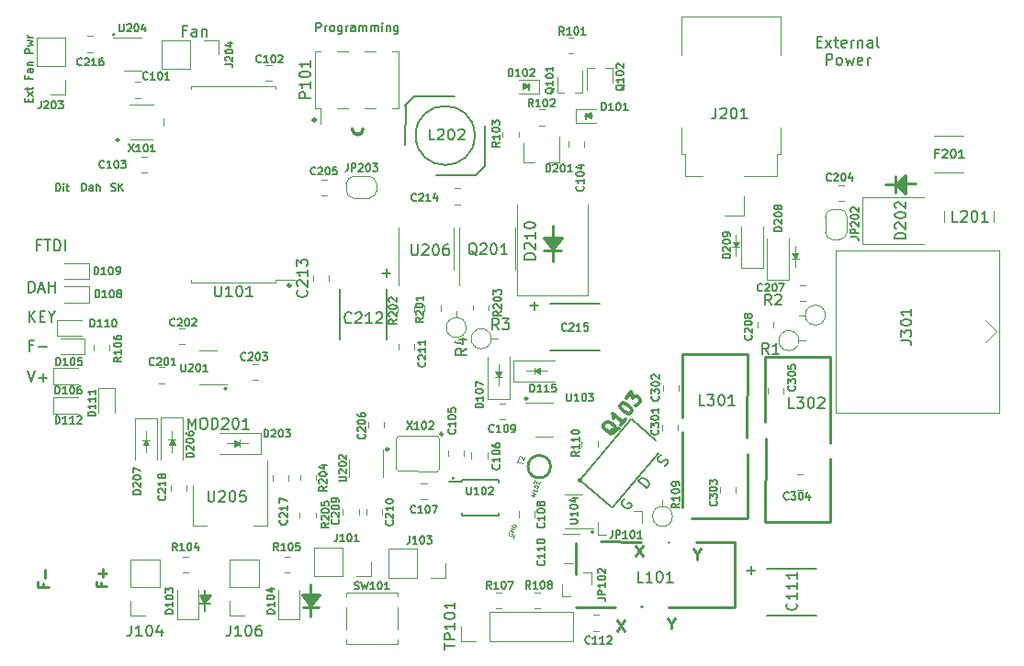
<source format=gbr>
%TF.GenerationSoftware,KiCad,Pcbnew,(6.0.4-0)*%
%TF.CreationDate,2024-06-12T13:05:19-04:00*%
%TF.ProjectId,SignalSlinger,5369676e-616c-4536-9c69-6e6765722e6b,rev?*%
%TF.SameCoordinates,Original*%
%TF.FileFunction,Legend,Top*%
%TF.FilePolarity,Positive*%
%FSLAX46Y46*%
G04 Gerber Fmt 4.6, Leading zero omitted, Abs format (unit mm)*
G04 Created by KiCad (PCBNEW (6.0.4-0)) date 2024-06-12 13:05:19*
%MOMM*%
%LPD*%
G01*
G04 APERTURE LIST*
%ADD10C,0.300000*%
%ADD11C,0.150000*%
%ADD12C,0.250000*%
%ADD13C,0.100000*%
%ADD14C,0.125000*%
%ADD15C,0.120000*%
%ADD16C,0.050000*%
G04 APERTURE END LIST*
D10*
X80365228Y-70755228D02*
G75*
G03*
X81354772Y-70755228I494772J0D01*
G01*
D11*
X50550000Y-68253333D02*
X50550000Y-68020000D01*
X50916666Y-67920000D02*
X50916666Y-68253333D01*
X50216666Y-68253333D01*
X50216666Y-67920000D01*
X50916666Y-67686666D02*
X50450000Y-67320000D01*
X50450000Y-67686666D02*
X50916666Y-67320000D01*
X50450000Y-67153333D02*
X50450000Y-66886666D01*
X50216666Y-67053333D02*
X50816666Y-67053333D01*
X50883333Y-67020000D01*
X50916666Y-66953333D01*
X50916666Y-66886666D01*
X50550000Y-65886666D02*
X50550000Y-66120000D01*
X50916666Y-66120000D02*
X50216666Y-66120000D01*
X50216666Y-65786666D01*
X50916666Y-65220000D02*
X50550000Y-65220000D01*
X50483333Y-65253333D01*
X50450000Y-65320000D01*
X50450000Y-65453333D01*
X50483333Y-65520000D01*
X50883333Y-65220000D02*
X50916666Y-65286666D01*
X50916666Y-65453333D01*
X50883333Y-65520000D01*
X50816666Y-65553333D01*
X50750000Y-65553333D01*
X50683333Y-65520000D01*
X50650000Y-65453333D01*
X50650000Y-65286666D01*
X50616666Y-65220000D01*
X50450000Y-64886666D02*
X50916666Y-64886666D01*
X50516666Y-64886666D02*
X50483333Y-64853333D01*
X50450000Y-64786666D01*
X50450000Y-64686666D01*
X50483333Y-64620000D01*
X50550000Y-64586666D01*
X50916666Y-64586666D01*
X50916666Y-63720000D02*
X50216666Y-63720000D01*
X50216666Y-63453333D01*
X50250000Y-63386666D01*
X50283333Y-63353333D01*
X50350000Y-63320000D01*
X50450000Y-63320000D01*
X50516666Y-63353333D01*
X50550000Y-63386666D01*
X50583333Y-63453333D01*
X50583333Y-63720000D01*
X50450000Y-63086666D02*
X50916666Y-62953333D01*
X50583333Y-62820000D01*
X50916666Y-62686666D01*
X50450000Y-62553333D01*
X50916666Y-62286666D02*
X50450000Y-62286666D01*
X50583333Y-62286666D02*
X50516666Y-62253333D01*
X50483333Y-62220000D01*
X50450000Y-62153333D01*
X50450000Y-62086666D01*
D12*
X107153333Y-109182380D02*
X106486666Y-110182380D01*
X106486666Y-109182380D02*
X107153333Y-110182380D01*
D11*
X50577142Y-88562380D02*
X50577142Y-87562380D01*
X51148571Y-88562380D02*
X50720000Y-87990952D01*
X51148571Y-87562380D02*
X50577142Y-88133809D01*
X51577142Y-88038571D02*
X51910476Y-88038571D01*
X52053333Y-88562380D02*
X51577142Y-88562380D01*
X51577142Y-87562380D01*
X52053333Y-87562380D01*
X52672380Y-88086190D02*
X52672380Y-88562380D01*
X52339047Y-87562380D02*
X52672380Y-88086190D01*
X53005714Y-87562380D01*
X65058095Y-61658571D02*
X64724761Y-61658571D01*
X64724761Y-62182380D02*
X64724761Y-61182380D01*
X65200952Y-61182380D01*
X66010476Y-62182380D02*
X66010476Y-61658571D01*
X65962857Y-61563333D01*
X65867619Y-61515714D01*
X65677142Y-61515714D01*
X65581904Y-61563333D01*
X66010476Y-62134761D02*
X65915238Y-62182380D01*
X65677142Y-62182380D01*
X65581904Y-62134761D01*
X65534285Y-62039523D01*
X65534285Y-61944285D01*
X65581904Y-61849047D01*
X65677142Y-61801428D01*
X65915238Y-61801428D01*
X66010476Y-61753809D01*
X66486666Y-61515714D02*
X66486666Y-62182380D01*
X66486666Y-61610952D02*
X66534285Y-61563333D01*
X66629523Y-61515714D01*
X66772380Y-61515714D01*
X66867619Y-61563333D01*
X66915238Y-61658571D01*
X66915238Y-62182380D01*
X123220476Y-62683571D02*
X123553809Y-62683571D01*
X123696666Y-63207380D02*
X123220476Y-63207380D01*
X123220476Y-62207380D01*
X123696666Y-62207380D01*
X124030000Y-63207380D02*
X124553809Y-62540714D01*
X124030000Y-62540714D02*
X124553809Y-63207380D01*
X124791904Y-62540714D02*
X125172857Y-62540714D01*
X124934761Y-62207380D02*
X124934761Y-63064523D01*
X124982380Y-63159761D01*
X125077619Y-63207380D01*
X125172857Y-63207380D01*
X125887142Y-63159761D02*
X125791904Y-63207380D01*
X125601428Y-63207380D01*
X125506190Y-63159761D01*
X125458571Y-63064523D01*
X125458571Y-62683571D01*
X125506190Y-62588333D01*
X125601428Y-62540714D01*
X125791904Y-62540714D01*
X125887142Y-62588333D01*
X125934761Y-62683571D01*
X125934761Y-62778809D01*
X125458571Y-62874047D01*
X126363333Y-63207380D02*
X126363333Y-62540714D01*
X126363333Y-62731190D02*
X126410952Y-62635952D01*
X126458571Y-62588333D01*
X126553809Y-62540714D01*
X126649047Y-62540714D01*
X126982380Y-62540714D02*
X126982380Y-63207380D01*
X126982380Y-62635952D02*
X127030000Y-62588333D01*
X127125238Y-62540714D01*
X127268095Y-62540714D01*
X127363333Y-62588333D01*
X127410952Y-62683571D01*
X127410952Y-63207380D01*
X128315714Y-63207380D02*
X128315714Y-62683571D01*
X128268095Y-62588333D01*
X128172857Y-62540714D01*
X127982380Y-62540714D01*
X127887142Y-62588333D01*
X128315714Y-63159761D02*
X128220476Y-63207380D01*
X127982380Y-63207380D01*
X127887142Y-63159761D01*
X127839523Y-63064523D01*
X127839523Y-62969285D01*
X127887142Y-62874047D01*
X127982380Y-62826428D01*
X128220476Y-62826428D01*
X128315714Y-62778809D01*
X128934761Y-63207380D02*
X128839523Y-63159761D01*
X128791904Y-63064523D01*
X128791904Y-62207380D01*
X124053809Y-64817380D02*
X124053809Y-63817380D01*
X124434761Y-63817380D01*
X124530000Y-63865000D01*
X124577619Y-63912619D01*
X124625238Y-64007857D01*
X124625238Y-64150714D01*
X124577619Y-64245952D01*
X124530000Y-64293571D01*
X124434761Y-64341190D01*
X124053809Y-64341190D01*
X125196666Y-64817380D02*
X125101428Y-64769761D01*
X125053809Y-64722142D01*
X125006190Y-64626904D01*
X125006190Y-64341190D01*
X125053809Y-64245952D01*
X125101428Y-64198333D01*
X125196666Y-64150714D01*
X125339523Y-64150714D01*
X125434761Y-64198333D01*
X125482380Y-64245952D01*
X125530000Y-64341190D01*
X125530000Y-64626904D01*
X125482380Y-64722142D01*
X125434761Y-64769761D01*
X125339523Y-64817380D01*
X125196666Y-64817380D01*
X125863333Y-64150714D02*
X126053809Y-64817380D01*
X126244285Y-64341190D01*
X126434761Y-64817380D01*
X126625238Y-64150714D01*
X127387142Y-64769761D02*
X127291904Y-64817380D01*
X127101428Y-64817380D01*
X127006190Y-64769761D01*
X126958571Y-64674523D01*
X126958571Y-64293571D01*
X127006190Y-64198333D01*
X127101428Y-64150714D01*
X127291904Y-64150714D01*
X127387142Y-64198333D01*
X127434761Y-64293571D01*
X127434761Y-64388809D01*
X126958571Y-64484047D01*
X127863333Y-64817380D02*
X127863333Y-64150714D01*
X127863333Y-64341190D02*
X127910952Y-64245952D01*
X127958571Y-64198333D01*
X128053809Y-64150714D01*
X128149047Y-64150714D01*
X58140000Y-76423333D02*
X58240000Y-76456666D01*
X58406666Y-76456666D01*
X58473333Y-76423333D01*
X58506666Y-76390000D01*
X58540000Y-76323333D01*
X58540000Y-76256666D01*
X58506666Y-76190000D01*
X58473333Y-76156666D01*
X58406666Y-76123333D01*
X58273333Y-76090000D01*
X58206666Y-76056666D01*
X58173333Y-76023333D01*
X58140000Y-75956666D01*
X58140000Y-75890000D01*
X58173333Y-75823333D01*
X58206666Y-75790000D01*
X58273333Y-75756666D01*
X58440000Y-75756666D01*
X58540000Y-75790000D01*
X58840000Y-76456666D02*
X58840000Y-75756666D01*
X59240000Y-76456666D02*
X58940000Y-76056666D01*
X59240000Y-75756666D02*
X58840000Y-76156666D01*
X51603809Y-81448571D02*
X51270476Y-81448571D01*
X51270476Y-81972380D02*
X51270476Y-80972380D01*
X51746666Y-80972380D01*
X51984761Y-80972380D02*
X52556190Y-80972380D01*
X52270476Y-81972380D02*
X52270476Y-80972380D01*
X52889523Y-81972380D02*
X52889523Y-80972380D01*
X53127619Y-80972380D01*
X53270476Y-81020000D01*
X53365714Y-81115238D01*
X53413333Y-81210476D01*
X53460952Y-81400952D01*
X53460952Y-81543809D01*
X53413333Y-81734285D01*
X53365714Y-81829523D01*
X53270476Y-81924761D01*
X53127619Y-81972380D01*
X52889523Y-81972380D01*
X53889523Y-81972380D02*
X53889523Y-80972380D01*
D12*
X112160000Y-109966190D02*
X112160000Y-110442380D01*
X112493333Y-109442380D02*
X112160000Y-109966190D01*
X111826666Y-109442380D01*
X57228571Y-112636190D02*
X57228571Y-112969523D01*
X57752380Y-112969523D02*
X56752380Y-112969523D01*
X56752380Y-112493333D01*
X57371428Y-112112380D02*
X57371428Y-111350476D01*
X57752380Y-111731428D02*
X56990476Y-111731428D01*
D11*
X55453333Y-76426666D02*
X55453333Y-75726666D01*
X55620000Y-75726666D01*
X55720000Y-75760000D01*
X55786666Y-75826666D01*
X55820000Y-75893333D01*
X55853333Y-76026666D01*
X55853333Y-76126666D01*
X55820000Y-76260000D01*
X55786666Y-76326666D01*
X55720000Y-76393333D01*
X55620000Y-76426666D01*
X55453333Y-76426666D01*
X56453333Y-76426666D02*
X56453333Y-76060000D01*
X56420000Y-75993333D01*
X56353333Y-75960000D01*
X56220000Y-75960000D01*
X56153333Y-75993333D01*
X56453333Y-76393333D02*
X56386666Y-76426666D01*
X56220000Y-76426666D01*
X56153333Y-76393333D01*
X56120000Y-76326666D01*
X56120000Y-76260000D01*
X56153333Y-76193333D01*
X56220000Y-76160000D01*
X56386666Y-76160000D01*
X56453333Y-76126666D01*
X56786666Y-76426666D02*
X56786666Y-75726666D01*
X57086666Y-76426666D02*
X57086666Y-76060000D01*
X57053333Y-75993333D01*
X56986666Y-75960000D01*
X56886666Y-75960000D01*
X56820000Y-75993333D01*
X56786666Y-76026666D01*
D12*
X105473333Y-116052380D02*
X104806666Y-117052380D01*
X104806666Y-116052380D02*
X105473333Y-117052380D01*
D11*
X50545714Y-85812380D02*
X50545714Y-84812380D01*
X50783809Y-84812380D01*
X50926666Y-84860000D01*
X51021904Y-84955238D01*
X51069523Y-85050476D01*
X51117142Y-85240952D01*
X51117142Y-85383809D01*
X51069523Y-85574285D01*
X51021904Y-85669523D01*
X50926666Y-85764761D01*
X50783809Y-85812380D01*
X50545714Y-85812380D01*
X51498095Y-85526666D02*
X51974285Y-85526666D01*
X51402857Y-85812380D02*
X51736190Y-84812380D01*
X52069523Y-85812380D01*
X52402857Y-85812380D02*
X52402857Y-84812380D01*
X52402857Y-85288571D02*
X52974285Y-85288571D01*
X52974285Y-85812380D02*
X52974285Y-84812380D01*
X50913809Y-90698571D02*
X50580476Y-90698571D01*
X50580476Y-91222380D02*
X50580476Y-90222380D01*
X51056666Y-90222380D01*
X51437619Y-90841428D02*
X52199523Y-90841428D01*
D12*
X109770000Y-116396190D02*
X109770000Y-116872380D01*
X110103333Y-115872380D02*
X109770000Y-116396190D01*
X109436666Y-115872380D01*
D11*
X53050000Y-76466666D02*
X53050000Y-75766666D01*
X53216666Y-75766666D01*
X53316666Y-75800000D01*
X53383333Y-75866666D01*
X53416666Y-75933333D01*
X53450000Y-76066666D01*
X53450000Y-76166666D01*
X53416666Y-76300000D01*
X53383333Y-76366666D01*
X53316666Y-76433333D01*
X53216666Y-76466666D01*
X53050000Y-76466666D01*
X53750000Y-76466666D02*
X53750000Y-76000000D01*
X53750000Y-75766666D02*
X53716666Y-75800000D01*
X53750000Y-75833333D01*
X53783333Y-75800000D01*
X53750000Y-75766666D01*
X53750000Y-75833333D01*
X53983333Y-76000000D02*
X54250000Y-76000000D01*
X54083333Y-75766666D02*
X54083333Y-76366666D01*
X54116666Y-76433333D01*
X54183333Y-76466666D01*
X54250000Y-76466666D01*
D12*
X51858571Y-112686190D02*
X51858571Y-113019523D01*
X52382380Y-113019523D02*
X51382380Y-113019523D01*
X51382380Y-112543333D01*
X52001428Y-112162380D02*
X52001428Y-111400476D01*
D11*
X77038571Y-61721904D02*
X77038571Y-60921904D01*
X77343333Y-60921904D01*
X77419523Y-60960000D01*
X77457619Y-60998095D01*
X77495714Y-61074285D01*
X77495714Y-61188571D01*
X77457619Y-61264761D01*
X77419523Y-61302857D01*
X77343333Y-61340952D01*
X77038571Y-61340952D01*
X77838571Y-61721904D02*
X77838571Y-61188571D01*
X77838571Y-61340952D02*
X77876666Y-61264761D01*
X77914761Y-61226666D01*
X77990952Y-61188571D01*
X78067142Y-61188571D01*
X78448095Y-61721904D02*
X78371904Y-61683809D01*
X78333809Y-61645714D01*
X78295714Y-61569523D01*
X78295714Y-61340952D01*
X78333809Y-61264761D01*
X78371904Y-61226666D01*
X78448095Y-61188571D01*
X78562380Y-61188571D01*
X78638571Y-61226666D01*
X78676666Y-61264761D01*
X78714761Y-61340952D01*
X78714761Y-61569523D01*
X78676666Y-61645714D01*
X78638571Y-61683809D01*
X78562380Y-61721904D01*
X78448095Y-61721904D01*
X79400476Y-61188571D02*
X79400476Y-61836190D01*
X79362380Y-61912380D01*
X79324285Y-61950476D01*
X79248095Y-61988571D01*
X79133809Y-61988571D01*
X79057619Y-61950476D01*
X79400476Y-61683809D02*
X79324285Y-61721904D01*
X79171904Y-61721904D01*
X79095714Y-61683809D01*
X79057619Y-61645714D01*
X79019523Y-61569523D01*
X79019523Y-61340952D01*
X79057619Y-61264761D01*
X79095714Y-61226666D01*
X79171904Y-61188571D01*
X79324285Y-61188571D01*
X79400476Y-61226666D01*
X79781428Y-61721904D02*
X79781428Y-61188571D01*
X79781428Y-61340952D02*
X79819523Y-61264761D01*
X79857619Y-61226666D01*
X79933809Y-61188571D01*
X80010000Y-61188571D01*
X80619523Y-61721904D02*
X80619523Y-61302857D01*
X80581428Y-61226666D01*
X80505238Y-61188571D01*
X80352857Y-61188571D01*
X80276666Y-61226666D01*
X80619523Y-61683809D02*
X80543333Y-61721904D01*
X80352857Y-61721904D01*
X80276666Y-61683809D01*
X80238571Y-61607619D01*
X80238571Y-61531428D01*
X80276666Y-61455238D01*
X80352857Y-61417142D01*
X80543333Y-61417142D01*
X80619523Y-61379047D01*
X81000476Y-61721904D02*
X81000476Y-61188571D01*
X81000476Y-61264761D02*
X81038571Y-61226666D01*
X81114761Y-61188571D01*
X81229047Y-61188571D01*
X81305238Y-61226666D01*
X81343333Y-61302857D01*
X81343333Y-61721904D01*
X81343333Y-61302857D02*
X81381428Y-61226666D01*
X81457619Y-61188571D01*
X81571904Y-61188571D01*
X81648095Y-61226666D01*
X81686190Y-61302857D01*
X81686190Y-61721904D01*
X82067142Y-61721904D02*
X82067142Y-61188571D01*
X82067142Y-61264761D02*
X82105238Y-61226666D01*
X82181428Y-61188571D01*
X82295714Y-61188571D01*
X82371904Y-61226666D01*
X82410000Y-61302857D01*
X82410000Y-61721904D01*
X82410000Y-61302857D02*
X82448095Y-61226666D01*
X82524285Y-61188571D01*
X82638571Y-61188571D01*
X82714761Y-61226666D01*
X82752857Y-61302857D01*
X82752857Y-61721904D01*
X83133809Y-61721904D02*
X83133809Y-61188571D01*
X83133809Y-60921904D02*
X83095714Y-60960000D01*
X83133809Y-60998095D01*
X83171904Y-60960000D01*
X83133809Y-60921904D01*
X83133809Y-60998095D01*
X83514761Y-61188571D02*
X83514761Y-61721904D01*
X83514761Y-61264761D02*
X83552857Y-61226666D01*
X83629047Y-61188571D01*
X83743333Y-61188571D01*
X83819523Y-61226666D01*
X83857619Y-61302857D01*
X83857619Y-61721904D01*
X84581428Y-61188571D02*
X84581428Y-61836190D01*
X84543333Y-61912380D01*
X84505238Y-61950476D01*
X84429047Y-61988571D01*
X84314761Y-61988571D01*
X84238571Y-61950476D01*
X84581428Y-61683809D02*
X84505238Y-61721904D01*
X84352857Y-61721904D01*
X84276666Y-61683809D01*
X84238571Y-61645714D01*
X84200476Y-61569523D01*
X84200476Y-61340952D01*
X84238571Y-61264761D01*
X84276666Y-61226666D01*
X84352857Y-61188571D01*
X84505238Y-61188571D01*
X84581428Y-61226666D01*
X50457619Y-93082380D02*
X50790952Y-94082380D01*
X51124285Y-93082380D01*
X51457619Y-93701428D02*
X52219523Y-93701428D01*
X51838571Y-94082380D02*
X51838571Y-93320476D01*
%TO.C,J104*%
X59984285Y-116542380D02*
X59984285Y-117256666D01*
X59936666Y-117399523D01*
X59841428Y-117494761D01*
X59698571Y-117542380D01*
X59603333Y-117542380D01*
X60984285Y-117542380D02*
X60412857Y-117542380D01*
X60698571Y-117542380D02*
X60698571Y-116542380D01*
X60603333Y-116685238D01*
X60508095Y-116780476D01*
X60412857Y-116828095D01*
X61603333Y-116542380D02*
X61698571Y-116542380D01*
X61793809Y-116590000D01*
X61841428Y-116637619D01*
X61889047Y-116732857D01*
X61936666Y-116923333D01*
X61936666Y-117161428D01*
X61889047Y-117351904D01*
X61841428Y-117447142D01*
X61793809Y-117494761D01*
X61698571Y-117542380D01*
X61603333Y-117542380D01*
X61508095Y-117494761D01*
X61460476Y-117447142D01*
X61412857Y-117351904D01*
X61365238Y-117161428D01*
X61365238Y-116923333D01*
X61412857Y-116732857D01*
X61460476Y-116637619D01*
X61508095Y-116590000D01*
X61603333Y-116542380D01*
X62793809Y-116875714D02*
X62793809Y-117542380D01*
X62555714Y-116494761D02*
X62317619Y-117209047D01*
X62936666Y-117209047D01*
%TO.C,R110*%
X101276666Y-100503333D02*
X100943333Y-100736666D01*
X101276666Y-100903333D02*
X100576666Y-100903333D01*
X100576666Y-100636666D01*
X100610000Y-100570000D01*
X100643333Y-100536666D01*
X100710000Y-100503333D01*
X100810000Y-100503333D01*
X100876666Y-100536666D01*
X100910000Y-100570000D01*
X100943333Y-100636666D01*
X100943333Y-100903333D01*
X101276666Y-99836666D02*
X101276666Y-100236666D01*
X101276666Y-100036666D02*
X100576666Y-100036666D01*
X100676666Y-100103333D01*
X100743333Y-100170000D01*
X100776666Y-100236666D01*
X101276666Y-99170000D02*
X101276666Y-99570000D01*
X101276666Y-99370000D02*
X100576666Y-99370000D01*
X100676666Y-99436666D01*
X100743333Y-99503333D01*
X100776666Y-99570000D01*
X100576666Y-98736666D02*
X100576666Y-98670000D01*
X100610000Y-98603333D01*
X100643333Y-98570000D01*
X100710000Y-98536666D01*
X100843333Y-98503333D01*
X101010000Y-98503333D01*
X101143333Y-98536666D01*
X101210000Y-98570000D01*
X101243333Y-98603333D01*
X101276666Y-98670000D01*
X101276666Y-98736666D01*
X101243333Y-98803333D01*
X101210000Y-98836666D01*
X101143333Y-98870000D01*
X101010000Y-98903333D01*
X100843333Y-98903333D01*
X100710000Y-98870000D01*
X100643333Y-98836666D01*
X100610000Y-98803333D01*
X100576666Y-98736666D01*
%TO.C,Q201*%
X91842380Y-82407619D02*
X91747142Y-82360000D01*
X91651904Y-82264761D01*
X91509047Y-82121904D01*
X91413809Y-82074285D01*
X91318571Y-82074285D01*
X91366190Y-82312380D02*
X91270952Y-82264761D01*
X91175714Y-82169523D01*
X91128095Y-81979047D01*
X91128095Y-81645714D01*
X91175714Y-81455238D01*
X91270952Y-81360000D01*
X91366190Y-81312380D01*
X91556666Y-81312380D01*
X91651904Y-81360000D01*
X91747142Y-81455238D01*
X91794761Y-81645714D01*
X91794761Y-81979047D01*
X91747142Y-82169523D01*
X91651904Y-82264761D01*
X91556666Y-82312380D01*
X91366190Y-82312380D01*
X92175714Y-81407619D02*
X92223333Y-81360000D01*
X92318571Y-81312380D01*
X92556666Y-81312380D01*
X92651904Y-81360000D01*
X92699523Y-81407619D01*
X92747142Y-81502857D01*
X92747142Y-81598095D01*
X92699523Y-81740952D01*
X92128095Y-82312380D01*
X92747142Y-82312380D01*
X93366190Y-81312380D02*
X93461428Y-81312380D01*
X93556666Y-81360000D01*
X93604285Y-81407619D01*
X93651904Y-81502857D01*
X93699523Y-81693333D01*
X93699523Y-81931428D01*
X93651904Y-82121904D01*
X93604285Y-82217142D01*
X93556666Y-82264761D01*
X93461428Y-82312380D01*
X93366190Y-82312380D01*
X93270952Y-82264761D01*
X93223333Y-82217142D01*
X93175714Y-82121904D01*
X93128095Y-81931428D01*
X93128095Y-81693333D01*
X93175714Y-81502857D01*
X93223333Y-81407619D01*
X93270952Y-81360000D01*
X93366190Y-81312380D01*
X94651904Y-82312380D02*
X94080476Y-82312380D01*
X94366190Y-82312380D02*
X94366190Y-81312380D01*
X94270952Y-81455238D01*
X94175714Y-81550476D01*
X94080476Y-81598095D01*
%TO.C,D106*%
X53006666Y-95186666D02*
X53006666Y-94486666D01*
X53173333Y-94486666D01*
X53273333Y-94520000D01*
X53340000Y-94586666D01*
X53373333Y-94653333D01*
X53406666Y-94786666D01*
X53406666Y-94886666D01*
X53373333Y-95020000D01*
X53340000Y-95086666D01*
X53273333Y-95153333D01*
X53173333Y-95186666D01*
X53006666Y-95186666D01*
X54073333Y-95186666D02*
X53673333Y-95186666D01*
X53873333Y-95186666D02*
X53873333Y-94486666D01*
X53806666Y-94586666D01*
X53740000Y-94653333D01*
X53673333Y-94686666D01*
X54506666Y-94486666D02*
X54573333Y-94486666D01*
X54640000Y-94520000D01*
X54673333Y-94553333D01*
X54706666Y-94620000D01*
X54740000Y-94753333D01*
X54740000Y-94920000D01*
X54706666Y-95053333D01*
X54673333Y-95120000D01*
X54640000Y-95153333D01*
X54573333Y-95186666D01*
X54506666Y-95186666D01*
X54440000Y-95153333D01*
X54406666Y-95120000D01*
X54373333Y-95053333D01*
X54340000Y-94920000D01*
X54340000Y-94753333D01*
X54373333Y-94620000D01*
X54406666Y-94553333D01*
X54440000Y-94520000D01*
X54506666Y-94486666D01*
X55340000Y-94486666D02*
X55206666Y-94486666D01*
X55140000Y-94520000D01*
X55106666Y-94553333D01*
X55040000Y-94653333D01*
X55006666Y-94786666D01*
X55006666Y-95053333D01*
X55040000Y-95120000D01*
X55073333Y-95153333D01*
X55140000Y-95186666D01*
X55273333Y-95186666D01*
X55340000Y-95153333D01*
X55373333Y-95120000D01*
X55406666Y-95053333D01*
X55406666Y-94886666D01*
X55373333Y-94820000D01*
X55340000Y-94786666D01*
X55273333Y-94753333D01*
X55140000Y-94753333D01*
X55073333Y-94786666D01*
X55040000Y-94820000D01*
X55006666Y-94886666D01*
%TO.C,R104*%
X64209166Y-109636666D02*
X63975833Y-109303333D01*
X63809166Y-109636666D02*
X63809166Y-108936666D01*
X64075833Y-108936666D01*
X64142500Y-108970000D01*
X64175833Y-109003333D01*
X64209166Y-109070000D01*
X64209166Y-109170000D01*
X64175833Y-109236666D01*
X64142500Y-109270000D01*
X64075833Y-109303333D01*
X63809166Y-109303333D01*
X64875833Y-109636666D02*
X64475833Y-109636666D01*
X64675833Y-109636666D02*
X64675833Y-108936666D01*
X64609166Y-109036666D01*
X64542500Y-109103333D01*
X64475833Y-109136666D01*
X65309166Y-108936666D02*
X65375833Y-108936666D01*
X65442500Y-108970000D01*
X65475833Y-109003333D01*
X65509166Y-109070000D01*
X65542500Y-109203333D01*
X65542500Y-109370000D01*
X65509166Y-109503333D01*
X65475833Y-109570000D01*
X65442500Y-109603333D01*
X65375833Y-109636666D01*
X65309166Y-109636666D01*
X65242500Y-109603333D01*
X65209166Y-109570000D01*
X65175833Y-109503333D01*
X65142500Y-109370000D01*
X65142500Y-109203333D01*
X65175833Y-109070000D01*
X65209166Y-109003333D01*
X65242500Y-108970000D01*
X65309166Y-108936666D01*
X66142500Y-109170000D02*
X66142500Y-109636666D01*
X65975833Y-108903333D02*
X65809166Y-109403333D01*
X66242500Y-109403333D01*
%TO.C,C214*%
X86256666Y-77310000D02*
X86223333Y-77343333D01*
X86123333Y-77376666D01*
X86056666Y-77376666D01*
X85956666Y-77343333D01*
X85890000Y-77276666D01*
X85856666Y-77210000D01*
X85823333Y-77076666D01*
X85823333Y-76976666D01*
X85856666Y-76843333D01*
X85890000Y-76776666D01*
X85956666Y-76710000D01*
X86056666Y-76676666D01*
X86123333Y-76676666D01*
X86223333Y-76710000D01*
X86256666Y-76743333D01*
X86523333Y-76743333D02*
X86556666Y-76710000D01*
X86623333Y-76676666D01*
X86790000Y-76676666D01*
X86856666Y-76710000D01*
X86890000Y-76743333D01*
X86923333Y-76810000D01*
X86923333Y-76876666D01*
X86890000Y-76976666D01*
X86490000Y-77376666D01*
X86923333Y-77376666D01*
X87590000Y-77376666D02*
X87190000Y-77376666D01*
X87390000Y-77376666D02*
X87390000Y-76676666D01*
X87323333Y-76776666D01*
X87256666Y-76843333D01*
X87190000Y-76876666D01*
X88190000Y-76910000D02*
X88190000Y-77376666D01*
X88023333Y-76643333D02*
X87856666Y-77143333D01*
X88290000Y-77143333D01*
%TO.C,D206*%
X65746666Y-101023333D02*
X65046666Y-101023333D01*
X65046666Y-100856666D01*
X65080000Y-100756666D01*
X65146666Y-100690000D01*
X65213333Y-100656666D01*
X65346666Y-100623333D01*
X65446666Y-100623333D01*
X65580000Y-100656666D01*
X65646666Y-100690000D01*
X65713333Y-100756666D01*
X65746666Y-100856666D01*
X65746666Y-101023333D01*
X65113333Y-100356666D02*
X65080000Y-100323333D01*
X65046666Y-100256666D01*
X65046666Y-100090000D01*
X65080000Y-100023333D01*
X65113333Y-99990000D01*
X65180000Y-99956666D01*
X65246666Y-99956666D01*
X65346666Y-99990000D01*
X65746666Y-100390000D01*
X65746666Y-99956666D01*
X65046666Y-99523333D02*
X65046666Y-99456666D01*
X65080000Y-99390000D01*
X65113333Y-99356666D01*
X65180000Y-99323333D01*
X65313333Y-99290000D01*
X65480000Y-99290000D01*
X65613333Y-99323333D01*
X65680000Y-99356666D01*
X65713333Y-99390000D01*
X65746666Y-99456666D01*
X65746666Y-99523333D01*
X65713333Y-99590000D01*
X65680000Y-99623333D01*
X65613333Y-99656666D01*
X65480000Y-99690000D01*
X65313333Y-99690000D01*
X65180000Y-99656666D01*
X65113333Y-99623333D01*
X65080000Y-99590000D01*
X65046666Y-99523333D01*
X65046666Y-98690000D02*
X65046666Y-98823333D01*
X65080000Y-98890000D01*
X65113333Y-98923333D01*
X65213333Y-98990000D01*
X65346666Y-99023333D01*
X65613333Y-99023333D01*
X65680000Y-98990000D01*
X65713333Y-98956666D01*
X65746666Y-98890000D01*
X65746666Y-98756666D01*
X65713333Y-98690000D01*
X65680000Y-98656666D01*
X65613333Y-98623333D01*
X65446666Y-98623333D01*
X65380000Y-98656666D01*
X65346666Y-98690000D01*
X65313333Y-98756666D01*
X65313333Y-98890000D01*
X65346666Y-98956666D01*
X65380000Y-98990000D01*
X65446666Y-99023333D01*
%TO.C,C102*%
X71956666Y-64550000D02*
X71923333Y-64583333D01*
X71823333Y-64616666D01*
X71756666Y-64616666D01*
X71656666Y-64583333D01*
X71590000Y-64516666D01*
X71556666Y-64450000D01*
X71523333Y-64316666D01*
X71523333Y-64216666D01*
X71556666Y-64083333D01*
X71590000Y-64016666D01*
X71656666Y-63950000D01*
X71756666Y-63916666D01*
X71823333Y-63916666D01*
X71923333Y-63950000D01*
X71956666Y-63983333D01*
X72623333Y-64616666D02*
X72223333Y-64616666D01*
X72423333Y-64616666D02*
X72423333Y-63916666D01*
X72356666Y-64016666D01*
X72290000Y-64083333D01*
X72223333Y-64116666D01*
X73056666Y-63916666D02*
X73123333Y-63916666D01*
X73190000Y-63950000D01*
X73223333Y-63983333D01*
X73256666Y-64050000D01*
X73290000Y-64183333D01*
X73290000Y-64350000D01*
X73256666Y-64483333D01*
X73223333Y-64550000D01*
X73190000Y-64583333D01*
X73123333Y-64616666D01*
X73056666Y-64616666D01*
X72990000Y-64583333D01*
X72956666Y-64550000D01*
X72923333Y-64483333D01*
X72890000Y-64350000D01*
X72890000Y-64183333D01*
X72923333Y-64050000D01*
X72956666Y-63983333D01*
X72990000Y-63950000D01*
X73056666Y-63916666D01*
X73556666Y-63983333D02*
X73590000Y-63950000D01*
X73656666Y-63916666D01*
X73823333Y-63916666D01*
X73890000Y-63950000D01*
X73923333Y-63983333D01*
X73956666Y-64050000D01*
X73956666Y-64116666D01*
X73923333Y-64216666D01*
X73523333Y-64616666D01*
X73956666Y-64616666D01*
%TO.C,U202*%
X79116666Y-103230000D02*
X79683333Y-103230000D01*
X79750000Y-103196666D01*
X79783333Y-103163333D01*
X79816666Y-103096666D01*
X79816666Y-102963333D01*
X79783333Y-102896666D01*
X79750000Y-102863333D01*
X79683333Y-102830000D01*
X79116666Y-102830000D01*
X79183333Y-102530000D02*
X79150000Y-102496666D01*
X79116666Y-102430000D01*
X79116666Y-102263333D01*
X79150000Y-102196666D01*
X79183333Y-102163333D01*
X79250000Y-102130000D01*
X79316666Y-102130000D01*
X79416666Y-102163333D01*
X79816666Y-102563333D01*
X79816666Y-102130000D01*
X79116666Y-101696666D02*
X79116666Y-101630000D01*
X79150000Y-101563333D01*
X79183333Y-101530000D01*
X79250000Y-101496666D01*
X79383333Y-101463333D01*
X79550000Y-101463333D01*
X79683333Y-101496666D01*
X79750000Y-101530000D01*
X79783333Y-101563333D01*
X79816666Y-101630000D01*
X79816666Y-101696666D01*
X79783333Y-101763333D01*
X79750000Y-101796666D01*
X79683333Y-101830000D01*
X79550000Y-101863333D01*
X79383333Y-101863333D01*
X79250000Y-101830000D01*
X79183333Y-101796666D01*
X79150000Y-101763333D01*
X79116666Y-101696666D01*
X79183333Y-101196666D02*
X79150000Y-101163333D01*
X79116666Y-101096666D01*
X79116666Y-100930000D01*
X79150000Y-100863333D01*
X79183333Y-100830000D01*
X79250000Y-100796666D01*
X79316666Y-100796666D01*
X79416666Y-100830000D01*
X79816666Y-101230000D01*
X79816666Y-100796666D01*
%TO.C,R1*%
X118753333Y-91492380D02*
X118420000Y-91016190D01*
X118181904Y-91492380D02*
X118181904Y-90492380D01*
X118562857Y-90492380D01*
X118658095Y-90540000D01*
X118705714Y-90587619D01*
X118753333Y-90682857D01*
X118753333Y-90825714D01*
X118705714Y-90920952D01*
X118658095Y-90968571D01*
X118562857Y-91016190D01*
X118181904Y-91016190D01*
X119705714Y-91492380D02*
X119134285Y-91492380D01*
X119420000Y-91492380D02*
X119420000Y-90492380D01*
X119324761Y-90635238D01*
X119229523Y-90730476D01*
X119134285Y-90778095D01*
%TO.C,D103*%
X63851666Y-115483333D02*
X63151666Y-115483333D01*
X63151666Y-115316666D01*
X63185000Y-115216666D01*
X63251666Y-115150000D01*
X63318333Y-115116666D01*
X63451666Y-115083333D01*
X63551666Y-115083333D01*
X63685000Y-115116666D01*
X63751666Y-115150000D01*
X63818333Y-115216666D01*
X63851666Y-115316666D01*
X63851666Y-115483333D01*
X63851666Y-114416666D02*
X63851666Y-114816666D01*
X63851666Y-114616666D02*
X63151666Y-114616666D01*
X63251666Y-114683333D01*
X63318333Y-114750000D01*
X63351666Y-114816666D01*
X63151666Y-113983333D02*
X63151666Y-113916666D01*
X63185000Y-113850000D01*
X63218333Y-113816666D01*
X63285000Y-113783333D01*
X63418333Y-113750000D01*
X63585000Y-113750000D01*
X63718333Y-113783333D01*
X63785000Y-113816666D01*
X63818333Y-113850000D01*
X63851666Y-113916666D01*
X63851666Y-113983333D01*
X63818333Y-114050000D01*
X63785000Y-114083333D01*
X63718333Y-114116666D01*
X63585000Y-114150000D01*
X63418333Y-114150000D01*
X63285000Y-114116666D01*
X63218333Y-114083333D01*
X63185000Y-114050000D01*
X63151666Y-113983333D01*
X63151666Y-113516666D02*
X63151666Y-113083333D01*
X63418333Y-113316666D01*
X63418333Y-113216666D01*
X63451666Y-113150000D01*
X63485000Y-113116666D01*
X63551666Y-113083333D01*
X63718333Y-113083333D01*
X63785000Y-113116666D01*
X63818333Y-113150000D01*
X63851666Y-113216666D01*
X63851666Y-113416666D01*
X63818333Y-113483333D01*
X63785000Y-113516666D01*
%TO.C,C108*%
X98050000Y-107113333D02*
X98083333Y-107146666D01*
X98116666Y-107246666D01*
X98116666Y-107313333D01*
X98083333Y-107413333D01*
X98016666Y-107480000D01*
X97950000Y-107513333D01*
X97816666Y-107546666D01*
X97716666Y-107546666D01*
X97583333Y-107513333D01*
X97516666Y-107480000D01*
X97450000Y-107413333D01*
X97416666Y-107313333D01*
X97416666Y-107246666D01*
X97450000Y-107146666D01*
X97483333Y-107113333D01*
X98116666Y-106446666D02*
X98116666Y-106846666D01*
X98116666Y-106646666D02*
X97416666Y-106646666D01*
X97516666Y-106713333D01*
X97583333Y-106780000D01*
X97616666Y-106846666D01*
X97416666Y-106013333D02*
X97416666Y-105946666D01*
X97450000Y-105880000D01*
X97483333Y-105846666D01*
X97550000Y-105813333D01*
X97683333Y-105780000D01*
X97850000Y-105780000D01*
X97983333Y-105813333D01*
X98050000Y-105846666D01*
X98083333Y-105880000D01*
X98116666Y-105946666D01*
X98116666Y-106013333D01*
X98083333Y-106080000D01*
X98050000Y-106113333D01*
X97983333Y-106146666D01*
X97850000Y-106180000D01*
X97683333Y-106180000D01*
X97550000Y-106146666D01*
X97483333Y-106113333D01*
X97450000Y-106080000D01*
X97416666Y-106013333D01*
X97716666Y-105380000D02*
X97683333Y-105446666D01*
X97650000Y-105480000D01*
X97583333Y-105513333D01*
X97550000Y-105513333D01*
X97483333Y-105480000D01*
X97450000Y-105446666D01*
X97416666Y-105380000D01*
X97416666Y-105246666D01*
X97450000Y-105180000D01*
X97483333Y-105146666D01*
X97550000Y-105113333D01*
X97583333Y-105113333D01*
X97650000Y-105146666D01*
X97683333Y-105180000D01*
X97716666Y-105246666D01*
X97716666Y-105380000D01*
X97750000Y-105446666D01*
X97783333Y-105480000D01*
X97850000Y-105513333D01*
X97983333Y-105513333D01*
X98050000Y-105480000D01*
X98083333Y-105446666D01*
X98116666Y-105380000D01*
X98116666Y-105246666D01*
X98083333Y-105180000D01*
X98050000Y-105146666D01*
X97983333Y-105113333D01*
X97850000Y-105113333D01*
X97783333Y-105146666D01*
X97750000Y-105180000D01*
X97716666Y-105246666D01*
%TO.C,J203*%
X51670000Y-68151666D02*
X51670000Y-68651666D01*
X51636666Y-68751666D01*
X51570000Y-68818333D01*
X51470000Y-68851666D01*
X51403333Y-68851666D01*
X51970000Y-68218333D02*
X52003333Y-68185000D01*
X52070000Y-68151666D01*
X52236666Y-68151666D01*
X52303333Y-68185000D01*
X52336666Y-68218333D01*
X52370000Y-68285000D01*
X52370000Y-68351666D01*
X52336666Y-68451666D01*
X51936666Y-68851666D01*
X52370000Y-68851666D01*
X52803333Y-68151666D02*
X52870000Y-68151666D01*
X52936666Y-68185000D01*
X52970000Y-68218333D01*
X53003333Y-68285000D01*
X53036666Y-68418333D01*
X53036666Y-68585000D01*
X53003333Y-68718333D01*
X52970000Y-68785000D01*
X52936666Y-68818333D01*
X52870000Y-68851666D01*
X52803333Y-68851666D01*
X52736666Y-68818333D01*
X52703333Y-68785000D01*
X52670000Y-68718333D01*
X52636666Y-68585000D01*
X52636666Y-68418333D01*
X52670000Y-68285000D01*
X52703333Y-68218333D01*
X52736666Y-68185000D01*
X52803333Y-68151666D01*
X53270000Y-68151666D02*
X53703333Y-68151666D01*
X53470000Y-68418333D01*
X53570000Y-68418333D01*
X53636666Y-68451666D01*
X53670000Y-68485000D01*
X53703333Y-68551666D01*
X53703333Y-68718333D01*
X53670000Y-68785000D01*
X53636666Y-68818333D01*
X53570000Y-68851666D01*
X53370000Y-68851666D01*
X53303333Y-68818333D01*
X53270000Y-68785000D01*
%TO.C,U206*%
X85825714Y-81382380D02*
X85825714Y-82191904D01*
X85873333Y-82287142D01*
X85920952Y-82334761D01*
X86016190Y-82382380D01*
X86206666Y-82382380D01*
X86301904Y-82334761D01*
X86349523Y-82287142D01*
X86397142Y-82191904D01*
X86397142Y-81382380D01*
X86825714Y-81477619D02*
X86873333Y-81430000D01*
X86968571Y-81382380D01*
X87206666Y-81382380D01*
X87301904Y-81430000D01*
X87349523Y-81477619D01*
X87397142Y-81572857D01*
X87397142Y-81668095D01*
X87349523Y-81810952D01*
X86778095Y-82382380D01*
X87397142Y-82382380D01*
X88016190Y-81382380D02*
X88111428Y-81382380D01*
X88206666Y-81430000D01*
X88254285Y-81477619D01*
X88301904Y-81572857D01*
X88349523Y-81763333D01*
X88349523Y-82001428D01*
X88301904Y-82191904D01*
X88254285Y-82287142D01*
X88206666Y-82334761D01*
X88111428Y-82382380D01*
X88016190Y-82382380D01*
X87920952Y-82334761D01*
X87873333Y-82287142D01*
X87825714Y-82191904D01*
X87778095Y-82001428D01*
X87778095Y-81763333D01*
X87825714Y-81572857D01*
X87873333Y-81477619D01*
X87920952Y-81430000D01*
X88016190Y-81382380D01*
X89206666Y-81382380D02*
X89016190Y-81382380D01*
X88920952Y-81430000D01*
X88873333Y-81477619D01*
X88778095Y-81620476D01*
X88730476Y-81810952D01*
X88730476Y-82191904D01*
X88778095Y-82287142D01*
X88825714Y-82334761D01*
X88920952Y-82382380D01*
X89111428Y-82382380D01*
X89206666Y-82334761D01*
X89254285Y-82287142D01*
X89301904Y-82191904D01*
X89301904Y-81953809D01*
X89254285Y-81858571D01*
X89206666Y-81810952D01*
X89111428Y-81763333D01*
X88920952Y-81763333D01*
X88825714Y-81810952D01*
X88778095Y-81858571D01*
X88730476Y-81953809D01*
%TO.C,R203*%
X94086666Y-87563333D02*
X93753333Y-87796666D01*
X94086666Y-87963333D02*
X93386666Y-87963333D01*
X93386666Y-87696666D01*
X93420000Y-87630000D01*
X93453333Y-87596666D01*
X93520000Y-87563333D01*
X93620000Y-87563333D01*
X93686666Y-87596666D01*
X93720000Y-87630000D01*
X93753333Y-87696666D01*
X93753333Y-87963333D01*
X93453333Y-87296666D02*
X93420000Y-87263333D01*
X93386666Y-87196666D01*
X93386666Y-87030000D01*
X93420000Y-86963333D01*
X93453333Y-86930000D01*
X93520000Y-86896666D01*
X93586666Y-86896666D01*
X93686666Y-86930000D01*
X94086666Y-87330000D01*
X94086666Y-86896666D01*
X93386666Y-86463333D02*
X93386666Y-86396666D01*
X93420000Y-86330000D01*
X93453333Y-86296666D01*
X93520000Y-86263333D01*
X93653333Y-86230000D01*
X93820000Y-86230000D01*
X93953333Y-86263333D01*
X94020000Y-86296666D01*
X94053333Y-86330000D01*
X94086666Y-86396666D01*
X94086666Y-86463333D01*
X94053333Y-86530000D01*
X94020000Y-86563333D01*
X93953333Y-86596666D01*
X93820000Y-86630000D01*
X93653333Y-86630000D01*
X93520000Y-86596666D01*
X93453333Y-86563333D01*
X93420000Y-86530000D01*
X93386666Y-86463333D01*
X93386666Y-85996666D02*
X93386666Y-85563333D01*
X93653333Y-85796666D01*
X93653333Y-85696666D01*
X93686666Y-85630000D01*
X93720000Y-85596666D01*
X93786666Y-85563333D01*
X93953333Y-85563333D01*
X94020000Y-85596666D01*
X94053333Y-85630000D01*
X94086666Y-85696666D01*
X94086666Y-85896666D01*
X94053333Y-85963333D01*
X94020000Y-85996666D01*
%TO.C,D110*%
X56226666Y-88996666D02*
X56226666Y-88296666D01*
X56393333Y-88296666D01*
X56493333Y-88330000D01*
X56560000Y-88396666D01*
X56593333Y-88463333D01*
X56626666Y-88596666D01*
X56626666Y-88696666D01*
X56593333Y-88830000D01*
X56560000Y-88896666D01*
X56493333Y-88963333D01*
X56393333Y-88996666D01*
X56226666Y-88996666D01*
X57293333Y-88996666D02*
X56893333Y-88996666D01*
X57093333Y-88996666D02*
X57093333Y-88296666D01*
X57026666Y-88396666D01*
X56960000Y-88463333D01*
X56893333Y-88496666D01*
X57960000Y-88996666D02*
X57560000Y-88996666D01*
X57760000Y-88996666D02*
X57760000Y-88296666D01*
X57693333Y-88396666D01*
X57626666Y-88463333D01*
X57560000Y-88496666D01*
X58393333Y-88296666D02*
X58460000Y-88296666D01*
X58526666Y-88330000D01*
X58560000Y-88363333D01*
X58593333Y-88430000D01*
X58626666Y-88563333D01*
X58626666Y-88730000D01*
X58593333Y-88863333D01*
X58560000Y-88930000D01*
X58526666Y-88963333D01*
X58460000Y-88996666D01*
X58393333Y-88996666D01*
X58326666Y-88963333D01*
X58293333Y-88930000D01*
X58260000Y-88863333D01*
X58226666Y-88730000D01*
X58226666Y-88563333D01*
X58260000Y-88430000D01*
X58293333Y-88363333D01*
X58326666Y-88330000D01*
X58393333Y-88296666D01*
%TO.C,C211*%
X87070000Y-92253333D02*
X87103333Y-92286666D01*
X87136666Y-92386666D01*
X87136666Y-92453333D01*
X87103333Y-92553333D01*
X87036666Y-92620000D01*
X86970000Y-92653333D01*
X86836666Y-92686666D01*
X86736666Y-92686666D01*
X86603333Y-92653333D01*
X86536666Y-92620000D01*
X86470000Y-92553333D01*
X86436666Y-92453333D01*
X86436666Y-92386666D01*
X86470000Y-92286666D01*
X86503333Y-92253333D01*
X86503333Y-91986666D02*
X86470000Y-91953333D01*
X86436666Y-91886666D01*
X86436666Y-91720000D01*
X86470000Y-91653333D01*
X86503333Y-91620000D01*
X86570000Y-91586666D01*
X86636666Y-91586666D01*
X86736666Y-91620000D01*
X87136666Y-92020000D01*
X87136666Y-91586666D01*
X87136666Y-90920000D02*
X87136666Y-91320000D01*
X87136666Y-91120000D02*
X86436666Y-91120000D01*
X86536666Y-91186666D01*
X86603333Y-91253333D01*
X86636666Y-91320000D01*
X87136666Y-90253333D02*
X87136666Y-90653333D01*
X87136666Y-90453333D02*
X86436666Y-90453333D01*
X86536666Y-90520000D01*
X86603333Y-90586666D01*
X86636666Y-90653333D01*
%TO.C,D201*%
X98236666Y-74696666D02*
X98236666Y-73996666D01*
X98403333Y-73996666D01*
X98503333Y-74030000D01*
X98570000Y-74096666D01*
X98603333Y-74163333D01*
X98636666Y-74296666D01*
X98636666Y-74396666D01*
X98603333Y-74530000D01*
X98570000Y-74596666D01*
X98503333Y-74663333D01*
X98403333Y-74696666D01*
X98236666Y-74696666D01*
X98903333Y-74063333D02*
X98936666Y-74030000D01*
X99003333Y-73996666D01*
X99170000Y-73996666D01*
X99236666Y-74030000D01*
X99270000Y-74063333D01*
X99303333Y-74130000D01*
X99303333Y-74196666D01*
X99270000Y-74296666D01*
X98870000Y-74696666D01*
X99303333Y-74696666D01*
X99736666Y-73996666D02*
X99803333Y-73996666D01*
X99870000Y-74030000D01*
X99903333Y-74063333D01*
X99936666Y-74130000D01*
X99970000Y-74263333D01*
X99970000Y-74430000D01*
X99936666Y-74563333D01*
X99903333Y-74630000D01*
X99870000Y-74663333D01*
X99803333Y-74696666D01*
X99736666Y-74696666D01*
X99670000Y-74663333D01*
X99636666Y-74630000D01*
X99603333Y-74563333D01*
X99570000Y-74430000D01*
X99570000Y-74263333D01*
X99603333Y-74130000D01*
X99636666Y-74063333D01*
X99670000Y-74030000D01*
X99736666Y-73996666D01*
X100636666Y-74696666D02*
X100236666Y-74696666D01*
X100436666Y-74696666D02*
X100436666Y-73996666D01*
X100370000Y-74096666D01*
X100303333Y-74163333D01*
X100236666Y-74196666D01*
%TO.C,R103*%
X93946666Y-71943333D02*
X93613333Y-72176666D01*
X93946666Y-72343333D02*
X93246666Y-72343333D01*
X93246666Y-72076666D01*
X93280000Y-72010000D01*
X93313333Y-71976666D01*
X93380000Y-71943333D01*
X93480000Y-71943333D01*
X93546666Y-71976666D01*
X93580000Y-72010000D01*
X93613333Y-72076666D01*
X93613333Y-72343333D01*
X93946666Y-71276666D02*
X93946666Y-71676666D01*
X93946666Y-71476666D02*
X93246666Y-71476666D01*
X93346666Y-71543333D01*
X93413333Y-71610000D01*
X93446666Y-71676666D01*
X93246666Y-70843333D02*
X93246666Y-70776666D01*
X93280000Y-70710000D01*
X93313333Y-70676666D01*
X93380000Y-70643333D01*
X93513333Y-70610000D01*
X93680000Y-70610000D01*
X93813333Y-70643333D01*
X93880000Y-70676666D01*
X93913333Y-70710000D01*
X93946666Y-70776666D01*
X93946666Y-70843333D01*
X93913333Y-70910000D01*
X93880000Y-70943333D01*
X93813333Y-70976666D01*
X93680000Y-71010000D01*
X93513333Y-71010000D01*
X93380000Y-70976666D01*
X93313333Y-70943333D01*
X93280000Y-70910000D01*
X93246666Y-70843333D01*
X93246666Y-70376666D02*
X93246666Y-69943333D01*
X93513333Y-70176666D01*
X93513333Y-70076666D01*
X93546666Y-70010000D01*
X93580000Y-69976666D01*
X93646666Y-69943333D01*
X93813333Y-69943333D01*
X93880000Y-69976666D01*
X93913333Y-70010000D01*
X93946666Y-70076666D01*
X93946666Y-70276666D01*
X93913333Y-70343333D01*
X93880000Y-70376666D01*
%TO.C,D202*%
X131392380Y-80887976D02*
X130392380Y-80887976D01*
X130392380Y-80649880D01*
X130440000Y-80507023D01*
X130535238Y-80411785D01*
X130630476Y-80364166D01*
X130820952Y-80316547D01*
X130963809Y-80316547D01*
X131154285Y-80364166D01*
X131249523Y-80411785D01*
X131344761Y-80507023D01*
X131392380Y-80649880D01*
X131392380Y-80887976D01*
X130487619Y-79935595D02*
X130440000Y-79887976D01*
X130392380Y-79792738D01*
X130392380Y-79554642D01*
X130440000Y-79459404D01*
X130487619Y-79411785D01*
X130582857Y-79364166D01*
X130678095Y-79364166D01*
X130820952Y-79411785D01*
X131392380Y-79983214D01*
X131392380Y-79364166D01*
X130392380Y-78745119D02*
X130392380Y-78649880D01*
X130440000Y-78554642D01*
X130487619Y-78507023D01*
X130582857Y-78459404D01*
X130773333Y-78411785D01*
X131011428Y-78411785D01*
X131201904Y-78459404D01*
X131297142Y-78507023D01*
X131344761Y-78554642D01*
X131392380Y-78649880D01*
X131392380Y-78745119D01*
X131344761Y-78840357D01*
X131297142Y-78887976D01*
X131201904Y-78935595D01*
X131011428Y-78983214D01*
X130773333Y-78983214D01*
X130582857Y-78935595D01*
X130487619Y-78887976D01*
X130440000Y-78840357D01*
X130392380Y-78745119D01*
X130487619Y-78030833D02*
X130440000Y-77983214D01*
X130392380Y-77887976D01*
X130392380Y-77649880D01*
X130440000Y-77554642D01*
X130487619Y-77507023D01*
X130582857Y-77459404D01*
X130678095Y-77459404D01*
X130820952Y-77507023D01*
X131392380Y-78078452D01*
X131392380Y-77459404D01*
%TO.C,D109*%
X56576666Y-84166666D02*
X56576666Y-83466666D01*
X56743333Y-83466666D01*
X56843333Y-83500000D01*
X56910000Y-83566666D01*
X56943333Y-83633333D01*
X56976666Y-83766666D01*
X56976666Y-83866666D01*
X56943333Y-84000000D01*
X56910000Y-84066666D01*
X56843333Y-84133333D01*
X56743333Y-84166666D01*
X56576666Y-84166666D01*
X57643333Y-84166666D02*
X57243333Y-84166666D01*
X57443333Y-84166666D02*
X57443333Y-83466666D01*
X57376666Y-83566666D01*
X57310000Y-83633333D01*
X57243333Y-83666666D01*
X58076666Y-83466666D02*
X58143333Y-83466666D01*
X58210000Y-83500000D01*
X58243333Y-83533333D01*
X58276666Y-83600000D01*
X58310000Y-83733333D01*
X58310000Y-83900000D01*
X58276666Y-84033333D01*
X58243333Y-84100000D01*
X58210000Y-84133333D01*
X58143333Y-84166666D01*
X58076666Y-84166666D01*
X58010000Y-84133333D01*
X57976666Y-84100000D01*
X57943333Y-84033333D01*
X57910000Y-83900000D01*
X57910000Y-83733333D01*
X57943333Y-83600000D01*
X57976666Y-83533333D01*
X58010000Y-83500000D01*
X58076666Y-83466666D01*
X58643333Y-84166666D02*
X58776666Y-84166666D01*
X58843333Y-84133333D01*
X58876666Y-84100000D01*
X58943333Y-84000000D01*
X58976666Y-83866666D01*
X58976666Y-83600000D01*
X58943333Y-83533333D01*
X58910000Y-83500000D01*
X58843333Y-83466666D01*
X58710000Y-83466666D01*
X58643333Y-83500000D01*
X58610000Y-83533333D01*
X58576666Y-83600000D01*
X58576666Y-83766666D01*
X58610000Y-83833333D01*
X58643333Y-83866666D01*
X58710000Y-83900000D01*
X58843333Y-83900000D01*
X58910000Y-83866666D01*
X58943333Y-83833333D01*
X58976666Y-83766666D01*
%TO.C,P101*%
X76482380Y-67880476D02*
X75482380Y-67880476D01*
X75482380Y-67499523D01*
X75530000Y-67404285D01*
X75577619Y-67356666D01*
X75672857Y-67309047D01*
X75815714Y-67309047D01*
X75910952Y-67356666D01*
X75958571Y-67404285D01*
X76006190Y-67499523D01*
X76006190Y-67880476D01*
X76482380Y-66356666D02*
X76482380Y-66928095D01*
X76482380Y-66642380D02*
X75482380Y-66642380D01*
X75625238Y-66737619D01*
X75720476Y-66832857D01*
X75768095Y-66928095D01*
X75482380Y-65737619D02*
X75482380Y-65642380D01*
X75530000Y-65547142D01*
X75577619Y-65499523D01*
X75672857Y-65451904D01*
X75863333Y-65404285D01*
X76101428Y-65404285D01*
X76291904Y-65451904D01*
X76387142Y-65499523D01*
X76434761Y-65547142D01*
X76482380Y-65642380D01*
X76482380Y-65737619D01*
X76434761Y-65832857D01*
X76387142Y-65880476D01*
X76291904Y-65928095D01*
X76101428Y-65975714D01*
X75863333Y-65975714D01*
X75672857Y-65928095D01*
X75577619Y-65880476D01*
X75530000Y-65832857D01*
X75482380Y-65737619D01*
X76482380Y-64451904D02*
X76482380Y-65023333D01*
X76482380Y-64737619D02*
X75482380Y-64737619D01*
X75625238Y-64832857D01*
X75720476Y-64928095D01*
X75768095Y-65023333D01*
%TO.C,U205*%
X67085714Y-104152380D02*
X67085714Y-104961904D01*
X67133333Y-105057142D01*
X67180952Y-105104761D01*
X67276190Y-105152380D01*
X67466666Y-105152380D01*
X67561904Y-105104761D01*
X67609523Y-105057142D01*
X67657142Y-104961904D01*
X67657142Y-104152380D01*
X68085714Y-104247619D02*
X68133333Y-104200000D01*
X68228571Y-104152380D01*
X68466666Y-104152380D01*
X68561904Y-104200000D01*
X68609523Y-104247619D01*
X68657142Y-104342857D01*
X68657142Y-104438095D01*
X68609523Y-104580952D01*
X68038095Y-105152380D01*
X68657142Y-105152380D01*
X69276190Y-104152380D02*
X69371428Y-104152380D01*
X69466666Y-104200000D01*
X69514285Y-104247619D01*
X69561904Y-104342857D01*
X69609523Y-104533333D01*
X69609523Y-104771428D01*
X69561904Y-104961904D01*
X69514285Y-105057142D01*
X69466666Y-105104761D01*
X69371428Y-105152380D01*
X69276190Y-105152380D01*
X69180952Y-105104761D01*
X69133333Y-105057142D01*
X69085714Y-104961904D01*
X69038095Y-104771428D01*
X69038095Y-104533333D01*
X69085714Y-104342857D01*
X69133333Y-104247619D01*
X69180952Y-104200000D01*
X69276190Y-104152380D01*
X70514285Y-104152380D02*
X70038095Y-104152380D01*
X69990476Y-104628571D01*
X70038095Y-104580952D01*
X70133333Y-104533333D01*
X70371428Y-104533333D01*
X70466666Y-104580952D01*
X70514285Y-104628571D01*
X70561904Y-104723809D01*
X70561904Y-104961904D01*
X70514285Y-105057142D01*
X70466666Y-105104761D01*
X70371428Y-105152380D01*
X70133333Y-105152380D01*
X70038095Y-105104761D01*
X69990476Y-105057142D01*
%TO.C,J101*%
X78940000Y-108091666D02*
X78940000Y-108591666D01*
X78906666Y-108691666D01*
X78840000Y-108758333D01*
X78740000Y-108791666D01*
X78673333Y-108791666D01*
X79640000Y-108791666D02*
X79240000Y-108791666D01*
X79440000Y-108791666D02*
X79440000Y-108091666D01*
X79373333Y-108191666D01*
X79306666Y-108258333D01*
X79240000Y-108291666D01*
X80073333Y-108091666D02*
X80140000Y-108091666D01*
X80206666Y-108125000D01*
X80240000Y-108158333D01*
X80273333Y-108225000D01*
X80306666Y-108358333D01*
X80306666Y-108525000D01*
X80273333Y-108658333D01*
X80240000Y-108725000D01*
X80206666Y-108758333D01*
X80140000Y-108791666D01*
X80073333Y-108791666D01*
X80006666Y-108758333D01*
X79973333Y-108725000D01*
X79940000Y-108658333D01*
X79906666Y-108525000D01*
X79906666Y-108358333D01*
X79940000Y-108225000D01*
X79973333Y-108158333D01*
X80006666Y-108125000D01*
X80073333Y-108091666D01*
X80973333Y-108791666D02*
X80573333Y-108791666D01*
X80773333Y-108791666D02*
X80773333Y-108091666D01*
X80706666Y-108191666D01*
X80640000Y-108258333D01*
X80573333Y-108291666D01*
%TO.C,D209*%
X115216666Y-82663333D02*
X114516666Y-82663333D01*
X114516666Y-82496666D01*
X114550000Y-82396666D01*
X114616666Y-82330000D01*
X114683333Y-82296666D01*
X114816666Y-82263333D01*
X114916666Y-82263333D01*
X115050000Y-82296666D01*
X115116666Y-82330000D01*
X115183333Y-82396666D01*
X115216666Y-82496666D01*
X115216666Y-82663333D01*
X114583333Y-81996666D02*
X114550000Y-81963333D01*
X114516666Y-81896666D01*
X114516666Y-81730000D01*
X114550000Y-81663333D01*
X114583333Y-81630000D01*
X114650000Y-81596666D01*
X114716666Y-81596666D01*
X114816666Y-81630000D01*
X115216666Y-82030000D01*
X115216666Y-81596666D01*
X114516666Y-81163333D02*
X114516666Y-81096666D01*
X114550000Y-81030000D01*
X114583333Y-80996666D01*
X114650000Y-80963333D01*
X114783333Y-80930000D01*
X114950000Y-80930000D01*
X115083333Y-80963333D01*
X115150000Y-80996666D01*
X115183333Y-81030000D01*
X115216666Y-81096666D01*
X115216666Y-81163333D01*
X115183333Y-81230000D01*
X115150000Y-81263333D01*
X115083333Y-81296666D01*
X114950000Y-81330000D01*
X114783333Y-81330000D01*
X114650000Y-81296666D01*
X114583333Y-81263333D01*
X114550000Y-81230000D01*
X114516666Y-81163333D01*
X115216666Y-80596666D02*
X115216666Y-80463333D01*
X115183333Y-80396666D01*
X115150000Y-80363333D01*
X115050000Y-80296666D01*
X114916666Y-80263333D01*
X114650000Y-80263333D01*
X114583333Y-80296666D01*
X114550000Y-80330000D01*
X114516666Y-80396666D01*
X114516666Y-80530000D01*
X114550000Y-80596666D01*
X114583333Y-80630000D01*
X114650000Y-80663333D01*
X114816666Y-80663333D01*
X114883333Y-80630000D01*
X114916666Y-80596666D01*
X114950000Y-80530000D01*
X114950000Y-80396666D01*
X114916666Y-80330000D01*
X114883333Y-80296666D01*
X114816666Y-80263333D01*
D13*
%TO.C,W101*%
X96794871Y-104563487D02*
X97203321Y-104610801D01*
X96960896Y-104441485D01*
X97255439Y-104467609D01*
X96912135Y-104241307D01*
X97411791Y-104038036D02*
X97333615Y-104252823D01*
X97372703Y-104145429D02*
X96996826Y-104008621D01*
X97037493Y-104063963D01*
X97060262Y-104112790D01*
X97065131Y-104155103D01*
X97120604Y-103668542D02*
X97133634Y-103632744D01*
X97164562Y-103603461D01*
X97188976Y-103592077D01*
X97231288Y-103587207D01*
X97309398Y-103595367D01*
X97398893Y-103627940D01*
X97463974Y-103671898D01*
X97493257Y-103702826D01*
X97504641Y-103727240D01*
X97509511Y-103769552D01*
X97496481Y-103805350D01*
X97465553Y-103834633D01*
X97441140Y-103846017D01*
X97398827Y-103850887D01*
X97320717Y-103842727D01*
X97231222Y-103810154D01*
X97166141Y-103766196D01*
X97136858Y-103735268D01*
X97125474Y-103710854D01*
X97120604Y-103668542D01*
X97672378Y-103322079D02*
X97594202Y-103536866D01*
X97633290Y-103429473D02*
X97257412Y-103292665D01*
X97298080Y-103348007D01*
X97320848Y-103396834D01*
X97325718Y-103439146D01*
D14*
X95537803Y-101539899D02*
X95635523Y-101271416D01*
X96056510Y-101576668D02*
X95586663Y-101405657D01*
X95729131Y-101153461D02*
X95714900Y-101122944D01*
X95708813Y-101070053D01*
X95749530Y-100958185D01*
X95788190Y-100921581D01*
X95818707Y-100907351D01*
X95871598Y-100901264D01*
X95916345Y-100917550D01*
X95975323Y-100964354D01*
X96146086Y-101330558D01*
X96251950Y-101039700D01*
D13*
X94837826Y-107977978D02*
X94806898Y-108007261D01*
X94787354Y-108060958D01*
X94785709Y-108121169D01*
X94808477Y-108169996D01*
X94837761Y-108200925D01*
X94902841Y-108244882D01*
X94956538Y-108264426D01*
X95034649Y-108272586D01*
X95076961Y-108267716D01*
X95125788Y-108244948D01*
X95163231Y-108197766D01*
X95176260Y-108161968D01*
X95177905Y-108101757D01*
X95166521Y-108077343D01*
X95041229Y-108031740D01*
X95015170Y-108103336D01*
X95260951Y-107929282D02*
X94885074Y-107792474D01*
X95339127Y-107714495D01*
X94963250Y-107577687D01*
X95404274Y-107535506D02*
X95028397Y-107398698D01*
X95060970Y-107309204D01*
X95098413Y-107262022D01*
X95147240Y-107239253D01*
X95189553Y-107234384D01*
X95267663Y-107242543D01*
X95321360Y-107262087D01*
X95386441Y-107306045D01*
X95415724Y-107336973D01*
X95438492Y-107385800D01*
X95436847Y-107446012D01*
X95404274Y-107535506D01*
D11*
%TO.C,C301*%
X108550000Y-98523333D02*
X108583333Y-98556666D01*
X108616666Y-98656666D01*
X108616666Y-98723333D01*
X108583333Y-98823333D01*
X108516666Y-98890000D01*
X108450000Y-98923333D01*
X108316666Y-98956666D01*
X108216666Y-98956666D01*
X108083333Y-98923333D01*
X108016666Y-98890000D01*
X107950000Y-98823333D01*
X107916666Y-98723333D01*
X107916666Y-98656666D01*
X107950000Y-98556666D01*
X107983333Y-98523333D01*
X107916666Y-98290000D02*
X107916666Y-97856666D01*
X108183333Y-98090000D01*
X108183333Y-97990000D01*
X108216666Y-97923333D01*
X108250000Y-97890000D01*
X108316666Y-97856666D01*
X108483333Y-97856666D01*
X108550000Y-97890000D01*
X108583333Y-97923333D01*
X108616666Y-97990000D01*
X108616666Y-98190000D01*
X108583333Y-98256666D01*
X108550000Y-98290000D01*
X107916666Y-97423333D02*
X107916666Y-97356666D01*
X107950000Y-97290000D01*
X107983333Y-97256666D01*
X108050000Y-97223333D01*
X108183333Y-97190000D01*
X108350000Y-97190000D01*
X108483333Y-97223333D01*
X108550000Y-97256666D01*
X108583333Y-97290000D01*
X108616666Y-97356666D01*
X108616666Y-97423333D01*
X108583333Y-97490000D01*
X108550000Y-97523333D01*
X108483333Y-97556666D01*
X108350000Y-97590000D01*
X108183333Y-97590000D01*
X108050000Y-97556666D01*
X107983333Y-97523333D01*
X107950000Y-97490000D01*
X107916666Y-97423333D01*
X108616666Y-96523333D02*
X108616666Y-96923333D01*
X108616666Y-96723333D02*
X107916666Y-96723333D01*
X108016666Y-96790000D01*
X108083333Y-96856666D01*
X108116666Y-96923333D01*
%TO.C,C213*%
X76157142Y-85629047D02*
X76204761Y-85676666D01*
X76252380Y-85819523D01*
X76252380Y-85914761D01*
X76204761Y-86057619D01*
X76109523Y-86152857D01*
X76014285Y-86200476D01*
X75823809Y-86248095D01*
X75680952Y-86248095D01*
X75490476Y-86200476D01*
X75395238Y-86152857D01*
X75300000Y-86057619D01*
X75252380Y-85914761D01*
X75252380Y-85819523D01*
X75300000Y-85676666D01*
X75347619Y-85629047D01*
X75347619Y-85248095D02*
X75300000Y-85200476D01*
X75252380Y-85105238D01*
X75252380Y-84867142D01*
X75300000Y-84771904D01*
X75347619Y-84724285D01*
X75442857Y-84676666D01*
X75538095Y-84676666D01*
X75680952Y-84724285D01*
X76252380Y-85295714D01*
X76252380Y-84676666D01*
X76252380Y-83724285D02*
X76252380Y-84295714D01*
X76252380Y-84010000D02*
X75252380Y-84010000D01*
X75395238Y-84105238D01*
X75490476Y-84200476D01*
X75538095Y-84295714D01*
X75252380Y-83390952D02*
X75252380Y-82771904D01*
X75633333Y-83105238D01*
X75633333Y-82962380D01*
X75680952Y-82867142D01*
X75728571Y-82819523D01*
X75823809Y-82771904D01*
X76061904Y-82771904D01*
X76157142Y-82819523D01*
X76204761Y-82867142D01*
X76252380Y-82962380D01*
X76252380Y-83248095D01*
X76204761Y-83343333D01*
X76157142Y-83390952D01*
%TO.C,C105*%
X89830000Y-98453333D02*
X89863333Y-98486666D01*
X89896666Y-98586666D01*
X89896666Y-98653333D01*
X89863333Y-98753333D01*
X89796666Y-98820000D01*
X89730000Y-98853333D01*
X89596666Y-98886666D01*
X89496666Y-98886666D01*
X89363333Y-98853333D01*
X89296666Y-98820000D01*
X89230000Y-98753333D01*
X89196666Y-98653333D01*
X89196666Y-98586666D01*
X89230000Y-98486666D01*
X89263333Y-98453333D01*
X89896666Y-97786666D02*
X89896666Y-98186666D01*
X89896666Y-97986666D02*
X89196666Y-97986666D01*
X89296666Y-98053333D01*
X89363333Y-98120000D01*
X89396666Y-98186666D01*
X89196666Y-97353333D02*
X89196666Y-97286666D01*
X89230000Y-97220000D01*
X89263333Y-97186666D01*
X89330000Y-97153333D01*
X89463333Y-97120000D01*
X89630000Y-97120000D01*
X89763333Y-97153333D01*
X89830000Y-97186666D01*
X89863333Y-97220000D01*
X89896666Y-97286666D01*
X89896666Y-97353333D01*
X89863333Y-97420000D01*
X89830000Y-97453333D01*
X89763333Y-97486666D01*
X89630000Y-97520000D01*
X89463333Y-97520000D01*
X89330000Y-97486666D01*
X89263333Y-97453333D01*
X89230000Y-97420000D01*
X89196666Y-97353333D01*
X89196666Y-96486666D02*
X89196666Y-96820000D01*
X89530000Y-96853333D01*
X89496666Y-96820000D01*
X89463333Y-96753333D01*
X89463333Y-96586666D01*
X89496666Y-96520000D01*
X89530000Y-96486666D01*
X89596666Y-96453333D01*
X89763333Y-96453333D01*
X89830000Y-96486666D01*
X89863333Y-96520000D01*
X89896666Y-96586666D01*
X89896666Y-96753333D01*
X89863333Y-96820000D01*
X89830000Y-96853333D01*
%TO.C,C101*%
X61506666Y-66100000D02*
X61473333Y-66133333D01*
X61373333Y-66166666D01*
X61306666Y-66166666D01*
X61206666Y-66133333D01*
X61140000Y-66066666D01*
X61106666Y-66000000D01*
X61073333Y-65866666D01*
X61073333Y-65766666D01*
X61106666Y-65633333D01*
X61140000Y-65566666D01*
X61206666Y-65500000D01*
X61306666Y-65466666D01*
X61373333Y-65466666D01*
X61473333Y-65500000D01*
X61506666Y-65533333D01*
X62173333Y-66166666D02*
X61773333Y-66166666D01*
X61973333Y-66166666D02*
X61973333Y-65466666D01*
X61906666Y-65566666D01*
X61840000Y-65633333D01*
X61773333Y-65666666D01*
X62606666Y-65466666D02*
X62673333Y-65466666D01*
X62740000Y-65500000D01*
X62773333Y-65533333D01*
X62806666Y-65600000D01*
X62840000Y-65733333D01*
X62840000Y-65900000D01*
X62806666Y-66033333D01*
X62773333Y-66100000D01*
X62740000Y-66133333D01*
X62673333Y-66166666D01*
X62606666Y-66166666D01*
X62540000Y-66133333D01*
X62506666Y-66100000D01*
X62473333Y-66033333D01*
X62440000Y-65900000D01*
X62440000Y-65733333D01*
X62473333Y-65600000D01*
X62506666Y-65533333D01*
X62540000Y-65500000D01*
X62606666Y-65466666D01*
X63506666Y-66166666D02*
X63106666Y-66166666D01*
X63306666Y-66166666D02*
X63306666Y-65466666D01*
X63240000Y-65566666D01*
X63173333Y-65633333D01*
X63106666Y-65666666D01*
%TO.C,Q102*%
X105453333Y-66673333D02*
X105420000Y-66740000D01*
X105353333Y-66806666D01*
X105253333Y-66906666D01*
X105220000Y-66973333D01*
X105220000Y-67040000D01*
X105386666Y-67006666D02*
X105353333Y-67073333D01*
X105286666Y-67140000D01*
X105153333Y-67173333D01*
X104920000Y-67173333D01*
X104786666Y-67140000D01*
X104720000Y-67073333D01*
X104686666Y-67006666D01*
X104686666Y-66873333D01*
X104720000Y-66806666D01*
X104786666Y-66740000D01*
X104920000Y-66706666D01*
X105153333Y-66706666D01*
X105286666Y-66740000D01*
X105353333Y-66806666D01*
X105386666Y-66873333D01*
X105386666Y-67006666D01*
X105386666Y-66040000D02*
X105386666Y-66440000D01*
X105386666Y-66240000D02*
X104686666Y-66240000D01*
X104786666Y-66306666D01*
X104853333Y-66373333D01*
X104886666Y-66440000D01*
X104686666Y-65606666D02*
X104686666Y-65540000D01*
X104720000Y-65473333D01*
X104753333Y-65440000D01*
X104820000Y-65406666D01*
X104953333Y-65373333D01*
X105120000Y-65373333D01*
X105253333Y-65406666D01*
X105320000Y-65440000D01*
X105353333Y-65473333D01*
X105386666Y-65540000D01*
X105386666Y-65606666D01*
X105353333Y-65673333D01*
X105320000Y-65706666D01*
X105253333Y-65740000D01*
X105120000Y-65773333D01*
X104953333Y-65773333D01*
X104820000Y-65740000D01*
X104753333Y-65706666D01*
X104720000Y-65673333D01*
X104686666Y-65606666D01*
X104753333Y-65106666D02*
X104720000Y-65073333D01*
X104686666Y-65006666D01*
X104686666Y-64840000D01*
X104720000Y-64773333D01*
X104753333Y-64740000D01*
X104820000Y-64706666D01*
X104886666Y-64706666D01*
X104986666Y-64740000D01*
X105386666Y-65140000D01*
X105386666Y-64706666D01*
%TO.C,C203*%
X70536666Y-92020000D02*
X70503333Y-92053333D01*
X70403333Y-92086666D01*
X70336666Y-92086666D01*
X70236666Y-92053333D01*
X70170000Y-91986666D01*
X70136666Y-91920000D01*
X70103333Y-91786666D01*
X70103333Y-91686666D01*
X70136666Y-91553333D01*
X70170000Y-91486666D01*
X70236666Y-91420000D01*
X70336666Y-91386666D01*
X70403333Y-91386666D01*
X70503333Y-91420000D01*
X70536666Y-91453333D01*
X70803333Y-91453333D02*
X70836666Y-91420000D01*
X70903333Y-91386666D01*
X71070000Y-91386666D01*
X71136666Y-91420000D01*
X71170000Y-91453333D01*
X71203333Y-91520000D01*
X71203333Y-91586666D01*
X71170000Y-91686666D01*
X70770000Y-92086666D01*
X71203333Y-92086666D01*
X71636666Y-91386666D02*
X71703333Y-91386666D01*
X71770000Y-91420000D01*
X71803333Y-91453333D01*
X71836666Y-91520000D01*
X71870000Y-91653333D01*
X71870000Y-91820000D01*
X71836666Y-91953333D01*
X71803333Y-92020000D01*
X71770000Y-92053333D01*
X71703333Y-92086666D01*
X71636666Y-92086666D01*
X71570000Y-92053333D01*
X71536666Y-92020000D01*
X71503333Y-91953333D01*
X71470000Y-91820000D01*
X71470000Y-91653333D01*
X71503333Y-91520000D01*
X71536666Y-91453333D01*
X71570000Y-91420000D01*
X71636666Y-91386666D01*
X72103333Y-91386666D02*
X72536666Y-91386666D01*
X72303333Y-91653333D01*
X72403333Y-91653333D01*
X72470000Y-91686666D01*
X72503333Y-91720000D01*
X72536666Y-91786666D01*
X72536666Y-91953333D01*
X72503333Y-92020000D01*
X72470000Y-92053333D01*
X72403333Y-92086666D01*
X72203333Y-92086666D01*
X72136666Y-92053333D01*
X72103333Y-92020000D01*
%TO.C,J201*%
X113884285Y-68792380D02*
X113884285Y-69506666D01*
X113836666Y-69649523D01*
X113741428Y-69744761D01*
X113598571Y-69792380D01*
X113503333Y-69792380D01*
X114312857Y-68887619D02*
X114360476Y-68840000D01*
X114455714Y-68792380D01*
X114693809Y-68792380D01*
X114789047Y-68840000D01*
X114836666Y-68887619D01*
X114884285Y-68982857D01*
X114884285Y-69078095D01*
X114836666Y-69220952D01*
X114265238Y-69792380D01*
X114884285Y-69792380D01*
X115503333Y-68792380D02*
X115598571Y-68792380D01*
X115693809Y-68840000D01*
X115741428Y-68887619D01*
X115789047Y-68982857D01*
X115836666Y-69173333D01*
X115836666Y-69411428D01*
X115789047Y-69601904D01*
X115741428Y-69697142D01*
X115693809Y-69744761D01*
X115598571Y-69792380D01*
X115503333Y-69792380D01*
X115408095Y-69744761D01*
X115360476Y-69697142D01*
X115312857Y-69601904D01*
X115265238Y-69411428D01*
X115265238Y-69173333D01*
X115312857Y-68982857D01*
X115360476Y-68887619D01*
X115408095Y-68840000D01*
X115503333Y-68792380D01*
X116789047Y-69792380D02*
X116217619Y-69792380D01*
X116503333Y-69792380D02*
X116503333Y-68792380D01*
X116408095Y-68935238D01*
X116312857Y-69030476D01*
X116217619Y-69078095D01*
%TO.C,C210*%
X84080000Y-106883333D02*
X84113333Y-106916666D01*
X84146666Y-107016666D01*
X84146666Y-107083333D01*
X84113333Y-107183333D01*
X84046666Y-107250000D01*
X83980000Y-107283333D01*
X83846666Y-107316666D01*
X83746666Y-107316666D01*
X83613333Y-107283333D01*
X83546666Y-107250000D01*
X83480000Y-107183333D01*
X83446666Y-107083333D01*
X83446666Y-107016666D01*
X83480000Y-106916666D01*
X83513333Y-106883333D01*
X83513333Y-106616666D02*
X83480000Y-106583333D01*
X83446666Y-106516666D01*
X83446666Y-106350000D01*
X83480000Y-106283333D01*
X83513333Y-106250000D01*
X83580000Y-106216666D01*
X83646666Y-106216666D01*
X83746666Y-106250000D01*
X84146666Y-106650000D01*
X84146666Y-106216666D01*
X84146666Y-105550000D02*
X84146666Y-105950000D01*
X84146666Y-105750000D02*
X83446666Y-105750000D01*
X83546666Y-105816666D01*
X83613333Y-105883333D01*
X83646666Y-105950000D01*
X83446666Y-105116666D02*
X83446666Y-105050000D01*
X83480000Y-104983333D01*
X83513333Y-104950000D01*
X83580000Y-104916666D01*
X83713333Y-104883333D01*
X83880000Y-104883333D01*
X84013333Y-104916666D01*
X84080000Y-104950000D01*
X84113333Y-104983333D01*
X84146666Y-105050000D01*
X84146666Y-105116666D01*
X84113333Y-105183333D01*
X84080000Y-105216666D01*
X84013333Y-105250000D01*
X83880000Y-105283333D01*
X83713333Y-105283333D01*
X83580000Y-105250000D01*
X83513333Y-105216666D01*
X83480000Y-105183333D01*
X83446666Y-105116666D01*
%TO.C,C208*%
X117150000Y-89773333D02*
X117183333Y-89806666D01*
X117216666Y-89906666D01*
X117216666Y-89973333D01*
X117183333Y-90073333D01*
X117116666Y-90140000D01*
X117050000Y-90173333D01*
X116916666Y-90206666D01*
X116816666Y-90206666D01*
X116683333Y-90173333D01*
X116616666Y-90140000D01*
X116550000Y-90073333D01*
X116516666Y-89973333D01*
X116516666Y-89906666D01*
X116550000Y-89806666D01*
X116583333Y-89773333D01*
X116583333Y-89506666D02*
X116550000Y-89473333D01*
X116516666Y-89406666D01*
X116516666Y-89240000D01*
X116550000Y-89173333D01*
X116583333Y-89140000D01*
X116650000Y-89106666D01*
X116716666Y-89106666D01*
X116816666Y-89140000D01*
X117216666Y-89540000D01*
X117216666Y-89106666D01*
X116516666Y-88673333D02*
X116516666Y-88606666D01*
X116550000Y-88540000D01*
X116583333Y-88506666D01*
X116650000Y-88473333D01*
X116783333Y-88440000D01*
X116950000Y-88440000D01*
X117083333Y-88473333D01*
X117150000Y-88506666D01*
X117183333Y-88540000D01*
X117216666Y-88606666D01*
X117216666Y-88673333D01*
X117183333Y-88740000D01*
X117150000Y-88773333D01*
X117083333Y-88806666D01*
X116950000Y-88840000D01*
X116783333Y-88840000D01*
X116650000Y-88806666D01*
X116583333Y-88773333D01*
X116550000Y-88740000D01*
X116516666Y-88673333D01*
X116816666Y-88040000D02*
X116783333Y-88106666D01*
X116750000Y-88140000D01*
X116683333Y-88173333D01*
X116650000Y-88173333D01*
X116583333Y-88140000D01*
X116550000Y-88106666D01*
X116516666Y-88040000D01*
X116516666Y-87906666D01*
X116550000Y-87840000D01*
X116583333Y-87806666D01*
X116650000Y-87773333D01*
X116683333Y-87773333D01*
X116750000Y-87806666D01*
X116783333Y-87840000D01*
X116816666Y-87906666D01*
X116816666Y-88040000D01*
X116850000Y-88106666D01*
X116883333Y-88140000D01*
X116950000Y-88173333D01*
X117083333Y-88173333D01*
X117150000Y-88140000D01*
X117183333Y-88106666D01*
X117216666Y-88040000D01*
X117216666Y-87906666D01*
X117183333Y-87840000D01*
X117150000Y-87806666D01*
X117083333Y-87773333D01*
X116950000Y-87773333D01*
X116883333Y-87806666D01*
X116850000Y-87840000D01*
X116816666Y-87906666D01*
%TO.C,J103*%
X85660000Y-108306666D02*
X85660000Y-108806666D01*
X85626666Y-108906666D01*
X85560000Y-108973333D01*
X85460000Y-109006666D01*
X85393333Y-109006666D01*
X86360000Y-109006666D02*
X85960000Y-109006666D01*
X86160000Y-109006666D02*
X86160000Y-108306666D01*
X86093333Y-108406666D01*
X86026666Y-108473333D01*
X85960000Y-108506666D01*
X86793333Y-108306666D02*
X86860000Y-108306666D01*
X86926666Y-108340000D01*
X86960000Y-108373333D01*
X86993333Y-108440000D01*
X87026666Y-108573333D01*
X87026666Y-108740000D01*
X86993333Y-108873333D01*
X86960000Y-108940000D01*
X86926666Y-108973333D01*
X86860000Y-109006666D01*
X86793333Y-109006666D01*
X86726666Y-108973333D01*
X86693333Y-108940000D01*
X86660000Y-108873333D01*
X86626666Y-108740000D01*
X86626666Y-108573333D01*
X86660000Y-108440000D01*
X86693333Y-108373333D01*
X86726666Y-108340000D01*
X86793333Y-108306666D01*
X87260000Y-108306666D02*
X87693333Y-108306666D01*
X87460000Y-108573333D01*
X87560000Y-108573333D01*
X87626666Y-108606666D01*
X87660000Y-108640000D01*
X87693333Y-108706666D01*
X87693333Y-108873333D01*
X87660000Y-108940000D01*
X87626666Y-108973333D01*
X87560000Y-109006666D01*
X87360000Y-109006666D01*
X87293333Y-108973333D01*
X87260000Y-108940000D01*
%TO.C,C215*%
X100106666Y-89300000D02*
X100073333Y-89333333D01*
X99973333Y-89366666D01*
X99906666Y-89366666D01*
X99806666Y-89333333D01*
X99740000Y-89266666D01*
X99706666Y-89200000D01*
X99673333Y-89066666D01*
X99673333Y-88966666D01*
X99706666Y-88833333D01*
X99740000Y-88766666D01*
X99806666Y-88700000D01*
X99906666Y-88666666D01*
X99973333Y-88666666D01*
X100073333Y-88700000D01*
X100106666Y-88733333D01*
X100373333Y-88733333D02*
X100406666Y-88700000D01*
X100473333Y-88666666D01*
X100640000Y-88666666D01*
X100706666Y-88700000D01*
X100740000Y-88733333D01*
X100773333Y-88800000D01*
X100773333Y-88866666D01*
X100740000Y-88966666D01*
X100340000Y-89366666D01*
X100773333Y-89366666D01*
X101440000Y-89366666D02*
X101040000Y-89366666D01*
X101240000Y-89366666D02*
X101240000Y-88666666D01*
X101173333Y-88766666D01*
X101106666Y-88833333D01*
X101040000Y-88866666D01*
X102073333Y-88666666D02*
X101740000Y-88666666D01*
X101706666Y-89000000D01*
X101740000Y-88966666D01*
X101806666Y-88933333D01*
X101973333Y-88933333D01*
X102040000Y-88966666D01*
X102073333Y-89000000D01*
X102106666Y-89066666D01*
X102106666Y-89233333D01*
X102073333Y-89300000D01*
X102040000Y-89333333D01*
X101973333Y-89366666D01*
X101806666Y-89366666D01*
X101740000Y-89333333D01*
X101706666Y-89300000D01*
X96769847Y-87046728D02*
X97531752Y-87046728D01*
X97150800Y-87427680D02*
X97150800Y-86665776D01*
%TO.C,R202*%
X84436666Y-88293333D02*
X84103333Y-88526666D01*
X84436666Y-88693333D02*
X83736666Y-88693333D01*
X83736666Y-88426666D01*
X83770000Y-88360000D01*
X83803333Y-88326666D01*
X83870000Y-88293333D01*
X83970000Y-88293333D01*
X84036666Y-88326666D01*
X84070000Y-88360000D01*
X84103333Y-88426666D01*
X84103333Y-88693333D01*
X83803333Y-88026666D02*
X83770000Y-87993333D01*
X83736666Y-87926666D01*
X83736666Y-87760000D01*
X83770000Y-87693333D01*
X83803333Y-87660000D01*
X83870000Y-87626666D01*
X83936666Y-87626666D01*
X84036666Y-87660000D01*
X84436666Y-88060000D01*
X84436666Y-87626666D01*
X83736666Y-87193333D02*
X83736666Y-87126666D01*
X83770000Y-87060000D01*
X83803333Y-87026666D01*
X83870000Y-86993333D01*
X84003333Y-86960000D01*
X84170000Y-86960000D01*
X84303333Y-86993333D01*
X84370000Y-87026666D01*
X84403333Y-87060000D01*
X84436666Y-87126666D01*
X84436666Y-87193333D01*
X84403333Y-87260000D01*
X84370000Y-87293333D01*
X84303333Y-87326666D01*
X84170000Y-87360000D01*
X84003333Y-87360000D01*
X83870000Y-87326666D01*
X83803333Y-87293333D01*
X83770000Y-87260000D01*
X83736666Y-87193333D01*
X83803333Y-86693333D02*
X83770000Y-86660000D01*
X83736666Y-86593333D01*
X83736666Y-86426666D01*
X83770000Y-86360000D01*
X83803333Y-86326666D01*
X83870000Y-86293333D01*
X83936666Y-86293333D01*
X84036666Y-86326666D01*
X84436666Y-86726666D01*
X84436666Y-86293333D01*
%TO.C,C103*%
X57496666Y-74270000D02*
X57463333Y-74303333D01*
X57363333Y-74336666D01*
X57296666Y-74336666D01*
X57196666Y-74303333D01*
X57130000Y-74236666D01*
X57096666Y-74170000D01*
X57063333Y-74036666D01*
X57063333Y-73936666D01*
X57096666Y-73803333D01*
X57130000Y-73736666D01*
X57196666Y-73670000D01*
X57296666Y-73636666D01*
X57363333Y-73636666D01*
X57463333Y-73670000D01*
X57496666Y-73703333D01*
X58163333Y-74336666D02*
X57763333Y-74336666D01*
X57963333Y-74336666D02*
X57963333Y-73636666D01*
X57896666Y-73736666D01*
X57830000Y-73803333D01*
X57763333Y-73836666D01*
X58596666Y-73636666D02*
X58663333Y-73636666D01*
X58730000Y-73670000D01*
X58763333Y-73703333D01*
X58796666Y-73770000D01*
X58830000Y-73903333D01*
X58830000Y-74070000D01*
X58796666Y-74203333D01*
X58763333Y-74270000D01*
X58730000Y-74303333D01*
X58663333Y-74336666D01*
X58596666Y-74336666D01*
X58530000Y-74303333D01*
X58496666Y-74270000D01*
X58463333Y-74203333D01*
X58430000Y-74070000D01*
X58430000Y-73903333D01*
X58463333Y-73770000D01*
X58496666Y-73703333D01*
X58530000Y-73670000D01*
X58596666Y-73636666D01*
X59063333Y-73636666D02*
X59496666Y-73636666D01*
X59263333Y-73903333D01*
X59363333Y-73903333D01*
X59430000Y-73936666D01*
X59463333Y-73970000D01*
X59496666Y-74036666D01*
X59496666Y-74203333D01*
X59463333Y-74270000D01*
X59430000Y-74303333D01*
X59363333Y-74336666D01*
X59163333Y-74336666D01*
X59096666Y-74303333D01*
X59063333Y-74270000D01*
%TO.C,R106*%
X59086666Y-91793333D02*
X58753333Y-92026666D01*
X59086666Y-92193333D02*
X58386666Y-92193333D01*
X58386666Y-91926666D01*
X58420000Y-91860000D01*
X58453333Y-91826666D01*
X58520000Y-91793333D01*
X58620000Y-91793333D01*
X58686666Y-91826666D01*
X58720000Y-91860000D01*
X58753333Y-91926666D01*
X58753333Y-92193333D01*
X59086666Y-91126666D02*
X59086666Y-91526666D01*
X59086666Y-91326666D02*
X58386666Y-91326666D01*
X58486666Y-91393333D01*
X58553333Y-91460000D01*
X58586666Y-91526666D01*
X58386666Y-90693333D02*
X58386666Y-90626666D01*
X58420000Y-90560000D01*
X58453333Y-90526666D01*
X58520000Y-90493333D01*
X58653333Y-90460000D01*
X58820000Y-90460000D01*
X58953333Y-90493333D01*
X59020000Y-90526666D01*
X59053333Y-90560000D01*
X59086666Y-90626666D01*
X59086666Y-90693333D01*
X59053333Y-90760000D01*
X59020000Y-90793333D01*
X58953333Y-90826666D01*
X58820000Y-90860000D01*
X58653333Y-90860000D01*
X58520000Y-90826666D01*
X58453333Y-90793333D01*
X58420000Y-90760000D01*
X58386666Y-90693333D01*
X58386666Y-89860000D02*
X58386666Y-89993333D01*
X58420000Y-90060000D01*
X58453333Y-90093333D01*
X58553333Y-90160000D01*
X58686666Y-90193333D01*
X58953333Y-90193333D01*
X59020000Y-90160000D01*
X59053333Y-90126666D01*
X59086666Y-90060000D01*
X59086666Y-89926666D01*
X59053333Y-89860000D01*
X59020000Y-89826666D01*
X58953333Y-89793333D01*
X58786666Y-89793333D01*
X58720000Y-89826666D01*
X58686666Y-89860000D01*
X58653333Y-89926666D01*
X58653333Y-90060000D01*
X58686666Y-90126666D01*
X58720000Y-90160000D01*
X58786666Y-90193333D01*
%TO.C,C216*%
X55436666Y-64820000D02*
X55403333Y-64853333D01*
X55303333Y-64886666D01*
X55236666Y-64886666D01*
X55136666Y-64853333D01*
X55070000Y-64786666D01*
X55036666Y-64720000D01*
X55003333Y-64586666D01*
X55003333Y-64486666D01*
X55036666Y-64353333D01*
X55070000Y-64286666D01*
X55136666Y-64220000D01*
X55236666Y-64186666D01*
X55303333Y-64186666D01*
X55403333Y-64220000D01*
X55436666Y-64253333D01*
X55703333Y-64253333D02*
X55736666Y-64220000D01*
X55803333Y-64186666D01*
X55970000Y-64186666D01*
X56036666Y-64220000D01*
X56070000Y-64253333D01*
X56103333Y-64320000D01*
X56103333Y-64386666D01*
X56070000Y-64486666D01*
X55670000Y-64886666D01*
X56103333Y-64886666D01*
X56770000Y-64886666D02*
X56370000Y-64886666D01*
X56570000Y-64886666D02*
X56570000Y-64186666D01*
X56503333Y-64286666D01*
X56436666Y-64353333D01*
X56370000Y-64386666D01*
X57370000Y-64186666D02*
X57236666Y-64186666D01*
X57170000Y-64220000D01*
X57136666Y-64253333D01*
X57070000Y-64353333D01*
X57036666Y-64486666D01*
X57036666Y-64753333D01*
X57070000Y-64820000D01*
X57103333Y-64853333D01*
X57170000Y-64886666D01*
X57303333Y-64886666D01*
X57370000Y-64853333D01*
X57403333Y-64820000D01*
X57436666Y-64753333D01*
X57436666Y-64586666D01*
X57403333Y-64520000D01*
X57370000Y-64486666D01*
X57303333Y-64453333D01*
X57170000Y-64453333D01*
X57103333Y-64486666D01*
X57070000Y-64520000D01*
X57036666Y-64586666D01*
%TO.C,C204*%
X124516666Y-75450000D02*
X124483333Y-75483333D01*
X124383333Y-75516666D01*
X124316666Y-75516666D01*
X124216666Y-75483333D01*
X124150000Y-75416666D01*
X124116666Y-75350000D01*
X124083333Y-75216666D01*
X124083333Y-75116666D01*
X124116666Y-74983333D01*
X124150000Y-74916666D01*
X124216666Y-74850000D01*
X124316666Y-74816666D01*
X124383333Y-74816666D01*
X124483333Y-74850000D01*
X124516666Y-74883333D01*
X124783333Y-74883333D02*
X124816666Y-74850000D01*
X124883333Y-74816666D01*
X125050000Y-74816666D01*
X125116666Y-74850000D01*
X125150000Y-74883333D01*
X125183333Y-74950000D01*
X125183333Y-75016666D01*
X125150000Y-75116666D01*
X124750000Y-75516666D01*
X125183333Y-75516666D01*
X125616666Y-74816666D02*
X125683333Y-74816666D01*
X125750000Y-74850000D01*
X125783333Y-74883333D01*
X125816666Y-74950000D01*
X125850000Y-75083333D01*
X125850000Y-75250000D01*
X125816666Y-75383333D01*
X125783333Y-75450000D01*
X125750000Y-75483333D01*
X125683333Y-75516666D01*
X125616666Y-75516666D01*
X125550000Y-75483333D01*
X125516666Y-75450000D01*
X125483333Y-75383333D01*
X125450000Y-75250000D01*
X125450000Y-75083333D01*
X125483333Y-74950000D01*
X125516666Y-74883333D01*
X125550000Y-74850000D01*
X125616666Y-74816666D01*
X126450000Y-75050000D02*
X126450000Y-75516666D01*
X126283333Y-74783333D02*
X126116666Y-75283333D01*
X126550000Y-75283333D01*
%TO.C,D208*%
X119976666Y-80163333D02*
X119276666Y-80163333D01*
X119276666Y-79996666D01*
X119310000Y-79896666D01*
X119376666Y-79830000D01*
X119443333Y-79796666D01*
X119576666Y-79763333D01*
X119676666Y-79763333D01*
X119810000Y-79796666D01*
X119876666Y-79830000D01*
X119943333Y-79896666D01*
X119976666Y-79996666D01*
X119976666Y-80163333D01*
X119343333Y-79496666D02*
X119310000Y-79463333D01*
X119276666Y-79396666D01*
X119276666Y-79230000D01*
X119310000Y-79163333D01*
X119343333Y-79130000D01*
X119410000Y-79096666D01*
X119476666Y-79096666D01*
X119576666Y-79130000D01*
X119976666Y-79530000D01*
X119976666Y-79096666D01*
X119276666Y-78663333D02*
X119276666Y-78596666D01*
X119310000Y-78530000D01*
X119343333Y-78496666D01*
X119410000Y-78463333D01*
X119543333Y-78430000D01*
X119710000Y-78430000D01*
X119843333Y-78463333D01*
X119910000Y-78496666D01*
X119943333Y-78530000D01*
X119976666Y-78596666D01*
X119976666Y-78663333D01*
X119943333Y-78730000D01*
X119910000Y-78763333D01*
X119843333Y-78796666D01*
X119710000Y-78830000D01*
X119543333Y-78830000D01*
X119410000Y-78796666D01*
X119343333Y-78763333D01*
X119310000Y-78730000D01*
X119276666Y-78663333D01*
X119576666Y-78030000D02*
X119543333Y-78096666D01*
X119510000Y-78130000D01*
X119443333Y-78163333D01*
X119410000Y-78163333D01*
X119343333Y-78130000D01*
X119310000Y-78096666D01*
X119276666Y-78030000D01*
X119276666Y-77896666D01*
X119310000Y-77830000D01*
X119343333Y-77796666D01*
X119410000Y-77763333D01*
X119443333Y-77763333D01*
X119510000Y-77796666D01*
X119543333Y-77830000D01*
X119576666Y-77896666D01*
X119576666Y-78030000D01*
X119610000Y-78096666D01*
X119643333Y-78130000D01*
X119710000Y-78163333D01*
X119843333Y-78163333D01*
X119910000Y-78130000D01*
X119943333Y-78096666D01*
X119976666Y-78030000D01*
X119976666Y-77896666D01*
X119943333Y-77830000D01*
X119910000Y-77796666D01*
X119843333Y-77763333D01*
X119710000Y-77763333D01*
X119643333Y-77796666D01*
X119610000Y-77830000D01*
X119576666Y-77896666D01*
%TO.C,C107*%
X86186666Y-106100000D02*
X86153333Y-106133333D01*
X86053333Y-106166666D01*
X85986666Y-106166666D01*
X85886666Y-106133333D01*
X85820000Y-106066666D01*
X85786666Y-106000000D01*
X85753333Y-105866666D01*
X85753333Y-105766666D01*
X85786666Y-105633333D01*
X85820000Y-105566666D01*
X85886666Y-105500000D01*
X85986666Y-105466666D01*
X86053333Y-105466666D01*
X86153333Y-105500000D01*
X86186666Y-105533333D01*
X86853333Y-106166666D02*
X86453333Y-106166666D01*
X86653333Y-106166666D02*
X86653333Y-105466666D01*
X86586666Y-105566666D01*
X86520000Y-105633333D01*
X86453333Y-105666666D01*
X87286666Y-105466666D02*
X87353333Y-105466666D01*
X87420000Y-105500000D01*
X87453333Y-105533333D01*
X87486666Y-105600000D01*
X87520000Y-105733333D01*
X87520000Y-105900000D01*
X87486666Y-106033333D01*
X87453333Y-106100000D01*
X87420000Y-106133333D01*
X87353333Y-106166666D01*
X87286666Y-106166666D01*
X87220000Y-106133333D01*
X87186666Y-106100000D01*
X87153333Y-106033333D01*
X87120000Y-105900000D01*
X87120000Y-105733333D01*
X87153333Y-105600000D01*
X87186666Y-105533333D01*
X87220000Y-105500000D01*
X87286666Y-105466666D01*
X87753333Y-105466666D02*
X88220000Y-105466666D01*
X87920000Y-106166666D01*
%TO.C,Q101*%
X98963333Y-66943333D02*
X98930000Y-67010000D01*
X98863333Y-67076666D01*
X98763333Y-67176666D01*
X98730000Y-67243333D01*
X98730000Y-67310000D01*
X98896666Y-67276666D02*
X98863333Y-67343333D01*
X98796666Y-67410000D01*
X98663333Y-67443333D01*
X98430000Y-67443333D01*
X98296666Y-67410000D01*
X98230000Y-67343333D01*
X98196666Y-67276666D01*
X98196666Y-67143333D01*
X98230000Y-67076666D01*
X98296666Y-67010000D01*
X98430000Y-66976666D01*
X98663333Y-66976666D01*
X98796666Y-67010000D01*
X98863333Y-67076666D01*
X98896666Y-67143333D01*
X98896666Y-67276666D01*
X98896666Y-66310000D02*
X98896666Y-66710000D01*
X98896666Y-66510000D02*
X98196666Y-66510000D01*
X98296666Y-66576666D01*
X98363333Y-66643333D01*
X98396666Y-66710000D01*
X98196666Y-65876666D02*
X98196666Y-65810000D01*
X98230000Y-65743333D01*
X98263333Y-65710000D01*
X98330000Y-65676666D01*
X98463333Y-65643333D01*
X98630000Y-65643333D01*
X98763333Y-65676666D01*
X98830000Y-65710000D01*
X98863333Y-65743333D01*
X98896666Y-65810000D01*
X98896666Y-65876666D01*
X98863333Y-65943333D01*
X98830000Y-65976666D01*
X98763333Y-66010000D01*
X98630000Y-66043333D01*
X98463333Y-66043333D01*
X98330000Y-66010000D01*
X98263333Y-65976666D01*
X98230000Y-65943333D01*
X98196666Y-65876666D01*
X98896666Y-64976666D02*
X98896666Y-65376666D01*
X98896666Y-65176666D02*
X98196666Y-65176666D01*
X98296666Y-65243333D01*
X98363333Y-65310000D01*
X98396666Y-65376666D01*
%TO.C,D104*%
X73191666Y-115483333D02*
X72491666Y-115483333D01*
X72491666Y-115316666D01*
X72525000Y-115216666D01*
X72591666Y-115150000D01*
X72658333Y-115116666D01*
X72791666Y-115083333D01*
X72891666Y-115083333D01*
X73025000Y-115116666D01*
X73091666Y-115150000D01*
X73158333Y-115216666D01*
X73191666Y-115316666D01*
X73191666Y-115483333D01*
X73191666Y-114416666D02*
X73191666Y-114816666D01*
X73191666Y-114616666D02*
X72491666Y-114616666D01*
X72591666Y-114683333D01*
X72658333Y-114750000D01*
X72691666Y-114816666D01*
X72491666Y-113983333D02*
X72491666Y-113916666D01*
X72525000Y-113850000D01*
X72558333Y-113816666D01*
X72625000Y-113783333D01*
X72758333Y-113750000D01*
X72925000Y-113750000D01*
X73058333Y-113783333D01*
X73125000Y-113816666D01*
X73158333Y-113850000D01*
X73191666Y-113916666D01*
X73191666Y-113983333D01*
X73158333Y-114050000D01*
X73125000Y-114083333D01*
X73058333Y-114116666D01*
X72925000Y-114150000D01*
X72758333Y-114150000D01*
X72625000Y-114116666D01*
X72558333Y-114083333D01*
X72525000Y-114050000D01*
X72491666Y-113983333D01*
X72725000Y-113150000D02*
X73191666Y-113150000D01*
X72458333Y-113316666D02*
X72958333Y-113483333D01*
X72958333Y-113050000D01*
%TO.C,R105*%
X73551666Y-109636666D02*
X73318333Y-109303333D01*
X73151666Y-109636666D02*
X73151666Y-108936666D01*
X73418333Y-108936666D01*
X73485000Y-108970000D01*
X73518333Y-109003333D01*
X73551666Y-109070000D01*
X73551666Y-109170000D01*
X73518333Y-109236666D01*
X73485000Y-109270000D01*
X73418333Y-109303333D01*
X73151666Y-109303333D01*
X74218333Y-109636666D02*
X73818333Y-109636666D01*
X74018333Y-109636666D02*
X74018333Y-108936666D01*
X73951666Y-109036666D01*
X73885000Y-109103333D01*
X73818333Y-109136666D01*
X74651666Y-108936666D02*
X74718333Y-108936666D01*
X74785000Y-108970000D01*
X74818333Y-109003333D01*
X74851666Y-109070000D01*
X74885000Y-109203333D01*
X74885000Y-109370000D01*
X74851666Y-109503333D01*
X74818333Y-109570000D01*
X74785000Y-109603333D01*
X74718333Y-109636666D01*
X74651666Y-109636666D01*
X74585000Y-109603333D01*
X74551666Y-109570000D01*
X74518333Y-109503333D01*
X74485000Y-109370000D01*
X74485000Y-109203333D01*
X74518333Y-109070000D01*
X74551666Y-109003333D01*
X74585000Y-108970000D01*
X74651666Y-108936666D01*
X75518333Y-108936666D02*
X75185000Y-108936666D01*
X75151666Y-109270000D01*
X75185000Y-109236666D01*
X75251666Y-109203333D01*
X75418333Y-109203333D01*
X75485000Y-109236666D01*
X75518333Y-109270000D01*
X75551666Y-109336666D01*
X75551666Y-109503333D01*
X75518333Y-109570000D01*
X75485000Y-109603333D01*
X75418333Y-109636666D01*
X75251666Y-109636666D01*
X75185000Y-109603333D01*
X75151666Y-109570000D01*
%TO.C,L202*%
X87960952Y-71742380D02*
X87484761Y-71742380D01*
X87484761Y-70742380D01*
X88246666Y-70837619D02*
X88294285Y-70790000D01*
X88389523Y-70742380D01*
X88627619Y-70742380D01*
X88722857Y-70790000D01*
X88770476Y-70837619D01*
X88818095Y-70932857D01*
X88818095Y-71028095D01*
X88770476Y-71170952D01*
X88199047Y-71742380D01*
X88818095Y-71742380D01*
X89437142Y-70742380D02*
X89532380Y-70742380D01*
X89627619Y-70790000D01*
X89675238Y-70837619D01*
X89722857Y-70932857D01*
X89770476Y-71123333D01*
X89770476Y-71361428D01*
X89722857Y-71551904D01*
X89675238Y-71647142D01*
X89627619Y-71694761D01*
X89532380Y-71742380D01*
X89437142Y-71742380D01*
X89341904Y-71694761D01*
X89294285Y-71647142D01*
X89246666Y-71551904D01*
X89199047Y-71361428D01*
X89199047Y-71123333D01*
X89246666Y-70932857D01*
X89294285Y-70837619D01*
X89341904Y-70790000D01*
X89437142Y-70742380D01*
X90151428Y-70837619D02*
X90199047Y-70790000D01*
X90294285Y-70742380D01*
X90532380Y-70742380D01*
X90627619Y-70790000D01*
X90675238Y-70837619D01*
X90722857Y-70932857D01*
X90722857Y-71028095D01*
X90675238Y-71170952D01*
X90103809Y-71742380D01*
X90722857Y-71742380D01*
%TO.C,C218*%
X63100000Y-104583333D02*
X63133333Y-104616666D01*
X63166666Y-104716666D01*
X63166666Y-104783333D01*
X63133333Y-104883333D01*
X63066666Y-104950000D01*
X63000000Y-104983333D01*
X62866666Y-105016666D01*
X62766666Y-105016666D01*
X62633333Y-104983333D01*
X62566666Y-104950000D01*
X62500000Y-104883333D01*
X62466666Y-104783333D01*
X62466666Y-104716666D01*
X62500000Y-104616666D01*
X62533333Y-104583333D01*
X62533333Y-104316666D02*
X62500000Y-104283333D01*
X62466666Y-104216666D01*
X62466666Y-104050000D01*
X62500000Y-103983333D01*
X62533333Y-103950000D01*
X62600000Y-103916666D01*
X62666666Y-103916666D01*
X62766666Y-103950000D01*
X63166666Y-104350000D01*
X63166666Y-103916666D01*
X63166666Y-103250000D02*
X63166666Y-103650000D01*
X63166666Y-103450000D02*
X62466666Y-103450000D01*
X62566666Y-103516666D01*
X62633333Y-103583333D01*
X62666666Y-103650000D01*
X62766666Y-102850000D02*
X62733333Y-102916666D01*
X62700000Y-102950000D01*
X62633333Y-102983333D01*
X62600000Y-102983333D01*
X62533333Y-102950000D01*
X62500000Y-102916666D01*
X62466666Y-102850000D01*
X62466666Y-102716666D01*
X62500000Y-102650000D01*
X62533333Y-102616666D01*
X62600000Y-102583333D01*
X62633333Y-102583333D01*
X62700000Y-102616666D01*
X62733333Y-102650000D01*
X62766666Y-102716666D01*
X62766666Y-102850000D01*
X62800000Y-102916666D01*
X62833333Y-102950000D01*
X62900000Y-102983333D01*
X63033333Y-102983333D01*
X63100000Y-102950000D01*
X63133333Y-102916666D01*
X63166666Y-102850000D01*
X63166666Y-102716666D01*
X63133333Y-102650000D01*
X63100000Y-102616666D01*
X63033333Y-102583333D01*
X62900000Y-102583333D01*
X62833333Y-102616666D01*
X62800000Y-102650000D01*
X62766666Y-102716666D01*
%TO.C,C205*%
X76956666Y-74890000D02*
X76923333Y-74923333D01*
X76823333Y-74956666D01*
X76756666Y-74956666D01*
X76656666Y-74923333D01*
X76590000Y-74856666D01*
X76556666Y-74790000D01*
X76523333Y-74656666D01*
X76523333Y-74556666D01*
X76556666Y-74423333D01*
X76590000Y-74356666D01*
X76656666Y-74290000D01*
X76756666Y-74256666D01*
X76823333Y-74256666D01*
X76923333Y-74290000D01*
X76956666Y-74323333D01*
X77223333Y-74323333D02*
X77256666Y-74290000D01*
X77323333Y-74256666D01*
X77490000Y-74256666D01*
X77556666Y-74290000D01*
X77590000Y-74323333D01*
X77623333Y-74390000D01*
X77623333Y-74456666D01*
X77590000Y-74556666D01*
X77190000Y-74956666D01*
X77623333Y-74956666D01*
X78056666Y-74256666D02*
X78123333Y-74256666D01*
X78190000Y-74290000D01*
X78223333Y-74323333D01*
X78256666Y-74390000D01*
X78290000Y-74523333D01*
X78290000Y-74690000D01*
X78256666Y-74823333D01*
X78223333Y-74890000D01*
X78190000Y-74923333D01*
X78123333Y-74956666D01*
X78056666Y-74956666D01*
X77990000Y-74923333D01*
X77956666Y-74890000D01*
X77923333Y-74823333D01*
X77890000Y-74690000D01*
X77890000Y-74523333D01*
X77923333Y-74390000D01*
X77956666Y-74323333D01*
X77990000Y-74290000D01*
X78056666Y-74256666D01*
X78923333Y-74256666D02*
X78590000Y-74256666D01*
X78556666Y-74590000D01*
X78590000Y-74556666D01*
X78656666Y-74523333D01*
X78823333Y-74523333D01*
X78890000Y-74556666D01*
X78923333Y-74590000D01*
X78956666Y-74656666D01*
X78956666Y-74823333D01*
X78923333Y-74890000D01*
X78890000Y-74923333D01*
X78823333Y-74956666D01*
X78656666Y-74956666D01*
X78590000Y-74923333D01*
X78556666Y-74890000D01*
%TO.C,C304*%
X120586666Y-104880000D02*
X120553333Y-104913333D01*
X120453333Y-104946666D01*
X120386666Y-104946666D01*
X120286666Y-104913333D01*
X120220000Y-104846666D01*
X120186666Y-104780000D01*
X120153333Y-104646666D01*
X120153333Y-104546666D01*
X120186666Y-104413333D01*
X120220000Y-104346666D01*
X120286666Y-104280000D01*
X120386666Y-104246666D01*
X120453333Y-104246666D01*
X120553333Y-104280000D01*
X120586666Y-104313333D01*
X120820000Y-104246666D02*
X121253333Y-104246666D01*
X121020000Y-104513333D01*
X121120000Y-104513333D01*
X121186666Y-104546666D01*
X121220000Y-104580000D01*
X121253333Y-104646666D01*
X121253333Y-104813333D01*
X121220000Y-104880000D01*
X121186666Y-104913333D01*
X121120000Y-104946666D01*
X120920000Y-104946666D01*
X120853333Y-104913333D01*
X120820000Y-104880000D01*
X121686666Y-104246666D02*
X121753333Y-104246666D01*
X121820000Y-104280000D01*
X121853333Y-104313333D01*
X121886666Y-104380000D01*
X121920000Y-104513333D01*
X121920000Y-104680000D01*
X121886666Y-104813333D01*
X121853333Y-104880000D01*
X121820000Y-104913333D01*
X121753333Y-104946666D01*
X121686666Y-104946666D01*
X121620000Y-104913333D01*
X121586666Y-104880000D01*
X121553333Y-104813333D01*
X121520000Y-104680000D01*
X121520000Y-104513333D01*
X121553333Y-104380000D01*
X121586666Y-104313333D01*
X121620000Y-104280000D01*
X121686666Y-104246666D01*
X122520000Y-104480000D02*
X122520000Y-104946666D01*
X122353333Y-104213333D02*
X122186666Y-104713333D01*
X122620000Y-104713333D01*
%TO.C,JP202*%
X126336666Y-80710000D02*
X126836666Y-80710000D01*
X126936666Y-80743333D01*
X127003333Y-80810000D01*
X127036666Y-80910000D01*
X127036666Y-80976666D01*
X127036666Y-80376666D02*
X126336666Y-80376666D01*
X126336666Y-80110000D01*
X126370000Y-80043333D01*
X126403333Y-80010000D01*
X126470000Y-79976666D01*
X126570000Y-79976666D01*
X126636666Y-80010000D01*
X126670000Y-80043333D01*
X126703333Y-80110000D01*
X126703333Y-80376666D01*
X126403333Y-79710000D02*
X126370000Y-79676666D01*
X126336666Y-79610000D01*
X126336666Y-79443333D01*
X126370000Y-79376666D01*
X126403333Y-79343333D01*
X126470000Y-79310000D01*
X126536666Y-79310000D01*
X126636666Y-79343333D01*
X127036666Y-79743333D01*
X127036666Y-79310000D01*
X126336666Y-78876666D02*
X126336666Y-78810000D01*
X126370000Y-78743333D01*
X126403333Y-78710000D01*
X126470000Y-78676666D01*
X126603333Y-78643333D01*
X126770000Y-78643333D01*
X126903333Y-78676666D01*
X126970000Y-78710000D01*
X127003333Y-78743333D01*
X127036666Y-78810000D01*
X127036666Y-78876666D01*
X127003333Y-78943333D01*
X126970000Y-78976666D01*
X126903333Y-79010000D01*
X126770000Y-79043333D01*
X126603333Y-79043333D01*
X126470000Y-79010000D01*
X126403333Y-78976666D01*
X126370000Y-78943333D01*
X126336666Y-78876666D01*
X126403333Y-78376666D02*
X126370000Y-78343333D01*
X126336666Y-78276666D01*
X126336666Y-78110000D01*
X126370000Y-78043333D01*
X126403333Y-78010000D01*
X126470000Y-77976666D01*
X126536666Y-77976666D01*
X126636666Y-78010000D01*
X127036666Y-78410000D01*
X127036666Y-77976666D01*
%TO.C,X101*%
X59756666Y-72146666D02*
X60223333Y-72846666D01*
X60223333Y-72146666D02*
X59756666Y-72846666D01*
X60856666Y-72846666D02*
X60456666Y-72846666D01*
X60656666Y-72846666D02*
X60656666Y-72146666D01*
X60590000Y-72246666D01*
X60523333Y-72313333D01*
X60456666Y-72346666D01*
X61290000Y-72146666D02*
X61356666Y-72146666D01*
X61423333Y-72180000D01*
X61456666Y-72213333D01*
X61490000Y-72280000D01*
X61523333Y-72413333D01*
X61523333Y-72580000D01*
X61490000Y-72713333D01*
X61456666Y-72780000D01*
X61423333Y-72813333D01*
X61356666Y-72846666D01*
X61290000Y-72846666D01*
X61223333Y-72813333D01*
X61190000Y-72780000D01*
X61156666Y-72713333D01*
X61123333Y-72580000D01*
X61123333Y-72413333D01*
X61156666Y-72280000D01*
X61190000Y-72213333D01*
X61223333Y-72180000D01*
X61290000Y-72146666D01*
X62190000Y-72846666D02*
X61790000Y-72846666D01*
X61990000Y-72846666D02*
X61990000Y-72146666D01*
X61923333Y-72246666D01*
X61856666Y-72313333D01*
X61790000Y-72346666D01*
%TO.C,C106*%
X93915000Y-101713333D02*
X93948333Y-101746666D01*
X93981666Y-101846666D01*
X93981666Y-101913333D01*
X93948333Y-102013333D01*
X93881666Y-102080000D01*
X93815000Y-102113333D01*
X93681666Y-102146666D01*
X93581666Y-102146666D01*
X93448333Y-102113333D01*
X93381666Y-102080000D01*
X93315000Y-102013333D01*
X93281666Y-101913333D01*
X93281666Y-101846666D01*
X93315000Y-101746666D01*
X93348333Y-101713333D01*
X93981666Y-101046666D02*
X93981666Y-101446666D01*
X93981666Y-101246666D02*
X93281666Y-101246666D01*
X93381666Y-101313333D01*
X93448333Y-101380000D01*
X93481666Y-101446666D01*
X93281666Y-100613333D02*
X93281666Y-100546666D01*
X93315000Y-100480000D01*
X93348333Y-100446666D01*
X93415000Y-100413333D01*
X93548333Y-100380000D01*
X93715000Y-100380000D01*
X93848333Y-100413333D01*
X93915000Y-100446666D01*
X93948333Y-100480000D01*
X93981666Y-100546666D01*
X93981666Y-100613333D01*
X93948333Y-100680000D01*
X93915000Y-100713333D01*
X93848333Y-100746666D01*
X93715000Y-100780000D01*
X93548333Y-100780000D01*
X93415000Y-100746666D01*
X93348333Y-100713333D01*
X93315000Y-100680000D01*
X93281666Y-100613333D01*
X93281666Y-99780000D02*
X93281666Y-99913333D01*
X93315000Y-99980000D01*
X93348333Y-100013333D01*
X93448333Y-100080000D01*
X93581666Y-100113333D01*
X93848333Y-100113333D01*
X93915000Y-100080000D01*
X93948333Y-100046666D01*
X93981666Y-99980000D01*
X93981666Y-99846666D01*
X93948333Y-99780000D01*
X93915000Y-99746666D01*
X93848333Y-99713333D01*
X93681666Y-99713333D01*
X93615000Y-99746666D01*
X93581666Y-99780000D01*
X93548333Y-99846666D01*
X93548333Y-99980000D01*
X93581666Y-100046666D01*
X93615000Y-100080000D01*
X93681666Y-100113333D01*
%TO.C,D115*%
X96776666Y-94986666D02*
X96776666Y-94286666D01*
X96943333Y-94286666D01*
X97043333Y-94320000D01*
X97110000Y-94386666D01*
X97143333Y-94453333D01*
X97176666Y-94586666D01*
X97176666Y-94686666D01*
X97143333Y-94820000D01*
X97110000Y-94886666D01*
X97043333Y-94953333D01*
X96943333Y-94986666D01*
X96776666Y-94986666D01*
X97843333Y-94986666D02*
X97443333Y-94986666D01*
X97643333Y-94986666D02*
X97643333Y-94286666D01*
X97576666Y-94386666D01*
X97510000Y-94453333D01*
X97443333Y-94486666D01*
X98510000Y-94986666D02*
X98110000Y-94986666D01*
X98310000Y-94986666D02*
X98310000Y-94286666D01*
X98243333Y-94386666D01*
X98176666Y-94453333D01*
X98110000Y-94486666D01*
X99143333Y-94286666D02*
X98810000Y-94286666D01*
X98776666Y-94620000D01*
X98810000Y-94586666D01*
X98876666Y-94553333D01*
X99043333Y-94553333D01*
X99110000Y-94586666D01*
X99143333Y-94620000D01*
X99176666Y-94686666D01*
X99176666Y-94853333D01*
X99143333Y-94920000D01*
X99110000Y-94953333D01*
X99043333Y-94986666D01*
X98876666Y-94986666D01*
X98810000Y-94953333D01*
X98776666Y-94920000D01*
%TO.C,R107*%
X93186666Y-113176666D02*
X92953333Y-112843333D01*
X92786666Y-113176666D02*
X92786666Y-112476666D01*
X93053333Y-112476666D01*
X93120000Y-112510000D01*
X93153333Y-112543333D01*
X93186666Y-112610000D01*
X93186666Y-112710000D01*
X93153333Y-112776666D01*
X93120000Y-112810000D01*
X93053333Y-112843333D01*
X92786666Y-112843333D01*
X93853333Y-113176666D02*
X93453333Y-113176666D01*
X93653333Y-113176666D02*
X93653333Y-112476666D01*
X93586666Y-112576666D01*
X93520000Y-112643333D01*
X93453333Y-112676666D01*
X94286666Y-112476666D02*
X94353333Y-112476666D01*
X94420000Y-112510000D01*
X94453333Y-112543333D01*
X94486666Y-112610000D01*
X94520000Y-112743333D01*
X94520000Y-112910000D01*
X94486666Y-113043333D01*
X94453333Y-113110000D01*
X94420000Y-113143333D01*
X94353333Y-113176666D01*
X94286666Y-113176666D01*
X94220000Y-113143333D01*
X94186666Y-113110000D01*
X94153333Y-113043333D01*
X94120000Y-112910000D01*
X94120000Y-112743333D01*
X94153333Y-112610000D01*
X94186666Y-112543333D01*
X94220000Y-112510000D01*
X94286666Y-112476666D01*
X94753333Y-112476666D02*
X95220000Y-112476666D01*
X94920000Y-113176666D01*
%TO.C,C202*%
X63996666Y-88860000D02*
X63963333Y-88893333D01*
X63863333Y-88926666D01*
X63796666Y-88926666D01*
X63696666Y-88893333D01*
X63630000Y-88826666D01*
X63596666Y-88760000D01*
X63563333Y-88626666D01*
X63563333Y-88526666D01*
X63596666Y-88393333D01*
X63630000Y-88326666D01*
X63696666Y-88260000D01*
X63796666Y-88226666D01*
X63863333Y-88226666D01*
X63963333Y-88260000D01*
X63996666Y-88293333D01*
X64263333Y-88293333D02*
X64296666Y-88260000D01*
X64363333Y-88226666D01*
X64530000Y-88226666D01*
X64596666Y-88260000D01*
X64630000Y-88293333D01*
X64663333Y-88360000D01*
X64663333Y-88426666D01*
X64630000Y-88526666D01*
X64230000Y-88926666D01*
X64663333Y-88926666D01*
X65096666Y-88226666D02*
X65163333Y-88226666D01*
X65230000Y-88260000D01*
X65263333Y-88293333D01*
X65296666Y-88360000D01*
X65330000Y-88493333D01*
X65330000Y-88660000D01*
X65296666Y-88793333D01*
X65263333Y-88860000D01*
X65230000Y-88893333D01*
X65163333Y-88926666D01*
X65096666Y-88926666D01*
X65030000Y-88893333D01*
X64996666Y-88860000D01*
X64963333Y-88793333D01*
X64930000Y-88660000D01*
X64930000Y-88493333D01*
X64963333Y-88360000D01*
X64996666Y-88293333D01*
X65030000Y-88260000D01*
X65096666Y-88226666D01*
X65596666Y-88293333D02*
X65630000Y-88260000D01*
X65696666Y-88226666D01*
X65863333Y-88226666D01*
X65930000Y-88260000D01*
X65963333Y-88293333D01*
X65996666Y-88360000D01*
X65996666Y-88426666D01*
X65963333Y-88526666D01*
X65563333Y-88926666D01*
X65996666Y-88926666D01*
%TO.C,D203*%
X72236666Y-99176666D02*
X72236666Y-98476666D01*
X72403333Y-98476666D01*
X72503333Y-98510000D01*
X72570000Y-98576666D01*
X72603333Y-98643333D01*
X72636666Y-98776666D01*
X72636666Y-98876666D01*
X72603333Y-99010000D01*
X72570000Y-99076666D01*
X72503333Y-99143333D01*
X72403333Y-99176666D01*
X72236666Y-99176666D01*
X72903333Y-98543333D02*
X72936666Y-98510000D01*
X73003333Y-98476666D01*
X73170000Y-98476666D01*
X73236666Y-98510000D01*
X73270000Y-98543333D01*
X73303333Y-98610000D01*
X73303333Y-98676666D01*
X73270000Y-98776666D01*
X72870000Y-99176666D01*
X73303333Y-99176666D01*
X73736666Y-98476666D02*
X73803333Y-98476666D01*
X73870000Y-98510000D01*
X73903333Y-98543333D01*
X73936666Y-98610000D01*
X73970000Y-98743333D01*
X73970000Y-98910000D01*
X73936666Y-99043333D01*
X73903333Y-99110000D01*
X73870000Y-99143333D01*
X73803333Y-99176666D01*
X73736666Y-99176666D01*
X73670000Y-99143333D01*
X73636666Y-99110000D01*
X73603333Y-99043333D01*
X73570000Y-98910000D01*
X73570000Y-98743333D01*
X73603333Y-98610000D01*
X73636666Y-98543333D01*
X73670000Y-98510000D01*
X73736666Y-98476666D01*
X74203333Y-98476666D02*
X74636666Y-98476666D01*
X74403333Y-98743333D01*
X74503333Y-98743333D01*
X74570000Y-98776666D01*
X74603333Y-98810000D01*
X74636666Y-98876666D01*
X74636666Y-99043333D01*
X74603333Y-99110000D01*
X74570000Y-99143333D01*
X74503333Y-99176666D01*
X74303333Y-99176666D01*
X74236666Y-99143333D01*
X74203333Y-99110000D01*
%TO.C,C207*%
X118166666Y-85650000D02*
X118133333Y-85683333D01*
X118033333Y-85716666D01*
X117966666Y-85716666D01*
X117866666Y-85683333D01*
X117800000Y-85616666D01*
X117766666Y-85550000D01*
X117733333Y-85416666D01*
X117733333Y-85316666D01*
X117766666Y-85183333D01*
X117800000Y-85116666D01*
X117866666Y-85050000D01*
X117966666Y-85016666D01*
X118033333Y-85016666D01*
X118133333Y-85050000D01*
X118166666Y-85083333D01*
X118433333Y-85083333D02*
X118466666Y-85050000D01*
X118533333Y-85016666D01*
X118700000Y-85016666D01*
X118766666Y-85050000D01*
X118800000Y-85083333D01*
X118833333Y-85150000D01*
X118833333Y-85216666D01*
X118800000Y-85316666D01*
X118400000Y-85716666D01*
X118833333Y-85716666D01*
X119266666Y-85016666D02*
X119333333Y-85016666D01*
X119400000Y-85050000D01*
X119433333Y-85083333D01*
X119466666Y-85150000D01*
X119500000Y-85283333D01*
X119500000Y-85450000D01*
X119466666Y-85583333D01*
X119433333Y-85650000D01*
X119400000Y-85683333D01*
X119333333Y-85716666D01*
X119266666Y-85716666D01*
X119200000Y-85683333D01*
X119166666Y-85650000D01*
X119133333Y-85583333D01*
X119100000Y-85450000D01*
X119100000Y-85283333D01*
X119133333Y-85150000D01*
X119166666Y-85083333D01*
X119200000Y-85050000D01*
X119266666Y-85016666D01*
X119733333Y-85016666D02*
X120200000Y-85016666D01*
X119900000Y-85716666D01*
%TO.C,D207*%
X60846666Y-104433333D02*
X60146666Y-104433333D01*
X60146666Y-104266666D01*
X60180000Y-104166666D01*
X60246666Y-104100000D01*
X60313333Y-104066666D01*
X60446666Y-104033333D01*
X60546666Y-104033333D01*
X60680000Y-104066666D01*
X60746666Y-104100000D01*
X60813333Y-104166666D01*
X60846666Y-104266666D01*
X60846666Y-104433333D01*
X60213333Y-103766666D02*
X60180000Y-103733333D01*
X60146666Y-103666666D01*
X60146666Y-103500000D01*
X60180000Y-103433333D01*
X60213333Y-103400000D01*
X60280000Y-103366666D01*
X60346666Y-103366666D01*
X60446666Y-103400000D01*
X60846666Y-103800000D01*
X60846666Y-103366666D01*
X60146666Y-102933333D02*
X60146666Y-102866666D01*
X60180000Y-102800000D01*
X60213333Y-102766666D01*
X60280000Y-102733333D01*
X60413333Y-102700000D01*
X60580000Y-102700000D01*
X60713333Y-102733333D01*
X60780000Y-102766666D01*
X60813333Y-102800000D01*
X60846666Y-102866666D01*
X60846666Y-102933333D01*
X60813333Y-103000000D01*
X60780000Y-103033333D01*
X60713333Y-103066666D01*
X60580000Y-103100000D01*
X60413333Y-103100000D01*
X60280000Y-103066666D01*
X60213333Y-103033333D01*
X60180000Y-103000000D01*
X60146666Y-102933333D01*
X60146666Y-102466666D02*
X60146666Y-102000000D01*
X60846666Y-102300000D01*
%TO.C,D210*%
X97232380Y-82760476D02*
X96232380Y-82760476D01*
X96232380Y-82522380D01*
X96280000Y-82379523D01*
X96375238Y-82284285D01*
X96470476Y-82236666D01*
X96660952Y-82189047D01*
X96803809Y-82189047D01*
X96994285Y-82236666D01*
X97089523Y-82284285D01*
X97184761Y-82379523D01*
X97232380Y-82522380D01*
X97232380Y-82760476D01*
X96327619Y-81808095D02*
X96280000Y-81760476D01*
X96232380Y-81665238D01*
X96232380Y-81427142D01*
X96280000Y-81331904D01*
X96327619Y-81284285D01*
X96422857Y-81236666D01*
X96518095Y-81236666D01*
X96660952Y-81284285D01*
X97232380Y-81855714D01*
X97232380Y-81236666D01*
X97232380Y-80284285D02*
X97232380Y-80855714D01*
X97232380Y-80570000D02*
X96232380Y-80570000D01*
X96375238Y-80665238D01*
X96470476Y-80760476D01*
X96518095Y-80855714D01*
X96232380Y-79665238D02*
X96232380Y-79570000D01*
X96280000Y-79474761D01*
X96327619Y-79427142D01*
X96422857Y-79379523D01*
X96613333Y-79331904D01*
X96851428Y-79331904D01*
X97041904Y-79379523D01*
X97137142Y-79427142D01*
X97184761Y-79474761D01*
X97232380Y-79570000D01*
X97232380Y-79665238D01*
X97184761Y-79760476D01*
X97137142Y-79808095D01*
X97041904Y-79855714D01*
X96851428Y-79903333D01*
X96613333Y-79903333D01*
X96422857Y-79855714D01*
X96327619Y-79808095D01*
X96280000Y-79760476D01*
X96232380Y-79665238D01*
%TO.C,C209*%
X79100000Y-106783333D02*
X79133333Y-106816666D01*
X79166666Y-106916666D01*
X79166666Y-106983333D01*
X79133333Y-107083333D01*
X79066666Y-107150000D01*
X79000000Y-107183333D01*
X78866666Y-107216666D01*
X78766666Y-107216666D01*
X78633333Y-107183333D01*
X78566666Y-107150000D01*
X78500000Y-107083333D01*
X78466666Y-106983333D01*
X78466666Y-106916666D01*
X78500000Y-106816666D01*
X78533333Y-106783333D01*
X78533333Y-106516666D02*
X78500000Y-106483333D01*
X78466666Y-106416666D01*
X78466666Y-106250000D01*
X78500000Y-106183333D01*
X78533333Y-106150000D01*
X78600000Y-106116666D01*
X78666666Y-106116666D01*
X78766666Y-106150000D01*
X79166666Y-106550000D01*
X79166666Y-106116666D01*
X78466666Y-105683333D02*
X78466666Y-105616666D01*
X78500000Y-105550000D01*
X78533333Y-105516666D01*
X78600000Y-105483333D01*
X78733333Y-105450000D01*
X78900000Y-105450000D01*
X79033333Y-105483333D01*
X79100000Y-105516666D01*
X79133333Y-105550000D01*
X79166666Y-105616666D01*
X79166666Y-105683333D01*
X79133333Y-105750000D01*
X79100000Y-105783333D01*
X79033333Y-105816666D01*
X78900000Y-105850000D01*
X78733333Y-105850000D01*
X78600000Y-105816666D01*
X78533333Y-105783333D01*
X78500000Y-105750000D01*
X78466666Y-105683333D01*
X79166666Y-105116666D02*
X79166666Y-104983333D01*
X79133333Y-104916666D01*
X79100000Y-104883333D01*
X79000000Y-104816666D01*
X78866666Y-104783333D01*
X78600000Y-104783333D01*
X78533333Y-104816666D01*
X78500000Y-104850000D01*
X78466666Y-104916666D01*
X78466666Y-105050000D01*
X78500000Y-105116666D01*
X78533333Y-105150000D01*
X78600000Y-105183333D01*
X78766666Y-105183333D01*
X78833333Y-105150000D01*
X78866666Y-105116666D01*
X78900000Y-105050000D01*
X78900000Y-104916666D01*
X78866666Y-104850000D01*
X78833333Y-104816666D01*
X78766666Y-104783333D01*
%TO.C,U204*%
X58900000Y-61041666D02*
X58900000Y-61608333D01*
X58933333Y-61675000D01*
X58966666Y-61708333D01*
X59033333Y-61741666D01*
X59166666Y-61741666D01*
X59233333Y-61708333D01*
X59266666Y-61675000D01*
X59300000Y-61608333D01*
X59300000Y-61041666D01*
X59600000Y-61108333D02*
X59633333Y-61075000D01*
X59700000Y-61041666D01*
X59866666Y-61041666D01*
X59933333Y-61075000D01*
X59966666Y-61108333D01*
X60000000Y-61175000D01*
X60000000Y-61241666D01*
X59966666Y-61341666D01*
X59566666Y-61741666D01*
X60000000Y-61741666D01*
X60433333Y-61041666D02*
X60500000Y-61041666D01*
X60566666Y-61075000D01*
X60600000Y-61108333D01*
X60633333Y-61175000D01*
X60666666Y-61308333D01*
X60666666Y-61475000D01*
X60633333Y-61608333D01*
X60600000Y-61675000D01*
X60566666Y-61708333D01*
X60500000Y-61741666D01*
X60433333Y-61741666D01*
X60366666Y-61708333D01*
X60333333Y-61675000D01*
X60300000Y-61608333D01*
X60266666Y-61475000D01*
X60266666Y-61308333D01*
X60300000Y-61175000D01*
X60333333Y-61108333D01*
X60366666Y-61075000D01*
X60433333Y-61041666D01*
X61266666Y-61275000D02*
X61266666Y-61741666D01*
X61100000Y-61008333D02*
X60933333Y-61508333D01*
X61366666Y-61508333D01*
%TO.C,D101*%
X103366666Y-69016666D02*
X103366666Y-68316666D01*
X103533333Y-68316666D01*
X103633333Y-68350000D01*
X103700000Y-68416666D01*
X103733333Y-68483333D01*
X103766666Y-68616666D01*
X103766666Y-68716666D01*
X103733333Y-68850000D01*
X103700000Y-68916666D01*
X103633333Y-68983333D01*
X103533333Y-69016666D01*
X103366666Y-69016666D01*
X104433333Y-69016666D02*
X104033333Y-69016666D01*
X104233333Y-69016666D02*
X104233333Y-68316666D01*
X104166666Y-68416666D01*
X104100000Y-68483333D01*
X104033333Y-68516666D01*
X104866666Y-68316666D02*
X104933333Y-68316666D01*
X105000000Y-68350000D01*
X105033333Y-68383333D01*
X105066666Y-68450000D01*
X105100000Y-68583333D01*
X105100000Y-68750000D01*
X105066666Y-68883333D01*
X105033333Y-68950000D01*
X105000000Y-68983333D01*
X104933333Y-69016666D01*
X104866666Y-69016666D01*
X104800000Y-68983333D01*
X104766666Y-68950000D01*
X104733333Y-68883333D01*
X104700000Y-68750000D01*
X104700000Y-68583333D01*
X104733333Y-68450000D01*
X104766666Y-68383333D01*
X104800000Y-68350000D01*
X104866666Y-68316666D01*
X105766666Y-69016666D02*
X105366666Y-69016666D01*
X105566666Y-69016666D02*
X105566666Y-68316666D01*
X105500000Y-68416666D01*
X105433333Y-68483333D01*
X105366666Y-68516666D01*
%TO.C,R4*%
X90892380Y-90996666D02*
X90416190Y-91330000D01*
X90892380Y-91568095D02*
X89892380Y-91568095D01*
X89892380Y-91187142D01*
X89940000Y-91091904D01*
X89987619Y-91044285D01*
X90082857Y-90996666D01*
X90225714Y-90996666D01*
X90320952Y-91044285D01*
X90368571Y-91091904D01*
X90416190Y-91187142D01*
X90416190Y-91568095D01*
X90225714Y-90139523D02*
X90892380Y-90139523D01*
X89844761Y-90377619D02*
X90559047Y-90615714D01*
X90559047Y-89996666D01*
%TO.C,C212*%
X80280952Y-88567142D02*
X80233333Y-88614761D01*
X80090476Y-88662380D01*
X79995238Y-88662380D01*
X79852380Y-88614761D01*
X79757142Y-88519523D01*
X79709523Y-88424285D01*
X79661904Y-88233809D01*
X79661904Y-88090952D01*
X79709523Y-87900476D01*
X79757142Y-87805238D01*
X79852380Y-87710000D01*
X79995238Y-87662380D01*
X80090476Y-87662380D01*
X80233333Y-87710000D01*
X80280952Y-87757619D01*
X80661904Y-87757619D02*
X80709523Y-87710000D01*
X80804761Y-87662380D01*
X81042857Y-87662380D01*
X81138095Y-87710000D01*
X81185714Y-87757619D01*
X81233333Y-87852857D01*
X81233333Y-87948095D01*
X81185714Y-88090952D01*
X80614285Y-88662380D01*
X81233333Y-88662380D01*
X82185714Y-88662380D02*
X81614285Y-88662380D01*
X81900000Y-88662380D02*
X81900000Y-87662380D01*
X81804761Y-87805238D01*
X81709523Y-87900476D01*
X81614285Y-87948095D01*
X82566666Y-87757619D02*
X82614285Y-87710000D01*
X82709523Y-87662380D01*
X82947619Y-87662380D01*
X83042857Y-87710000D01*
X83090476Y-87757619D01*
X83138095Y-87852857D01*
X83138095Y-87948095D01*
X83090476Y-88090952D01*
X82519047Y-88662380D01*
X83138095Y-88662380D01*
X83496128Y-84441752D02*
X83496128Y-83679847D01*
X83877080Y-84060800D02*
X83115176Y-84060800D01*
%TO.C,D112*%
X53016666Y-97926666D02*
X53016666Y-97226666D01*
X53183333Y-97226666D01*
X53283333Y-97260000D01*
X53350000Y-97326666D01*
X53383333Y-97393333D01*
X53416666Y-97526666D01*
X53416666Y-97626666D01*
X53383333Y-97760000D01*
X53350000Y-97826666D01*
X53283333Y-97893333D01*
X53183333Y-97926666D01*
X53016666Y-97926666D01*
X54083333Y-97926666D02*
X53683333Y-97926666D01*
X53883333Y-97926666D02*
X53883333Y-97226666D01*
X53816666Y-97326666D01*
X53750000Y-97393333D01*
X53683333Y-97426666D01*
X54750000Y-97926666D02*
X54350000Y-97926666D01*
X54550000Y-97926666D02*
X54550000Y-97226666D01*
X54483333Y-97326666D01*
X54416666Y-97393333D01*
X54350000Y-97426666D01*
X55016666Y-97293333D02*
X55050000Y-97260000D01*
X55116666Y-97226666D01*
X55283333Y-97226666D01*
X55350000Y-97260000D01*
X55383333Y-97293333D01*
X55416666Y-97360000D01*
X55416666Y-97426666D01*
X55383333Y-97526666D01*
X54983333Y-97926666D01*
X55416666Y-97926666D01*
%TO.C,C109*%
X93406666Y-98670000D02*
X93373333Y-98703333D01*
X93273333Y-98736666D01*
X93206666Y-98736666D01*
X93106666Y-98703333D01*
X93040000Y-98636666D01*
X93006666Y-98570000D01*
X92973333Y-98436666D01*
X92973333Y-98336666D01*
X93006666Y-98203333D01*
X93040000Y-98136666D01*
X93106666Y-98070000D01*
X93206666Y-98036666D01*
X93273333Y-98036666D01*
X93373333Y-98070000D01*
X93406666Y-98103333D01*
X94073333Y-98736666D02*
X93673333Y-98736666D01*
X93873333Y-98736666D02*
X93873333Y-98036666D01*
X93806666Y-98136666D01*
X93740000Y-98203333D01*
X93673333Y-98236666D01*
X94506666Y-98036666D02*
X94573333Y-98036666D01*
X94640000Y-98070000D01*
X94673333Y-98103333D01*
X94706666Y-98170000D01*
X94740000Y-98303333D01*
X94740000Y-98470000D01*
X94706666Y-98603333D01*
X94673333Y-98670000D01*
X94640000Y-98703333D01*
X94573333Y-98736666D01*
X94506666Y-98736666D01*
X94440000Y-98703333D01*
X94406666Y-98670000D01*
X94373333Y-98603333D01*
X94340000Y-98470000D01*
X94340000Y-98303333D01*
X94373333Y-98170000D01*
X94406666Y-98103333D01*
X94440000Y-98070000D01*
X94506666Y-98036666D01*
X95073333Y-98736666D02*
X95206666Y-98736666D01*
X95273333Y-98703333D01*
X95306666Y-98670000D01*
X95373333Y-98570000D01*
X95406666Y-98436666D01*
X95406666Y-98170000D01*
X95373333Y-98103333D01*
X95340000Y-98070000D01*
X95273333Y-98036666D01*
X95140000Y-98036666D01*
X95073333Y-98070000D01*
X95040000Y-98103333D01*
X95006666Y-98170000D01*
X95006666Y-98336666D01*
X95040000Y-98403333D01*
X95073333Y-98436666D01*
X95140000Y-98470000D01*
X95273333Y-98470000D01*
X95340000Y-98436666D01*
X95373333Y-98403333D01*
X95406666Y-98336666D01*
%TO.C,C201*%
X62086666Y-92490000D02*
X62053333Y-92523333D01*
X61953333Y-92556666D01*
X61886666Y-92556666D01*
X61786666Y-92523333D01*
X61720000Y-92456666D01*
X61686666Y-92390000D01*
X61653333Y-92256666D01*
X61653333Y-92156666D01*
X61686666Y-92023333D01*
X61720000Y-91956666D01*
X61786666Y-91890000D01*
X61886666Y-91856666D01*
X61953333Y-91856666D01*
X62053333Y-91890000D01*
X62086666Y-91923333D01*
X62353333Y-91923333D02*
X62386666Y-91890000D01*
X62453333Y-91856666D01*
X62620000Y-91856666D01*
X62686666Y-91890000D01*
X62720000Y-91923333D01*
X62753333Y-91990000D01*
X62753333Y-92056666D01*
X62720000Y-92156666D01*
X62320000Y-92556666D01*
X62753333Y-92556666D01*
X63186666Y-91856666D02*
X63253333Y-91856666D01*
X63320000Y-91890000D01*
X63353333Y-91923333D01*
X63386666Y-91990000D01*
X63420000Y-92123333D01*
X63420000Y-92290000D01*
X63386666Y-92423333D01*
X63353333Y-92490000D01*
X63320000Y-92523333D01*
X63253333Y-92556666D01*
X63186666Y-92556666D01*
X63120000Y-92523333D01*
X63086666Y-92490000D01*
X63053333Y-92423333D01*
X63020000Y-92290000D01*
X63020000Y-92123333D01*
X63053333Y-91990000D01*
X63086666Y-91923333D01*
X63120000Y-91890000D01*
X63186666Y-91856666D01*
X64086666Y-92556666D02*
X63686666Y-92556666D01*
X63886666Y-92556666D02*
X63886666Y-91856666D01*
X63820000Y-91956666D01*
X63753333Y-92023333D01*
X63686666Y-92056666D01*
%TO.C,JP101*%
X104340000Y-107806666D02*
X104340000Y-108306666D01*
X104306666Y-108406666D01*
X104240000Y-108473333D01*
X104140000Y-108506666D01*
X104073333Y-108506666D01*
X104673333Y-108506666D02*
X104673333Y-107806666D01*
X104940000Y-107806666D01*
X105006666Y-107840000D01*
X105040000Y-107873333D01*
X105073333Y-107940000D01*
X105073333Y-108040000D01*
X105040000Y-108106666D01*
X105006666Y-108140000D01*
X104940000Y-108173333D01*
X104673333Y-108173333D01*
X105740000Y-108506666D02*
X105340000Y-108506666D01*
X105540000Y-108506666D02*
X105540000Y-107806666D01*
X105473333Y-107906666D01*
X105406666Y-107973333D01*
X105340000Y-108006666D01*
X106173333Y-107806666D02*
X106240000Y-107806666D01*
X106306666Y-107840000D01*
X106340000Y-107873333D01*
X106373333Y-107940000D01*
X106406666Y-108073333D01*
X106406666Y-108240000D01*
X106373333Y-108373333D01*
X106340000Y-108440000D01*
X106306666Y-108473333D01*
X106240000Y-108506666D01*
X106173333Y-108506666D01*
X106106666Y-108473333D01*
X106073333Y-108440000D01*
X106040000Y-108373333D01*
X106006666Y-108240000D01*
X106006666Y-108073333D01*
X106040000Y-107940000D01*
X106073333Y-107873333D01*
X106106666Y-107840000D01*
X106173333Y-107806666D01*
X107073333Y-108506666D02*
X106673333Y-108506666D01*
X106873333Y-108506666D02*
X106873333Y-107806666D01*
X106806666Y-107906666D01*
X106740000Y-107973333D01*
X106673333Y-108006666D01*
%TO.C,C303*%
X113940000Y-105093333D02*
X113973333Y-105126666D01*
X114006666Y-105226666D01*
X114006666Y-105293333D01*
X113973333Y-105393333D01*
X113906666Y-105460000D01*
X113840000Y-105493333D01*
X113706666Y-105526666D01*
X113606666Y-105526666D01*
X113473333Y-105493333D01*
X113406666Y-105460000D01*
X113340000Y-105393333D01*
X113306666Y-105293333D01*
X113306666Y-105226666D01*
X113340000Y-105126666D01*
X113373333Y-105093333D01*
X113306666Y-104860000D02*
X113306666Y-104426666D01*
X113573333Y-104660000D01*
X113573333Y-104560000D01*
X113606666Y-104493333D01*
X113640000Y-104460000D01*
X113706666Y-104426666D01*
X113873333Y-104426666D01*
X113940000Y-104460000D01*
X113973333Y-104493333D01*
X114006666Y-104560000D01*
X114006666Y-104760000D01*
X113973333Y-104826666D01*
X113940000Y-104860000D01*
X113306666Y-103993333D02*
X113306666Y-103926666D01*
X113340000Y-103860000D01*
X113373333Y-103826666D01*
X113440000Y-103793333D01*
X113573333Y-103760000D01*
X113740000Y-103760000D01*
X113873333Y-103793333D01*
X113940000Y-103826666D01*
X113973333Y-103860000D01*
X114006666Y-103926666D01*
X114006666Y-103993333D01*
X113973333Y-104060000D01*
X113940000Y-104093333D01*
X113873333Y-104126666D01*
X113740000Y-104160000D01*
X113573333Y-104160000D01*
X113440000Y-104126666D01*
X113373333Y-104093333D01*
X113340000Y-104060000D01*
X113306666Y-103993333D01*
X113306666Y-103526666D02*
X113306666Y-103093333D01*
X113573333Y-103326666D01*
X113573333Y-103226666D01*
X113606666Y-103160000D01*
X113640000Y-103126666D01*
X113706666Y-103093333D01*
X113873333Y-103093333D01*
X113940000Y-103126666D01*
X113973333Y-103160000D01*
X114006666Y-103226666D01*
X114006666Y-103426666D01*
X113973333Y-103493333D01*
X113940000Y-103526666D01*
%TO.C,L201*%
X136195952Y-79302380D02*
X135719761Y-79302380D01*
X135719761Y-78302380D01*
X136481666Y-78397619D02*
X136529285Y-78350000D01*
X136624523Y-78302380D01*
X136862619Y-78302380D01*
X136957857Y-78350000D01*
X137005476Y-78397619D01*
X137053095Y-78492857D01*
X137053095Y-78588095D01*
X137005476Y-78730952D01*
X136434047Y-79302380D01*
X137053095Y-79302380D01*
X137672142Y-78302380D02*
X137767380Y-78302380D01*
X137862619Y-78350000D01*
X137910238Y-78397619D01*
X137957857Y-78492857D01*
X138005476Y-78683333D01*
X138005476Y-78921428D01*
X137957857Y-79111904D01*
X137910238Y-79207142D01*
X137862619Y-79254761D01*
X137767380Y-79302380D01*
X137672142Y-79302380D01*
X137576904Y-79254761D01*
X137529285Y-79207142D01*
X137481666Y-79111904D01*
X137434047Y-78921428D01*
X137434047Y-78683333D01*
X137481666Y-78492857D01*
X137529285Y-78397619D01*
X137576904Y-78350000D01*
X137672142Y-78302380D01*
X138957857Y-79302380D02*
X138386428Y-79302380D01*
X138672142Y-79302380D02*
X138672142Y-78302380D01*
X138576904Y-78445238D01*
X138481666Y-78540476D01*
X138386428Y-78588095D01*
%TO.C,X102*%
X85416666Y-97736666D02*
X85883333Y-98436666D01*
X85883333Y-97736666D02*
X85416666Y-98436666D01*
X86516666Y-98436666D02*
X86116666Y-98436666D01*
X86316666Y-98436666D02*
X86316666Y-97736666D01*
X86250000Y-97836666D01*
X86183333Y-97903333D01*
X86116666Y-97936666D01*
X86950000Y-97736666D02*
X87016666Y-97736666D01*
X87083333Y-97770000D01*
X87116666Y-97803333D01*
X87150000Y-97870000D01*
X87183333Y-98003333D01*
X87183333Y-98170000D01*
X87150000Y-98303333D01*
X87116666Y-98370000D01*
X87083333Y-98403333D01*
X87016666Y-98436666D01*
X86950000Y-98436666D01*
X86883333Y-98403333D01*
X86850000Y-98370000D01*
X86816666Y-98303333D01*
X86783333Y-98170000D01*
X86783333Y-98003333D01*
X86816666Y-97870000D01*
X86850000Y-97803333D01*
X86883333Y-97770000D01*
X86950000Y-97736666D01*
X87450000Y-97803333D02*
X87483333Y-97770000D01*
X87550000Y-97736666D01*
X87716666Y-97736666D01*
X87783333Y-97770000D01*
X87816666Y-97803333D01*
X87850000Y-97870000D01*
X87850000Y-97936666D01*
X87816666Y-98036666D01*
X87416666Y-98436666D01*
X87850000Y-98436666D01*
%TO.C,D102*%
X94776666Y-65876666D02*
X94776666Y-65176666D01*
X94943333Y-65176666D01*
X95043333Y-65210000D01*
X95110000Y-65276666D01*
X95143333Y-65343333D01*
X95176666Y-65476666D01*
X95176666Y-65576666D01*
X95143333Y-65710000D01*
X95110000Y-65776666D01*
X95043333Y-65843333D01*
X94943333Y-65876666D01*
X94776666Y-65876666D01*
X95843333Y-65876666D02*
X95443333Y-65876666D01*
X95643333Y-65876666D02*
X95643333Y-65176666D01*
X95576666Y-65276666D01*
X95510000Y-65343333D01*
X95443333Y-65376666D01*
X96276666Y-65176666D02*
X96343333Y-65176666D01*
X96410000Y-65210000D01*
X96443333Y-65243333D01*
X96476666Y-65310000D01*
X96510000Y-65443333D01*
X96510000Y-65610000D01*
X96476666Y-65743333D01*
X96443333Y-65810000D01*
X96410000Y-65843333D01*
X96343333Y-65876666D01*
X96276666Y-65876666D01*
X96210000Y-65843333D01*
X96176666Y-65810000D01*
X96143333Y-65743333D01*
X96110000Y-65610000D01*
X96110000Y-65443333D01*
X96143333Y-65310000D01*
X96176666Y-65243333D01*
X96210000Y-65210000D01*
X96276666Y-65176666D01*
X96776666Y-65243333D02*
X96810000Y-65210000D01*
X96876666Y-65176666D01*
X97043333Y-65176666D01*
X97110000Y-65210000D01*
X97143333Y-65243333D01*
X97176666Y-65310000D01*
X97176666Y-65376666D01*
X97143333Y-65476666D01*
X96743333Y-65876666D01*
X97176666Y-65876666D01*
%TO.C,C302*%
X108590000Y-95403333D02*
X108623333Y-95436666D01*
X108656666Y-95536666D01*
X108656666Y-95603333D01*
X108623333Y-95703333D01*
X108556666Y-95770000D01*
X108490000Y-95803333D01*
X108356666Y-95836666D01*
X108256666Y-95836666D01*
X108123333Y-95803333D01*
X108056666Y-95770000D01*
X107990000Y-95703333D01*
X107956666Y-95603333D01*
X107956666Y-95536666D01*
X107990000Y-95436666D01*
X108023333Y-95403333D01*
X107956666Y-95170000D02*
X107956666Y-94736666D01*
X108223333Y-94970000D01*
X108223333Y-94870000D01*
X108256666Y-94803333D01*
X108290000Y-94770000D01*
X108356666Y-94736666D01*
X108523333Y-94736666D01*
X108590000Y-94770000D01*
X108623333Y-94803333D01*
X108656666Y-94870000D01*
X108656666Y-95070000D01*
X108623333Y-95136666D01*
X108590000Y-95170000D01*
X107956666Y-94303333D02*
X107956666Y-94236666D01*
X107990000Y-94170000D01*
X108023333Y-94136666D01*
X108090000Y-94103333D01*
X108223333Y-94070000D01*
X108390000Y-94070000D01*
X108523333Y-94103333D01*
X108590000Y-94136666D01*
X108623333Y-94170000D01*
X108656666Y-94236666D01*
X108656666Y-94303333D01*
X108623333Y-94370000D01*
X108590000Y-94403333D01*
X108523333Y-94436666D01*
X108390000Y-94470000D01*
X108223333Y-94470000D01*
X108090000Y-94436666D01*
X108023333Y-94403333D01*
X107990000Y-94370000D01*
X107956666Y-94303333D01*
X108023333Y-93803333D02*
X107990000Y-93770000D01*
X107956666Y-93703333D01*
X107956666Y-93536666D01*
X107990000Y-93470000D01*
X108023333Y-93436666D01*
X108090000Y-93403333D01*
X108156666Y-93403333D01*
X108256666Y-93436666D01*
X108656666Y-93836666D01*
X108656666Y-93403333D01*
%TO.C,U103*%
X100170000Y-95156666D02*
X100170000Y-95723333D01*
X100203333Y-95790000D01*
X100236666Y-95823333D01*
X100303333Y-95856666D01*
X100436666Y-95856666D01*
X100503333Y-95823333D01*
X100536666Y-95790000D01*
X100570000Y-95723333D01*
X100570000Y-95156666D01*
X101270000Y-95856666D02*
X100870000Y-95856666D01*
X101070000Y-95856666D02*
X101070000Y-95156666D01*
X101003333Y-95256666D01*
X100936666Y-95323333D01*
X100870000Y-95356666D01*
X101703333Y-95156666D02*
X101770000Y-95156666D01*
X101836666Y-95190000D01*
X101870000Y-95223333D01*
X101903333Y-95290000D01*
X101936666Y-95423333D01*
X101936666Y-95590000D01*
X101903333Y-95723333D01*
X101870000Y-95790000D01*
X101836666Y-95823333D01*
X101770000Y-95856666D01*
X101703333Y-95856666D01*
X101636666Y-95823333D01*
X101603333Y-95790000D01*
X101570000Y-95723333D01*
X101536666Y-95590000D01*
X101536666Y-95423333D01*
X101570000Y-95290000D01*
X101603333Y-95223333D01*
X101636666Y-95190000D01*
X101703333Y-95156666D01*
X102170000Y-95156666D02*
X102603333Y-95156666D01*
X102370000Y-95423333D01*
X102470000Y-95423333D01*
X102536666Y-95456666D01*
X102570000Y-95490000D01*
X102603333Y-95556666D01*
X102603333Y-95723333D01*
X102570000Y-95790000D01*
X102536666Y-95823333D01*
X102470000Y-95856666D01*
X102270000Y-95856666D01*
X102203333Y-95823333D01*
X102170000Y-95790000D01*
%TO.C,J106*%
X69124285Y-116542380D02*
X69124285Y-117256666D01*
X69076666Y-117399523D01*
X68981428Y-117494761D01*
X68838571Y-117542380D01*
X68743333Y-117542380D01*
X70124285Y-117542380D02*
X69552857Y-117542380D01*
X69838571Y-117542380D02*
X69838571Y-116542380D01*
X69743333Y-116685238D01*
X69648095Y-116780476D01*
X69552857Y-116828095D01*
X70743333Y-116542380D02*
X70838571Y-116542380D01*
X70933809Y-116590000D01*
X70981428Y-116637619D01*
X71029047Y-116732857D01*
X71076666Y-116923333D01*
X71076666Y-117161428D01*
X71029047Y-117351904D01*
X70981428Y-117447142D01*
X70933809Y-117494761D01*
X70838571Y-117542380D01*
X70743333Y-117542380D01*
X70648095Y-117494761D01*
X70600476Y-117447142D01*
X70552857Y-117351904D01*
X70505238Y-117161428D01*
X70505238Y-116923333D01*
X70552857Y-116732857D01*
X70600476Y-116637619D01*
X70648095Y-116590000D01*
X70743333Y-116542380D01*
X71933809Y-116542380D02*
X71743333Y-116542380D01*
X71648095Y-116590000D01*
X71600476Y-116637619D01*
X71505238Y-116780476D01*
X71457619Y-116970952D01*
X71457619Y-117351904D01*
X71505238Y-117447142D01*
X71552857Y-117494761D01*
X71648095Y-117542380D01*
X71838571Y-117542380D01*
X71933809Y-117494761D01*
X71981428Y-117447142D01*
X72029047Y-117351904D01*
X72029047Y-117113809D01*
X71981428Y-117018571D01*
X71933809Y-116970952D01*
X71838571Y-116923333D01*
X71648095Y-116923333D01*
X71552857Y-116970952D01*
X71505238Y-117018571D01*
X71457619Y-117113809D01*
%TO.C,R2*%
X118993333Y-86982380D02*
X118660000Y-86506190D01*
X118421904Y-86982380D02*
X118421904Y-85982380D01*
X118802857Y-85982380D01*
X118898095Y-86030000D01*
X118945714Y-86077619D01*
X118993333Y-86172857D01*
X118993333Y-86315714D01*
X118945714Y-86410952D01*
X118898095Y-86458571D01*
X118802857Y-86506190D01*
X118421904Y-86506190D01*
X119374285Y-86077619D02*
X119421904Y-86030000D01*
X119517142Y-85982380D01*
X119755238Y-85982380D01*
X119850476Y-86030000D01*
X119898095Y-86077619D01*
X119945714Y-86172857D01*
X119945714Y-86268095D01*
X119898095Y-86410952D01*
X119326666Y-86982380D01*
X119945714Y-86982380D01*
%TO.C,U101*%
X67705714Y-85212380D02*
X67705714Y-86021904D01*
X67753333Y-86117142D01*
X67800952Y-86164761D01*
X67896190Y-86212380D01*
X68086666Y-86212380D01*
X68181904Y-86164761D01*
X68229523Y-86117142D01*
X68277142Y-86021904D01*
X68277142Y-85212380D01*
X69277142Y-86212380D02*
X68705714Y-86212380D01*
X68991428Y-86212380D02*
X68991428Y-85212380D01*
X68896190Y-85355238D01*
X68800952Y-85450476D01*
X68705714Y-85498095D01*
X69896190Y-85212380D02*
X69991428Y-85212380D01*
X70086666Y-85260000D01*
X70134285Y-85307619D01*
X70181904Y-85402857D01*
X70229523Y-85593333D01*
X70229523Y-85831428D01*
X70181904Y-86021904D01*
X70134285Y-86117142D01*
X70086666Y-86164761D01*
X69991428Y-86212380D01*
X69896190Y-86212380D01*
X69800952Y-86164761D01*
X69753333Y-86117142D01*
X69705714Y-86021904D01*
X69658095Y-85831428D01*
X69658095Y-85593333D01*
X69705714Y-85402857D01*
X69753333Y-85307619D01*
X69800952Y-85260000D01*
X69896190Y-85212380D01*
X71181904Y-86212380D02*
X70610476Y-86212380D01*
X70896190Y-86212380D02*
X70896190Y-85212380D01*
X70800952Y-85355238D01*
X70705714Y-85450476D01*
X70610476Y-85498095D01*
%TO.C,D108*%
X56666666Y-86296666D02*
X56666666Y-85596666D01*
X56833333Y-85596666D01*
X56933333Y-85630000D01*
X57000000Y-85696666D01*
X57033333Y-85763333D01*
X57066666Y-85896666D01*
X57066666Y-85996666D01*
X57033333Y-86130000D01*
X57000000Y-86196666D01*
X56933333Y-86263333D01*
X56833333Y-86296666D01*
X56666666Y-86296666D01*
X57733333Y-86296666D02*
X57333333Y-86296666D01*
X57533333Y-86296666D02*
X57533333Y-85596666D01*
X57466666Y-85696666D01*
X57400000Y-85763333D01*
X57333333Y-85796666D01*
X58166666Y-85596666D02*
X58233333Y-85596666D01*
X58300000Y-85630000D01*
X58333333Y-85663333D01*
X58366666Y-85730000D01*
X58400000Y-85863333D01*
X58400000Y-86030000D01*
X58366666Y-86163333D01*
X58333333Y-86230000D01*
X58300000Y-86263333D01*
X58233333Y-86296666D01*
X58166666Y-86296666D01*
X58100000Y-86263333D01*
X58066666Y-86230000D01*
X58033333Y-86163333D01*
X58000000Y-86030000D01*
X58000000Y-85863333D01*
X58033333Y-85730000D01*
X58066666Y-85663333D01*
X58100000Y-85630000D01*
X58166666Y-85596666D01*
X58800000Y-85896666D02*
X58733333Y-85863333D01*
X58700000Y-85830000D01*
X58666666Y-85763333D01*
X58666666Y-85730000D01*
X58700000Y-85663333D01*
X58733333Y-85630000D01*
X58800000Y-85596666D01*
X58933333Y-85596666D01*
X59000000Y-85630000D01*
X59033333Y-85663333D01*
X59066666Y-85730000D01*
X59066666Y-85763333D01*
X59033333Y-85830000D01*
X59000000Y-85863333D01*
X58933333Y-85896666D01*
X58800000Y-85896666D01*
X58733333Y-85930000D01*
X58700000Y-85963333D01*
X58666666Y-86030000D01*
X58666666Y-86163333D01*
X58700000Y-86230000D01*
X58733333Y-86263333D01*
X58800000Y-86296666D01*
X58933333Y-86296666D01*
X59000000Y-86263333D01*
X59033333Y-86230000D01*
X59066666Y-86163333D01*
X59066666Y-86030000D01*
X59033333Y-85963333D01*
X59000000Y-85930000D01*
X58933333Y-85896666D01*
%TO.C,R201*%
X86906666Y-88163333D02*
X86573333Y-88396666D01*
X86906666Y-88563333D02*
X86206666Y-88563333D01*
X86206666Y-88296666D01*
X86240000Y-88230000D01*
X86273333Y-88196666D01*
X86340000Y-88163333D01*
X86440000Y-88163333D01*
X86506666Y-88196666D01*
X86540000Y-88230000D01*
X86573333Y-88296666D01*
X86573333Y-88563333D01*
X86273333Y-87896666D02*
X86240000Y-87863333D01*
X86206666Y-87796666D01*
X86206666Y-87630000D01*
X86240000Y-87563333D01*
X86273333Y-87530000D01*
X86340000Y-87496666D01*
X86406666Y-87496666D01*
X86506666Y-87530000D01*
X86906666Y-87930000D01*
X86906666Y-87496666D01*
X86206666Y-87063333D02*
X86206666Y-86996666D01*
X86240000Y-86930000D01*
X86273333Y-86896666D01*
X86340000Y-86863333D01*
X86473333Y-86830000D01*
X86640000Y-86830000D01*
X86773333Y-86863333D01*
X86840000Y-86896666D01*
X86873333Y-86930000D01*
X86906666Y-86996666D01*
X86906666Y-87063333D01*
X86873333Y-87130000D01*
X86840000Y-87163333D01*
X86773333Y-87196666D01*
X86640000Y-87230000D01*
X86473333Y-87230000D01*
X86340000Y-87196666D01*
X86273333Y-87163333D01*
X86240000Y-87130000D01*
X86206666Y-87063333D01*
X86906666Y-86163333D02*
X86906666Y-86563333D01*
X86906666Y-86363333D02*
X86206666Y-86363333D01*
X86306666Y-86430000D01*
X86373333Y-86496666D01*
X86406666Y-86563333D01*
%TO.C,C104*%
X101650000Y-76023333D02*
X101683333Y-76056666D01*
X101716666Y-76156666D01*
X101716666Y-76223333D01*
X101683333Y-76323333D01*
X101616666Y-76390000D01*
X101550000Y-76423333D01*
X101416666Y-76456666D01*
X101316666Y-76456666D01*
X101183333Y-76423333D01*
X101116666Y-76390000D01*
X101050000Y-76323333D01*
X101016666Y-76223333D01*
X101016666Y-76156666D01*
X101050000Y-76056666D01*
X101083333Y-76023333D01*
X101716666Y-75356666D02*
X101716666Y-75756666D01*
X101716666Y-75556666D02*
X101016666Y-75556666D01*
X101116666Y-75623333D01*
X101183333Y-75690000D01*
X101216666Y-75756666D01*
X101016666Y-74923333D02*
X101016666Y-74856666D01*
X101050000Y-74790000D01*
X101083333Y-74756666D01*
X101150000Y-74723333D01*
X101283333Y-74690000D01*
X101450000Y-74690000D01*
X101583333Y-74723333D01*
X101650000Y-74756666D01*
X101683333Y-74790000D01*
X101716666Y-74856666D01*
X101716666Y-74923333D01*
X101683333Y-74990000D01*
X101650000Y-75023333D01*
X101583333Y-75056666D01*
X101450000Y-75090000D01*
X101283333Y-75090000D01*
X101150000Y-75056666D01*
X101083333Y-75023333D01*
X101050000Y-74990000D01*
X101016666Y-74923333D01*
X101250000Y-74090000D02*
X101716666Y-74090000D01*
X100983333Y-74256666D02*
X101483333Y-74423333D01*
X101483333Y-73990000D01*
%TO.C,R108*%
X96776666Y-113156666D02*
X96543333Y-112823333D01*
X96376666Y-113156666D02*
X96376666Y-112456666D01*
X96643333Y-112456666D01*
X96710000Y-112490000D01*
X96743333Y-112523333D01*
X96776666Y-112590000D01*
X96776666Y-112690000D01*
X96743333Y-112756666D01*
X96710000Y-112790000D01*
X96643333Y-112823333D01*
X96376666Y-112823333D01*
X97443333Y-113156666D02*
X97043333Y-113156666D01*
X97243333Y-113156666D02*
X97243333Y-112456666D01*
X97176666Y-112556666D01*
X97110000Y-112623333D01*
X97043333Y-112656666D01*
X97876666Y-112456666D02*
X97943333Y-112456666D01*
X98010000Y-112490000D01*
X98043333Y-112523333D01*
X98076666Y-112590000D01*
X98110000Y-112723333D01*
X98110000Y-112890000D01*
X98076666Y-113023333D01*
X98043333Y-113090000D01*
X98010000Y-113123333D01*
X97943333Y-113156666D01*
X97876666Y-113156666D01*
X97810000Y-113123333D01*
X97776666Y-113090000D01*
X97743333Y-113023333D01*
X97710000Y-112890000D01*
X97710000Y-112723333D01*
X97743333Y-112590000D01*
X97776666Y-112523333D01*
X97810000Y-112490000D01*
X97876666Y-112456666D01*
X98510000Y-112756666D02*
X98443333Y-112723333D01*
X98410000Y-112690000D01*
X98376666Y-112623333D01*
X98376666Y-112590000D01*
X98410000Y-112523333D01*
X98443333Y-112490000D01*
X98510000Y-112456666D01*
X98643333Y-112456666D01*
X98710000Y-112490000D01*
X98743333Y-112523333D01*
X98776666Y-112590000D01*
X98776666Y-112623333D01*
X98743333Y-112690000D01*
X98710000Y-112723333D01*
X98643333Y-112756666D01*
X98510000Y-112756666D01*
X98443333Y-112790000D01*
X98410000Y-112823333D01*
X98376666Y-112890000D01*
X98376666Y-113023333D01*
X98410000Y-113090000D01*
X98443333Y-113123333D01*
X98510000Y-113156666D01*
X98643333Y-113156666D01*
X98710000Y-113123333D01*
X98743333Y-113090000D01*
X98776666Y-113023333D01*
X98776666Y-112890000D01*
X98743333Y-112823333D01*
X98710000Y-112790000D01*
X98643333Y-112756666D01*
%TO.C,D111*%
X56686666Y-97213333D02*
X55986666Y-97213333D01*
X55986666Y-97046666D01*
X56020000Y-96946666D01*
X56086666Y-96880000D01*
X56153333Y-96846666D01*
X56286666Y-96813333D01*
X56386666Y-96813333D01*
X56520000Y-96846666D01*
X56586666Y-96880000D01*
X56653333Y-96946666D01*
X56686666Y-97046666D01*
X56686666Y-97213333D01*
X56686666Y-96146666D02*
X56686666Y-96546666D01*
X56686666Y-96346666D02*
X55986666Y-96346666D01*
X56086666Y-96413333D01*
X56153333Y-96480000D01*
X56186666Y-96546666D01*
X56686666Y-95480000D02*
X56686666Y-95880000D01*
X56686666Y-95680000D02*
X55986666Y-95680000D01*
X56086666Y-95746666D01*
X56153333Y-95813333D01*
X56186666Y-95880000D01*
X56686666Y-94813333D02*
X56686666Y-95213333D01*
X56686666Y-95013333D02*
X55986666Y-95013333D01*
X56086666Y-95080000D01*
X56153333Y-95146666D01*
X56186666Y-95213333D01*
D10*
%TO.C,Q103*%
X104935324Y-98415429D02*
X104818089Y-98466246D01*
X104657079Y-98480333D01*
X104415565Y-98501463D01*
X104298330Y-98552280D01*
X104224869Y-98639828D01*
X104480469Y-98779707D02*
X104363234Y-98830525D01*
X104202224Y-98844611D01*
X103990398Y-98741462D01*
X103683980Y-98484347D01*
X103545615Y-98293650D01*
X103531528Y-98132641D01*
X103561216Y-98008362D01*
X103708139Y-97833266D01*
X103825374Y-97782449D01*
X103986383Y-97768363D01*
X104198210Y-97871512D01*
X104504628Y-98128627D01*
X104642993Y-98319323D01*
X104657079Y-98480333D01*
X104627392Y-98604611D01*
X104480469Y-98779707D01*
X105545660Y-97510262D02*
X105104891Y-98035550D01*
X105325276Y-97772906D02*
X104406022Y-97001561D01*
X104463883Y-97199301D01*
X104477969Y-97360310D01*
X104448282Y-97484589D01*
X105103906Y-96169856D02*
X105177368Y-96082308D01*
X105294603Y-96031490D01*
X105375108Y-96024447D01*
X105499386Y-96054135D01*
X105711213Y-96157284D01*
X105930083Y-96340937D01*
X106068448Y-96531634D01*
X106119265Y-96648869D01*
X106126308Y-96729374D01*
X106096621Y-96853653D01*
X106023159Y-96941201D01*
X105905924Y-96992018D01*
X105825419Y-96999061D01*
X105701141Y-96969374D01*
X105489314Y-96866225D01*
X105270444Y-96682571D01*
X105132079Y-96491874D01*
X105081262Y-96374639D01*
X105074219Y-96294134D01*
X105103906Y-96169856D01*
X105618136Y-95557020D02*
X106095636Y-94987958D01*
X106188712Y-95588222D01*
X106298904Y-95456900D01*
X106416140Y-95406083D01*
X106496644Y-95399040D01*
X106620923Y-95428727D01*
X106839793Y-95612381D01*
X106890610Y-95729616D01*
X106897653Y-95810121D01*
X106867966Y-95934399D01*
X106647582Y-96197043D01*
X106530346Y-96247860D01*
X106449842Y-96254904D01*
D11*
X107535849Y-103881295D02*
X106769805Y-103238507D01*
X106922850Y-103056116D01*
X107051155Y-102977290D01*
X107185329Y-102965551D01*
X107288895Y-102990291D01*
X107465417Y-103076248D01*
X107574852Y-103168075D01*
X107690156Y-103326989D01*
X107732504Y-103424685D01*
X107744242Y-103558860D01*
X107688894Y-103698904D01*
X107535849Y-103881295D01*
X109155314Y-101877209D02*
X109283619Y-101798383D01*
X109436663Y-101615992D01*
X109461403Y-101512426D01*
X109455533Y-101445339D01*
X109413186Y-101347643D01*
X109340229Y-101286425D01*
X109236664Y-101261685D01*
X109169576Y-101267555D01*
X109071880Y-101309902D01*
X108912966Y-101425207D01*
X108815270Y-101467554D01*
X108748183Y-101473424D01*
X108644617Y-101448684D01*
X108571661Y-101387466D01*
X108529313Y-101289770D01*
X108523444Y-101222683D01*
X108548183Y-101119117D01*
X108701228Y-100936726D01*
X108829533Y-100857900D01*
X105446021Y-104890212D02*
X105348325Y-104932560D01*
X105256498Y-105041995D01*
X105201150Y-105182038D01*
X105212889Y-105316213D01*
X105255236Y-105413909D01*
X105370541Y-105572823D01*
X105479976Y-105664650D01*
X105656498Y-105750607D01*
X105760063Y-105775347D01*
X105894238Y-105763608D01*
X106022543Y-105684782D01*
X106083761Y-105611826D01*
X106139109Y-105471782D01*
X106133240Y-105404695D01*
X105877892Y-105190432D01*
X105755456Y-105336345D01*
%TO.C,U104*%
X100436666Y-107160000D02*
X101003333Y-107160000D01*
X101070000Y-107126666D01*
X101103333Y-107093333D01*
X101136666Y-107026666D01*
X101136666Y-106893333D01*
X101103333Y-106826666D01*
X101070000Y-106793333D01*
X101003333Y-106760000D01*
X100436666Y-106760000D01*
X101136666Y-106060000D02*
X101136666Y-106460000D01*
X101136666Y-106260000D02*
X100436666Y-106260000D01*
X100536666Y-106326666D01*
X100603333Y-106393333D01*
X100636666Y-106460000D01*
X100436666Y-105626666D02*
X100436666Y-105560000D01*
X100470000Y-105493333D01*
X100503333Y-105460000D01*
X100570000Y-105426666D01*
X100703333Y-105393333D01*
X100870000Y-105393333D01*
X101003333Y-105426666D01*
X101070000Y-105460000D01*
X101103333Y-105493333D01*
X101136666Y-105560000D01*
X101136666Y-105626666D01*
X101103333Y-105693333D01*
X101070000Y-105726666D01*
X101003333Y-105760000D01*
X100870000Y-105793333D01*
X100703333Y-105793333D01*
X100570000Y-105760000D01*
X100503333Y-105726666D01*
X100470000Y-105693333D01*
X100436666Y-105626666D01*
X100670000Y-104793333D02*
X101136666Y-104793333D01*
X100403333Y-104960000D02*
X100903333Y-105126666D01*
X100903333Y-104693333D01*
%TO.C,F201*%
X134391428Y-73002857D02*
X134124761Y-73002857D01*
X134124761Y-73421904D02*
X134124761Y-72621904D01*
X134505714Y-72621904D01*
X134772380Y-72698095D02*
X134810476Y-72660000D01*
X134886666Y-72621904D01*
X135077142Y-72621904D01*
X135153333Y-72660000D01*
X135191428Y-72698095D01*
X135229523Y-72774285D01*
X135229523Y-72850476D01*
X135191428Y-72964761D01*
X134734285Y-73421904D01*
X135229523Y-73421904D01*
X135724761Y-72621904D02*
X135800952Y-72621904D01*
X135877142Y-72660000D01*
X135915238Y-72698095D01*
X135953333Y-72774285D01*
X135991428Y-72926666D01*
X135991428Y-73117142D01*
X135953333Y-73269523D01*
X135915238Y-73345714D01*
X135877142Y-73383809D01*
X135800952Y-73421904D01*
X135724761Y-73421904D01*
X135648571Y-73383809D01*
X135610476Y-73345714D01*
X135572380Y-73269523D01*
X135534285Y-73117142D01*
X135534285Y-72926666D01*
X135572380Y-72774285D01*
X135610476Y-72698095D01*
X135648571Y-72660000D01*
X135724761Y-72621904D01*
X136753333Y-73421904D02*
X136296190Y-73421904D01*
X136524761Y-73421904D02*
X136524761Y-72621904D01*
X136448571Y-72736190D01*
X136372380Y-72812380D01*
X136296190Y-72850476D01*
%TO.C,L301*%
X112860952Y-96262380D02*
X112384761Y-96262380D01*
X112384761Y-95262380D01*
X113099047Y-95262380D02*
X113718095Y-95262380D01*
X113384761Y-95643333D01*
X113527619Y-95643333D01*
X113622857Y-95690952D01*
X113670476Y-95738571D01*
X113718095Y-95833809D01*
X113718095Y-96071904D01*
X113670476Y-96167142D01*
X113622857Y-96214761D01*
X113527619Y-96262380D01*
X113241904Y-96262380D01*
X113146666Y-96214761D01*
X113099047Y-96167142D01*
X114337142Y-95262380D02*
X114432380Y-95262380D01*
X114527619Y-95310000D01*
X114575238Y-95357619D01*
X114622857Y-95452857D01*
X114670476Y-95643333D01*
X114670476Y-95881428D01*
X114622857Y-96071904D01*
X114575238Y-96167142D01*
X114527619Y-96214761D01*
X114432380Y-96262380D01*
X114337142Y-96262380D01*
X114241904Y-96214761D01*
X114194285Y-96167142D01*
X114146666Y-96071904D01*
X114099047Y-95881428D01*
X114099047Y-95643333D01*
X114146666Y-95452857D01*
X114194285Y-95357619D01*
X114241904Y-95310000D01*
X114337142Y-95262380D01*
X115622857Y-96262380D02*
X115051428Y-96262380D01*
X115337142Y-96262380D02*
X115337142Y-95262380D01*
X115241904Y-95405238D01*
X115146666Y-95500476D01*
X115051428Y-95548095D01*
%TO.C,L101*%
X107180952Y-112572380D02*
X106704761Y-112572380D01*
X106704761Y-111572380D01*
X108038095Y-112572380D02*
X107466666Y-112572380D01*
X107752380Y-112572380D02*
X107752380Y-111572380D01*
X107657142Y-111715238D01*
X107561904Y-111810476D01*
X107466666Y-111858095D01*
X108657142Y-111572380D02*
X108752380Y-111572380D01*
X108847619Y-111620000D01*
X108895238Y-111667619D01*
X108942857Y-111762857D01*
X108990476Y-111953333D01*
X108990476Y-112191428D01*
X108942857Y-112381904D01*
X108895238Y-112477142D01*
X108847619Y-112524761D01*
X108752380Y-112572380D01*
X108657142Y-112572380D01*
X108561904Y-112524761D01*
X108514285Y-112477142D01*
X108466666Y-112381904D01*
X108419047Y-112191428D01*
X108419047Y-111953333D01*
X108466666Y-111762857D01*
X108514285Y-111667619D01*
X108561904Y-111620000D01*
X108657142Y-111572380D01*
X109942857Y-112572380D02*
X109371428Y-112572380D01*
X109657142Y-112572380D02*
X109657142Y-111572380D01*
X109561904Y-111715238D01*
X109466666Y-111810476D01*
X109371428Y-111858095D01*
%TO.C,R205*%
X78216666Y-107093333D02*
X77883333Y-107326666D01*
X78216666Y-107493333D02*
X77516666Y-107493333D01*
X77516666Y-107226666D01*
X77550000Y-107160000D01*
X77583333Y-107126666D01*
X77650000Y-107093333D01*
X77750000Y-107093333D01*
X77816666Y-107126666D01*
X77850000Y-107160000D01*
X77883333Y-107226666D01*
X77883333Y-107493333D01*
X77583333Y-106826666D02*
X77550000Y-106793333D01*
X77516666Y-106726666D01*
X77516666Y-106560000D01*
X77550000Y-106493333D01*
X77583333Y-106460000D01*
X77650000Y-106426666D01*
X77716666Y-106426666D01*
X77816666Y-106460000D01*
X78216666Y-106860000D01*
X78216666Y-106426666D01*
X77516666Y-105993333D02*
X77516666Y-105926666D01*
X77550000Y-105860000D01*
X77583333Y-105826666D01*
X77650000Y-105793333D01*
X77783333Y-105760000D01*
X77950000Y-105760000D01*
X78083333Y-105793333D01*
X78150000Y-105826666D01*
X78183333Y-105860000D01*
X78216666Y-105926666D01*
X78216666Y-105993333D01*
X78183333Y-106060000D01*
X78150000Y-106093333D01*
X78083333Y-106126666D01*
X77950000Y-106160000D01*
X77783333Y-106160000D01*
X77650000Y-106126666D01*
X77583333Y-106093333D01*
X77550000Y-106060000D01*
X77516666Y-105993333D01*
X77516666Y-105126666D02*
X77516666Y-105460000D01*
X77850000Y-105493333D01*
X77816666Y-105460000D01*
X77783333Y-105393333D01*
X77783333Y-105226666D01*
X77816666Y-105160000D01*
X77850000Y-105126666D01*
X77916666Y-105093333D01*
X78083333Y-105093333D01*
X78150000Y-105126666D01*
X78183333Y-105160000D01*
X78216666Y-105226666D01*
X78216666Y-105393333D01*
X78183333Y-105460000D01*
X78150000Y-105493333D01*
%TO.C,R109*%
X110506666Y-105293333D02*
X110173333Y-105526666D01*
X110506666Y-105693333D02*
X109806666Y-105693333D01*
X109806666Y-105426666D01*
X109840000Y-105360000D01*
X109873333Y-105326666D01*
X109940000Y-105293333D01*
X110040000Y-105293333D01*
X110106666Y-105326666D01*
X110140000Y-105360000D01*
X110173333Y-105426666D01*
X110173333Y-105693333D01*
X110506666Y-104626666D02*
X110506666Y-105026666D01*
X110506666Y-104826666D02*
X109806666Y-104826666D01*
X109906666Y-104893333D01*
X109973333Y-104960000D01*
X110006666Y-105026666D01*
X109806666Y-104193333D02*
X109806666Y-104126666D01*
X109840000Y-104060000D01*
X109873333Y-104026666D01*
X109940000Y-103993333D01*
X110073333Y-103960000D01*
X110240000Y-103960000D01*
X110373333Y-103993333D01*
X110440000Y-104026666D01*
X110473333Y-104060000D01*
X110506666Y-104126666D01*
X110506666Y-104193333D01*
X110473333Y-104260000D01*
X110440000Y-104293333D01*
X110373333Y-104326666D01*
X110240000Y-104360000D01*
X110073333Y-104360000D01*
X109940000Y-104326666D01*
X109873333Y-104293333D01*
X109840000Y-104260000D01*
X109806666Y-104193333D01*
X110506666Y-103626666D02*
X110506666Y-103493333D01*
X110473333Y-103426666D01*
X110440000Y-103393333D01*
X110340000Y-103326666D01*
X110206666Y-103293333D01*
X109940000Y-103293333D01*
X109873333Y-103326666D01*
X109840000Y-103360000D01*
X109806666Y-103426666D01*
X109806666Y-103560000D01*
X109840000Y-103626666D01*
X109873333Y-103660000D01*
X109940000Y-103693333D01*
X110106666Y-103693333D01*
X110173333Y-103660000D01*
X110206666Y-103626666D01*
X110240000Y-103560000D01*
X110240000Y-103426666D01*
X110206666Y-103360000D01*
X110173333Y-103326666D01*
X110106666Y-103293333D01*
%TO.C,U102*%
X90940000Y-103776666D02*
X90940000Y-104343333D01*
X90973333Y-104410000D01*
X91006666Y-104443333D01*
X91073333Y-104476666D01*
X91206666Y-104476666D01*
X91273333Y-104443333D01*
X91306666Y-104410000D01*
X91340000Y-104343333D01*
X91340000Y-103776666D01*
X92040000Y-104476666D02*
X91640000Y-104476666D01*
X91840000Y-104476666D02*
X91840000Y-103776666D01*
X91773333Y-103876666D01*
X91706666Y-103943333D01*
X91640000Y-103976666D01*
X92473333Y-103776666D02*
X92540000Y-103776666D01*
X92606666Y-103810000D01*
X92640000Y-103843333D01*
X92673333Y-103910000D01*
X92706666Y-104043333D01*
X92706666Y-104210000D01*
X92673333Y-104343333D01*
X92640000Y-104410000D01*
X92606666Y-104443333D01*
X92540000Y-104476666D01*
X92473333Y-104476666D01*
X92406666Y-104443333D01*
X92373333Y-104410000D01*
X92340000Y-104343333D01*
X92306666Y-104210000D01*
X92306666Y-104043333D01*
X92340000Y-103910000D01*
X92373333Y-103843333D01*
X92406666Y-103810000D01*
X92473333Y-103776666D01*
X92973333Y-103843333D02*
X93006666Y-103810000D01*
X93073333Y-103776666D01*
X93240000Y-103776666D01*
X93306666Y-103810000D01*
X93340000Y-103843333D01*
X93373333Y-103910000D01*
X93373333Y-103976666D01*
X93340000Y-104076666D01*
X92940000Y-104476666D01*
X93373333Y-104476666D01*
%TO.C,J301*%
X130912380Y-90275714D02*
X131626666Y-90275714D01*
X131769523Y-90323333D01*
X131864761Y-90418571D01*
X131912380Y-90561428D01*
X131912380Y-90656666D01*
X130912380Y-89894761D02*
X130912380Y-89275714D01*
X131293333Y-89609047D01*
X131293333Y-89466190D01*
X131340952Y-89370952D01*
X131388571Y-89323333D01*
X131483809Y-89275714D01*
X131721904Y-89275714D01*
X131817142Y-89323333D01*
X131864761Y-89370952D01*
X131912380Y-89466190D01*
X131912380Y-89751904D01*
X131864761Y-89847142D01*
X131817142Y-89894761D01*
X130912380Y-88656666D02*
X130912380Y-88561428D01*
X130960000Y-88466190D01*
X131007619Y-88418571D01*
X131102857Y-88370952D01*
X131293333Y-88323333D01*
X131531428Y-88323333D01*
X131721904Y-88370952D01*
X131817142Y-88418571D01*
X131864761Y-88466190D01*
X131912380Y-88561428D01*
X131912380Y-88656666D01*
X131864761Y-88751904D01*
X131817142Y-88799523D01*
X131721904Y-88847142D01*
X131531428Y-88894761D01*
X131293333Y-88894761D01*
X131102857Y-88847142D01*
X131007619Y-88799523D01*
X130960000Y-88751904D01*
X130912380Y-88656666D01*
X131912380Y-87370952D02*
X131912380Y-87942380D01*
X131912380Y-87656666D02*
X130912380Y-87656666D01*
X131055238Y-87751904D01*
X131150476Y-87847142D01*
X131198095Y-87942380D01*
%TO.C,J204*%
X68646666Y-64750000D02*
X69146666Y-64750000D01*
X69246666Y-64783333D01*
X69313333Y-64850000D01*
X69346666Y-64950000D01*
X69346666Y-65016666D01*
X68713333Y-64450000D02*
X68680000Y-64416666D01*
X68646666Y-64350000D01*
X68646666Y-64183333D01*
X68680000Y-64116666D01*
X68713333Y-64083333D01*
X68780000Y-64050000D01*
X68846666Y-64050000D01*
X68946666Y-64083333D01*
X69346666Y-64483333D01*
X69346666Y-64050000D01*
X68646666Y-63616666D02*
X68646666Y-63550000D01*
X68680000Y-63483333D01*
X68713333Y-63450000D01*
X68780000Y-63416666D01*
X68913333Y-63383333D01*
X69080000Y-63383333D01*
X69213333Y-63416666D01*
X69280000Y-63450000D01*
X69313333Y-63483333D01*
X69346666Y-63550000D01*
X69346666Y-63616666D01*
X69313333Y-63683333D01*
X69280000Y-63716666D01*
X69213333Y-63750000D01*
X69080000Y-63783333D01*
X68913333Y-63783333D01*
X68780000Y-63750000D01*
X68713333Y-63716666D01*
X68680000Y-63683333D01*
X68646666Y-63616666D01*
X68880000Y-62783333D02*
X69346666Y-62783333D01*
X68613333Y-62950000D02*
X69113333Y-63116666D01*
X69113333Y-62683333D01*
%TO.C,D105*%
X53056666Y-92546666D02*
X53056666Y-91846666D01*
X53223333Y-91846666D01*
X53323333Y-91880000D01*
X53390000Y-91946666D01*
X53423333Y-92013333D01*
X53456666Y-92146666D01*
X53456666Y-92246666D01*
X53423333Y-92380000D01*
X53390000Y-92446666D01*
X53323333Y-92513333D01*
X53223333Y-92546666D01*
X53056666Y-92546666D01*
X54123333Y-92546666D02*
X53723333Y-92546666D01*
X53923333Y-92546666D02*
X53923333Y-91846666D01*
X53856666Y-91946666D01*
X53790000Y-92013333D01*
X53723333Y-92046666D01*
X54556666Y-91846666D02*
X54623333Y-91846666D01*
X54690000Y-91880000D01*
X54723333Y-91913333D01*
X54756666Y-91980000D01*
X54790000Y-92113333D01*
X54790000Y-92280000D01*
X54756666Y-92413333D01*
X54723333Y-92480000D01*
X54690000Y-92513333D01*
X54623333Y-92546666D01*
X54556666Y-92546666D01*
X54490000Y-92513333D01*
X54456666Y-92480000D01*
X54423333Y-92413333D01*
X54390000Y-92280000D01*
X54390000Y-92113333D01*
X54423333Y-91980000D01*
X54456666Y-91913333D01*
X54490000Y-91880000D01*
X54556666Y-91846666D01*
X55423333Y-91846666D02*
X55090000Y-91846666D01*
X55056666Y-92180000D01*
X55090000Y-92146666D01*
X55156666Y-92113333D01*
X55323333Y-92113333D01*
X55390000Y-92146666D01*
X55423333Y-92180000D01*
X55456666Y-92246666D01*
X55456666Y-92413333D01*
X55423333Y-92480000D01*
X55390000Y-92513333D01*
X55323333Y-92546666D01*
X55156666Y-92546666D01*
X55090000Y-92513333D01*
X55056666Y-92480000D01*
%TO.C,C111*%
X121287142Y-114519047D02*
X121334761Y-114566666D01*
X121382380Y-114709523D01*
X121382380Y-114804761D01*
X121334761Y-114947619D01*
X121239523Y-115042857D01*
X121144285Y-115090476D01*
X120953809Y-115138095D01*
X120810952Y-115138095D01*
X120620476Y-115090476D01*
X120525238Y-115042857D01*
X120430000Y-114947619D01*
X120382380Y-114804761D01*
X120382380Y-114709523D01*
X120430000Y-114566666D01*
X120477619Y-114519047D01*
X121382380Y-113566666D02*
X121382380Y-114138095D01*
X121382380Y-113852380D02*
X120382380Y-113852380D01*
X120525238Y-113947619D01*
X120620476Y-114042857D01*
X120668095Y-114138095D01*
X121382380Y-112614285D02*
X121382380Y-113185714D01*
X121382380Y-112900000D02*
X120382380Y-112900000D01*
X120525238Y-112995238D01*
X120620476Y-113090476D01*
X120668095Y-113185714D01*
X121382380Y-111661904D02*
X121382380Y-112233333D01*
X121382380Y-111947619D02*
X120382380Y-111947619D01*
X120525238Y-112042857D01*
X120620476Y-112138095D01*
X120668095Y-112233333D01*
X116759847Y-111486728D02*
X117521752Y-111486728D01*
X117140800Y-111867680D02*
X117140800Y-111105776D01*
%TO.C,JP102*%
X103001666Y-114040000D02*
X103501666Y-114040000D01*
X103601666Y-114073333D01*
X103668333Y-114140000D01*
X103701666Y-114240000D01*
X103701666Y-114306666D01*
X103701666Y-113706666D02*
X103001666Y-113706666D01*
X103001666Y-113440000D01*
X103035000Y-113373333D01*
X103068333Y-113340000D01*
X103135000Y-113306666D01*
X103235000Y-113306666D01*
X103301666Y-113340000D01*
X103335000Y-113373333D01*
X103368333Y-113440000D01*
X103368333Y-113706666D01*
X103701666Y-112640000D02*
X103701666Y-113040000D01*
X103701666Y-112840000D02*
X103001666Y-112840000D01*
X103101666Y-112906666D01*
X103168333Y-112973333D01*
X103201666Y-113040000D01*
X103001666Y-112206666D02*
X103001666Y-112140000D01*
X103035000Y-112073333D01*
X103068333Y-112040000D01*
X103135000Y-112006666D01*
X103268333Y-111973333D01*
X103435000Y-111973333D01*
X103568333Y-112006666D01*
X103635000Y-112040000D01*
X103668333Y-112073333D01*
X103701666Y-112140000D01*
X103701666Y-112206666D01*
X103668333Y-112273333D01*
X103635000Y-112306666D01*
X103568333Y-112340000D01*
X103435000Y-112373333D01*
X103268333Y-112373333D01*
X103135000Y-112340000D01*
X103068333Y-112306666D01*
X103035000Y-112273333D01*
X103001666Y-112206666D01*
X103068333Y-111706666D02*
X103035000Y-111673333D01*
X103001666Y-111606666D01*
X103001666Y-111440000D01*
X103035000Y-111373333D01*
X103068333Y-111340000D01*
X103135000Y-111306666D01*
X103201666Y-111306666D01*
X103301666Y-111340000D01*
X103701666Y-111740000D01*
X103701666Y-111306666D01*
%TO.C,JP203*%
X79960000Y-73926666D02*
X79960000Y-74426666D01*
X79926666Y-74526666D01*
X79860000Y-74593333D01*
X79760000Y-74626666D01*
X79693333Y-74626666D01*
X80293333Y-74626666D02*
X80293333Y-73926666D01*
X80560000Y-73926666D01*
X80626666Y-73960000D01*
X80660000Y-73993333D01*
X80693333Y-74060000D01*
X80693333Y-74160000D01*
X80660000Y-74226666D01*
X80626666Y-74260000D01*
X80560000Y-74293333D01*
X80293333Y-74293333D01*
X80960000Y-73993333D02*
X80993333Y-73960000D01*
X81060000Y-73926666D01*
X81226666Y-73926666D01*
X81293333Y-73960000D01*
X81326666Y-73993333D01*
X81360000Y-74060000D01*
X81360000Y-74126666D01*
X81326666Y-74226666D01*
X80926666Y-74626666D01*
X81360000Y-74626666D01*
X81793333Y-73926666D02*
X81860000Y-73926666D01*
X81926666Y-73960000D01*
X81960000Y-73993333D01*
X81993333Y-74060000D01*
X82026666Y-74193333D01*
X82026666Y-74360000D01*
X81993333Y-74493333D01*
X81960000Y-74560000D01*
X81926666Y-74593333D01*
X81860000Y-74626666D01*
X81793333Y-74626666D01*
X81726666Y-74593333D01*
X81693333Y-74560000D01*
X81660000Y-74493333D01*
X81626666Y-74360000D01*
X81626666Y-74193333D01*
X81660000Y-74060000D01*
X81693333Y-73993333D01*
X81726666Y-73960000D01*
X81793333Y-73926666D01*
X82260000Y-73926666D02*
X82693333Y-73926666D01*
X82460000Y-74193333D01*
X82560000Y-74193333D01*
X82626666Y-74226666D01*
X82660000Y-74260000D01*
X82693333Y-74326666D01*
X82693333Y-74493333D01*
X82660000Y-74560000D01*
X82626666Y-74593333D01*
X82560000Y-74626666D01*
X82360000Y-74626666D01*
X82293333Y-74593333D01*
X82260000Y-74560000D01*
%TO.C,C110*%
X98030000Y-110583333D02*
X98063333Y-110616666D01*
X98096666Y-110716666D01*
X98096666Y-110783333D01*
X98063333Y-110883333D01*
X97996666Y-110950000D01*
X97930000Y-110983333D01*
X97796666Y-111016666D01*
X97696666Y-111016666D01*
X97563333Y-110983333D01*
X97496666Y-110950000D01*
X97430000Y-110883333D01*
X97396666Y-110783333D01*
X97396666Y-110716666D01*
X97430000Y-110616666D01*
X97463333Y-110583333D01*
X98096666Y-109916666D02*
X98096666Y-110316666D01*
X98096666Y-110116666D02*
X97396666Y-110116666D01*
X97496666Y-110183333D01*
X97563333Y-110250000D01*
X97596666Y-110316666D01*
X98096666Y-109250000D02*
X98096666Y-109650000D01*
X98096666Y-109450000D02*
X97396666Y-109450000D01*
X97496666Y-109516666D01*
X97563333Y-109583333D01*
X97596666Y-109650000D01*
X97396666Y-108816666D02*
X97396666Y-108750000D01*
X97430000Y-108683333D01*
X97463333Y-108650000D01*
X97530000Y-108616666D01*
X97663333Y-108583333D01*
X97830000Y-108583333D01*
X97963333Y-108616666D01*
X98030000Y-108650000D01*
X98063333Y-108683333D01*
X98096666Y-108750000D01*
X98096666Y-108816666D01*
X98063333Y-108883333D01*
X98030000Y-108916666D01*
X97963333Y-108950000D01*
X97830000Y-108983333D01*
X97663333Y-108983333D01*
X97530000Y-108950000D01*
X97463333Y-108916666D01*
X97430000Y-108883333D01*
X97396666Y-108816666D01*
%TO.C,C206*%
X81500000Y-98913333D02*
X81533333Y-98946666D01*
X81566666Y-99046666D01*
X81566666Y-99113333D01*
X81533333Y-99213333D01*
X81466666Y-99280000D01*
X81400000Y-99313333D01*
X81266666Y-99346666D01*
X81166666Y-99346666D01*
X81033333Y-99313333D01*
X80966666Y-99280000D01*
X80900000Y-99213333D01*
X80866666Y-99113333D01*
X80866666Y-99046666D01*
X80900000Y-98946666D01*
X80933333Y-98913333D01*
X80933333Y-98646666D02*
X80900000Y-98613333D01*
X80866666Y-98546666D01*
X80866666Y-98380000D01*
X80900000Y-98313333D01*
X80933333Y-98280000D01*
X81000000Y-98246666D01*
X81066666Y-98246666D01*
X81166666Y-98280000D01*
X81566666Y-98680000D01*
X81566666Y-98246666D01*
X80866666Y-97813333D02*
X80866666Y-97746666D01*
X80900000Y-97680000D01*
X80933333Y-97646666D01*
X81000000Y-97613333D01*
X81133333Y-97580000D01*
X81300000Y-97580000D01*
X81433333Y-97613333D01*
X81500000Y-97646666D01*
X81533333Y-97680000D01*
X81566666Y-97746666D01*
X81566666Y-97813333D01*
X81533333Y-97880000D01*
X81500000Y-97913333D01*
X81433333Y-97946666D01*
X81300000Y-97980000D01*
X81133333Y-97980000D01*
X81000000Y-97946666D01*
X80933333Y-97913333D01*
X80900000Y-97880000D01*
X80866666Y-97813333D01*
X80866666Y-96980000D02*
X80866666Y-97113333D01*
X80900000Y-97180000D01*
X80933333Y-97213333D01*
X81033333Y-97280000D01*
X81166666Y-97313333D01*
X81433333Y-97313333D01*
X81500000Y-97280000D01*
X81533333Y-97246666D01*
X81566666Y-97180000D01*
X81566666Y-97046666D01*
X81533333Y-96980000D01*
X81500000Y-96946666D01*
X81433333Y-96913333D01*
X81266666Y-96913333D01*
X81200000Y-96946666D01*
X81166666Y-96980000D01*
X81133333Y-97046666D01*
X81133333Y-97180000D01*
X81166666Y-97246666D01*
X81200000Y-97280000D01*
X81266666Y-97313333D01*
%TO.C,R204*%
X78006666Y-103723333D02*
X77673333Y-103956666D01*
X78006666Y-104123333D02*
X77306666Y-104123333D01*
X77306666Y-103856666D01*
X77340000Y-103790000D01*
X77373333Y-103756666D01*
X77440000Y-103723333D01*
X77540000Y-103723333D01*
X77606666Y-103756666D01*
X77640000Y-103790000D01*
X77673333Y-103856666D01*
X77673333Y-104123333D01*
X77373333Y-103456666D02*
X77340000Y-103423333D01*
X77306666Y-103356666D01*
X77306666Y-103190000D01*
X77340000Y-103123333D01*
X77373333Y-103090000D01*
X77440000Y-103056666D01*
X77506666Y-103056666D01*
X77606666Y-103090000D01*
X78006666Y-103490000D01*
X78006666Y-103056666D01*
X77306666Y-102623333D02*
X77306666Y-102556666D01*
X77340000Y-102490000D01*
X77373333Y-102456666D01*
X77440000Y-102423333D01*
X77573333Y-102390000D01*
X77740000Y-102390000D01*
X77873333Y-102423333D01*
X77940000Y-102456666D01*
X77973333Y-102490000D01*
X78006666Y-102556666D01*
X78006666Y-102623333D01*
X77973333Y-102690000D01*
X77940000Y-102723333D01*
X77873333Y-102756666D01*
X77740000Y-102790000D01*
X77573333Y-102790000D01*
X77440000Y-102756666D01*
X77373333Y-102723333D01*
X77340000Y-102690000D01*
X77306666Y-102623333D01*
X77540000Y-101790000D02*
X78006666Y-101790000D01*
X77273333Y-101956666D02*
X77773333Y-102123333D01*
X77773333Y-101690000D01*
%TO.C,D107*%
X92416666Y-96463333D02*
X91716666Y-96463333D01*
X91716666Y-96296666D01*
X91750000Y-96196666D01*
X91816666Y-96130000D01*
X91883333Y-96096666D01*
X92016666Y-96063333D01*
X92116666Y-96063333D01*
X92250000Y-96096666D01*
X92316666Y-96130000D01*
X92383333Y-96196666D01*
X92416666Y-96296666D01*
X92416666Y-96463333D01*
X92416666Y-95396666D02*
X92416666Y-95796666D01*
X92416666Y-95596666D02*
X91716666Y-95596666D01*
X91816666Y-95663333D01*
X91883333Y-95730000D01*
X91916666Y-95796666D01*
X91716666Y-94963333D02*
X91716666Y-94896666D01*
X91750000Y-94830000D01*
X91783333Y-94796666D01*
X91850000Y-94763333D01*
X91983333Y-94730000D01*
X92150000Y-94730000D01*
X92283333Y-94763333D01*
X92350000Y-94796666D01*
X92383333Y-94830000D01*
X92416666Y-94896666D01*
X92416666Y-94963333D01*
X92383333Y-95030000D01*
X92350000Y-95063333D01*
X92283333Y-95096666D01*
X92150000Y-95130000D01*
X91983333Y-95130000D01*
X91850000Y-95096666D01*
X91783333Y-95063333D01*
X91750000Y-95030000D01*
X91716666Y-94963333D01*
X91716666Y-94496666D02*
X91716666Y-94030000D01*
X92416666Y-94330000D01*
%TO.C,TP101*%
X88842380Y-118764285D02*
X88842380Y-118192857D01*
X89842380Y-118478571D02*
X88842380Y-118478571D01*
X89842380Y-117859523D02*
X88842380Y-117859523D01*
X88842380Y-117478571D01*
X88890000Y-117383333D01*
X88937619Y-117335714D01*
X89032857Y-117288095D01*
X89175714Y-117288095D01*
X89270952Y-117335714D01*
X89318571Y-117383333D01*
X89366190Y-117478571D01*
X89366190Y-117859523D01*
X89842380Y-116335714D02*
X89842380Y-116907142D01*
X89842380Y-116621428D02*
X88842380Y-116621428D01*
X88985238Y-116716666D01*
X89080476Y-116811904D01*
X89128095Y-116907142D01*
X88842380Y-115716666D02*
X88842380Y-115621428D01*
X88890000Y-115526190D01*
X88937619Y-115478571D01*
X89032857Y-115430952D01*
X89223333Y-115383333D01*
X89461428Y-115383333D01*
X89651904Y-115430952D01*
X89747142Y-115478571D01*
X89794761Y-115526190D01*
X89842380Y-115621428D01*
X89842380Y-115716666D01*
X89794761Y-115811904D01*
X89747142Y-115859523D01*
X89651904Y-115907142D01*
X89461428Y-115954761D01*
X89223333Y-115954761D01*
X89032857Y-115907142D01*
X88937619Y-115859523D01*
X88890000Y-115811904D01*
X88842380Y-115716666D01*
X89842380Y-114430952D02*
X89842380Y-115002380D01*
X89842380Y-114716666D02*
X88842380Y-114716666D01*
X88985238Y-114811904D01*
X89080476Y-114907142D01*
X89128095Y-115002380D01*
%TO.C,R101*%
X99886666Y-62026666D02*
X99653333Y-61693333D01*
X99486666Y-62026666D02*
X99486666Y-61326666D01*
X99753333Y-61326666D01*
X99820000Y-61360000D01*
X99853333Y-61393333D01*
X99886666Y-61460000D01*
X99886666Y-61560000D01*
X99853333Y-61626666D01*
X99820000Y-61660000D01*
X99753333Y-61693333D01*
X99486666Y-61693333D01*
X100553333Y-62026666D02*
X100153333Y-62026666D01*
X100353333Y-62026666D02*
X100353333Y-61326666D01*
X100286666Y-61426666D01*
X100220000Y-61493333D01*
X100153333Y-61526666D01*
X100986666Y-61326666D02*
X101053333Y-61326666D01*
X101120000Y-61360000D01*
X101153333Y-61393333D01*
X101186666Y-61460000D01*
X101220000Y-61593333D01*
X101220000Y-61760000D01*
X101186666Y-61893333D01*
X101153333Y-61960000D01*
X101120000Y-61993333D01*
X101053333Y-62026666D01*
X100986666Y-62026666D01*
X100920000Y-61993333D01*
X100886666Y-61960000D01*
X100853333Y-61893333D01*
X100820000Y-61760000D01*
X100820000Y-61593333D01*
X100853333Y-61460000D01*
X100886666Y-61393333D01*
X100920000Y-61360000D01*
X100986666Y-61326666D01*
X101886666Y-62026666D02*
X101486666Y-62026666D01*
X101686666Y-62026666D02*
X101686666Y-61326666D01*
X101620000Y-61426666D01*
X101553333Y-61493333D01*
X101486666Y-61526666D01*
%TO.C,C305*%
X121160000Y-94463333D02*
X121193333Y-94496666D01*
X121226666Y-94596666D01*
X121226666Y-94663333D01*
X121193333Y-94763333D01*
X121126666Y-94830000D01*
X121060000Y-94863333D01*
X120926666Y-94896666D01*
X120826666Y-94896666D01*
X120693333Y-94863333D01*
X120626666Y-94830000D01*
X120560000Y-94763333D01*
X120526666Y-94663333D01*
X120526666Y-94596666D01*
X120560000Y-94496666D01*
X120593333Y-94463333D01*
X120526666Y-94230000D02*
X120526666Y-93796666D01*
X120793333Y-94030000D01*
X120793333Y-93930000D01*
X120826666Y-93863333D01*
X120860000Y-93830000D01*
X120926666Y-93796666D01*
X121093333Y-93796666D01*
X121160000Y-93830000D01*
X121193333Y-93863333D01*
X121226666Y-93930000D01*
X121226666Y-94130000D01*
X121193333Y-94196666D01*
X121160000Y-94230000D01*
X120526666Y-93363333D02*
X120526666Y-93296666D01*
X120560000Y-93230000D01*
X120593333Y-93196666D01*
X120660000Y-93163333D01*
X120793333Y-93130000D01*
X120960000Y-93130000D01*
X121093333Y-93163333D01*
X121160000Y-93196666D01*
X121193333Y-93230000D01*
X121226666Y-93296666D01*
X121226666Y-93363333D01*
X121193333Y-93430000D01*
X121160000Y-93463333D01*
X121093333Y-93496666D01*
X120960000Y-93530000D01*
X120793333Y-93530000D01*
X120660000Y-93496666D01*
X120593333Y-93463333D01*
X120560000Y-93430000D01*
X120526666Y-93363333D01*
X120526666Y-92496666D02*
X120526666Y-92830000D01*
X120860000Y-92863333D01*
X120826666Y-92830000D01*
X120793333Y-92763333D01*
X120793333Y-92596666D01*
X120826666Y-92530000D01*
X120860000Y-92496666D01*
X120926666Y-92463333D01*
X121093333Y-92463333D01*
X121160000Y-92496666D01*
X121193333Y-92530000D01*
X121226666Y-92596666D01*
X121226666Y-92763333D01*
X121193333Y-92830000D01*
X121160000Y-92863333D01*
%TO.C,L302*%
X121120952Y-96512380D02*
X120644761Y-96512380D01*
X120644761Y-95512380D01*
X121359047Y-95512380D02*
X121978095Y-95512380D01*
X121644761Y-95893333D01*
X121787619Y-95893333D01*
X121882857Y-95940952D01*
X121930476Y-95988571D01*
X121978095Y-96083809D01*
X121978095Y-96321904D01*
X121930476Y-96417142D01*
X121882857Y-96464761D01*
X121787619Y-96512380D01*
X121501904Y-96512380D01*
X121406666Y-96464761D01*
X121359047Y-96417142D01*
X122597142Y-95512380D02*
X122692380Y-95512380D01*
X122787619Y-95560000D01*
X122835238Y-95607619D01*
X122882857Y-95702857D01*
X122930476Y-95893333D01*
X122930476Y-96131428D01*
X122882857Y-96321904D01*
X122835238Y-96417142D01*
X122787619Y-96464761D01*
X122692380Y-96512380D01*
X122597142Y-96512380D01*
X122501904Y-96464761D01*
X122454285Y-96417142D01*
X122406666Y-96321904D01*
X122359047Y-96131428D01*
X122359047Y-95893333D01*
X122406666Y-95702857D01*
X122454285Y-95607619D01*
X122501904Y-95560000D01*
X122597142Y-95512380D01*
X123311428Y-95607619D02*
X123359047Y-95560000D01*
X123454285Y-95512380D01*
X123692380Y-95512380D01*
X123787619Y-95560000D01*
X123835238Y-95607619D01*
X123882857Y-95702857D01*
X123882857Y-95798095D01*
X123835238Y-95940952D01*
X123263809Y-96512380D01*
X123882857Y-96512380D01*
%TO.C,R102*%
X97036666Y-68676666D02*
X96803333Y-68343333D01*
X96636666Y-68676666D02*
X96636666Y-67976666D01*
X96903333Y-67976666D01*
X96970000Y-68010000D01*
X97003333Y-68043333D01*
X97036666Y-68110000D01*
X97036666Y-68210000D01*
X97003333Y-68276666D01*
X96970000Y-68310000D01*
X96903333Y-68343333D01*
X96636666Y-68343333D01*
X97703333Y-68676666D02*
X97303333Y-68676666D01*
X97503333Y-68676666D02*
X97503333Y-67976666D01*
X97436666Y-68076666D01*
X97370000Y-68143333D01*
X97303333Y-68176666D01*
X98136666Y-67976666D02*
X98203333Y-67976666D01*
X98270000Y-68010000D01*
X98303333Y-68043333D01*
X98336666Y-68110000D01*
X98370000Y-68243333D01*
X98370000Y-68410000D01*
X98336666Y-68543333D01*
X98303333Y-68610000D01*
X98270000Y-68643333D01*
X98203333Y-68676666D01*
X98136666Y-68676666D01*
X98070000Y-68643333D01*
X98036666Y-68610000D01*
X98003333Y-68543333D01*
X97970000Y-68410000D01*
X97970000Y-68243333D01*
X98003333Y-68110000D01*
X98036666Y-68043333D01*
X98070000Y-68010000D01*
X98136666Y-67976666D01*
X98636666Y-68043333D02*
X98670000Y-68010000D01*
X98736666Y-67976666D01*
X98903333Y-67976666D01*
X98970000Y-68010000D01*
X99003333Y-68043333D01*
X99036666Y-68110000D01*
X99036666Y-68176666D01*
X99003333Y-68276666D01*
X98603333Y-68676666D01*
X99036666Y-68676666D01*
%TO.C,C112*%
X102276666Y-118170000D02*
X102243333Y-118203333D01*
X102143333Y-118236666D01*
X102076666Y-118236666D01*
X101976666Y-118203333D01*
X101910000Y-118136666D01*
X101876666Y-118070000D01*
X101843333Y-117936666D01*
X101843333Y-117836666D01*
X101876666Y-117703333D01*
X101910000Y-117636666D01*
X101976666Y-117570000D01*
X102076666Y-117536666D01*
X102143333Y-117536666D01*
X102243333Y-117570000D01*
X102276666Y-117603333D01*
X102943333Y-118236666D02*
X102543333Y-118236666D01*
X102743333Y-118236666D02*
X102743333Y-117536666D01*
X102676666Y-117636666D01*
X102610000Y-117703333D01*
X102543333Y-117736666D01*
X103610000Y-118236666D02*
X103210000Y-118236666D01*
X103410000Y-118236666D02*
X103410000Y-117536666D01*
X103343333Y-117636666D01*
X103276666Y-117703333D01*
X103210000Y-117736666D01*
X103876666Y-117603333D02*
X103910000Y-117570000D01*
X103976666Y-117536666D01*
X104143333Y-117536666D01*
X104210000Y-117570000D01*
X104243333Y-117603333D01*
X104276666Y-117670000D01*
X104276666Y-117736666D01*
X104243333Y-117836666D01*
X103843333Y-118236666D01*
X104276666Y-118236666D01*
%TO.C,R3*%
X93883333Y-89242380D02*
X93550000Y-88766190D01*
X93311904Y-89242380D02*
X93311904Y-88242380D01*
X93692857Y-88242380D01*
X93788095Y-88290000D01*
X93835714Y-88337619D01*
X93883333Y-88432857D01*
X93883333Y-88575714D01*
X93835714Y-88670952D01*
X93788095Y-88718571D01*
X93692857Y-88766190D01*
X93311904Y-88766190D01*
X94216666Y-88242380D02*
X94835714Y-88242380D01*
X94502380Y-88623333D01*
X94645238Y-88623333D01*
X94740476Y-88670952D01*
X94788095Y-88718571D01*
X94835714Y-88813809D01*
X94835714Y-89051904D01*
X94788095Y-89147142D01*
X94740476Y-89194761D01*
X94645238Y-89242380D01*
X94359523Y-89242380D01*
X94264285Y-89194761D01*
X94216666Y-89147142D01*
%TO.C,SW101*%
X80570000Y-113193333D02*
X80670000Y-113226666D01*
X80836666Y-113226666D01*
X80903333Y-113193333D01*
X80936666Y-113160000D01*
X80970000Y-113093333D01*
X80970000Y-113026666D01*
X80936666Y-112960000D01*
X80903333Y-112926666D01*
X80836666Y-112893333D01*
X80703333Y-112860000D01*
X80636666Y-112826666D01*
X80603333Y-112793333D01*
X80570000Y-112726666D01*
X80570000Y-112660000D01*
X80603333Y-112593333D01*
X80636666Y-112560000D01*
X80703333Y-112526666D01*
X80870000Y-112526666D01*
X80970000Y-112560000D01*
X81203333Y-112526666D02*
X81370000Y-113226666D01*
X81503333Y-112726666D01*
X81636666Y-113226666D01*
X81803333Y-112526666D01*
X82436666Y-113226666D02*
X82036666Y-113226666D01*
X82236666Y-113226666D02*
X82236666Y-112526666D01*
X82170000Y-112626666D01*
X82103333Y-112693333D01*
X82036666Y-112726666D01*
X82870000Y-112526666D02*
X82936666Y-112526666D01*
X83003333Y-112560000D01*
X83036666Y-112593333D01*
X83070000Y-112660000D01*
X83103333Y-112793333D01*
X83103333Y-112960000D01*
X83070000Y-113093333D01*
X83036666Y-113160000D01*
X83003333Y-113193333D01*
X82936666Y-113226666D01*
X82870000Y-113226666D01*
X82803333Y-113193333D01*
X82770000Y-113160000D01*
X82736666Y-113093333D01*
X82703333Y-112960000D01*
X82703333Y-112793333D01*
X82736666Y-112660000D01*
X82770000Y-112593333D01*
X82803333Y-112560000D01*
X82870000Y-112526666D01*
X83770000Y-113226666D02*
X83370000Y-113226666D01*
X83570000Y-113226666D02*
X83570000Y-112526666D01*
X83503333Y-112626666D01*
X83436666Y-112693333D01*
X83370000Y-112726666D01*
%TO.C,U201*%
X64597500Y-92416666D02*
X64597500Y-92983333D01*
X64630833Y-93050000D01*
X64664166Y-93083333D01*
X64730833Y-93116666D01*
X64864166Y-93116666D01*
X64930833Y-93083333D01*
X64964166Y-93050000D01*
X64997500Y-92983333D01*
X64997500Y-92416666D01*
X65297500Y-92483333D02*
X65330833Y-92450000D01*
X65397500Y-92416666D01*
X65564166Y-92416666D01*
X65630833Y-92450000D01*
X65664166Y-92483333D01*
X65697500Y-92550000D01*
X65697500Y-92616666D01*
X65664166Y-92716666D01*
X65264166Y-93116666D01*
X65697500Y-93116666D01*
X66130833Y-92416666D02*
X66197500Y-92416666D01*
X66264166Y-92450000D01*
X66297500Y-92483333D01*
X66330833Y-92550000D01*
X66364166Y-92683333D01*
X66364166Y-92850000D01*
X66330833Y-92983333D01*
X66297500Y-93050000D01*
X66264166Y-93083333D01*
X66197500Y-93116666D01*
X66130833Y-93116666D01*
X66064166Y-93083333D01*
X66030833Y-93050000D01*
X65997500Y-92983333D01*
X65964166Y-92850000D01*
X65964166Y-92683333D01*
X65997500Y-92550000D01*
X66030833Y-92483333D01*
X66064166Y-92450000D01*
X66130833Y-92416666D01*
X67030833Y-93116666D02*
X66630833Y-93116666D01*
X66830833Y-93116666D02*
X66830833Y-92416666D01*
X66764166Y-92516666D01*
X66697500Y-92583333D01*
X66630833Y-92616666D01*
%TO.C,C217*%
X74300000Y-106833333D02*
X74333333Y-106866666D01*
X74366666Y-106966666D01*
X74366666Y-107033333D01*
X74333333Y-107133333D01*
X74266666Y-107200000D01*
X74200000Y-107233333D01*
X74066666Y-107266666D01*
X73966666Y-107266666D01*
X73833333Y-107233333D01*
X73766666Y-107200000D01*
X73700000Y-107133333D01*
X73666666Y-107033333D01*
X73666666Y-106966666D01*
X73700000Y-106866666D01*
X73733333Y-106833333D01*
X73733333Y-106566666D02*
X73700000Y-106533333D01*
X73666666Y-106466666D01*
X73666666Y-106300000D01*
X73700000Y-106233333D01*
X73733333Y-106200000D01*
X73800000Y-106166666D01*
X73866666Y-106166666D01*
X73966666Y-106200000D01*
X74366666Y-106600000D01*
X74366666Y-106166666D01*
X74366666Y-105500000D02*
X74366666Y-105900000D01*
X74366666Y-105700000D02*
X73666666Y-105700000D01*
X73766666Y-105766666D01*
X73833333Y-105833333D01*
X73866666Y-105900000D01*
X73666666Y-105266666D02*
X73666666Y-104800000D01*
X74366666Y-105100000D01*
%TO.C,MOD201*%
X65234285Y-98422380D02*
X65234285Y-97422380D01*
X65567619Y-98136666D01*
X65900952Y-97422380D01*
X65900952Y-98422380D01*
X66567619Y-97422380D02*
X66758095Y-97422380D01*
X66853333Y-97470000D01*
X66948571Y-97565238D01*
X66996190Y-97755714D01*
X66996190Y-98089047D01*
X66948571Y-98279523D01*
X66853333Y-98374761D01*
X66758095Y-98422380D01*
X66567619Y-98422380D01*
X66472380Y-98374761D01*
X66377142Y-98279523D01*
X66329523Y-98089047D01*
X66329523Y-97755714D01*
X66377142Y-97565238D01*
X66472380Y-97470000D01*
X66567619Y-97422380D01*
X67424761Y-98422380D02*
X67424761Y-97422380D01*
X67662857Y-97422380D01*
X67805714Y-97470000D01*
X67900952Y-97565238D01*
X67948571Y-97660476D01*
X67996190Y-97850952D01*
X67996190Y-97993809D01*
X67948571Y-98184285D01*
X67900952Y-98279523D01*
X67805714Y-98374761D01*
X67662857Y-98422380D01*
X67424761Y-98422380D01*
X68377142Y-97517619D02*
X68424761Y-97470000D01*
X68520000Y-97422380D01*
X68758095Y-97422380D01*
X68853333Y-97470000D01*
X68900952Y-97517619D01*
X68948571Y-97612857D01*
X68948571Y-97708095D01*
X68900952Y-97850952D01*
X68329523Y-98422380D01*
X68948571Y-98422380D01*
X69567619Y-97422380D02*
X69662857Y-97422380D01*
X69758095Y-97470000D01*
X69805714Y-97517619D01*
X69853333Y-97612857D01*
X69900952Y-97803333D01*
X69900952Y-98041428D01*
X69853333Y-98231904D01*
X69805714Y-98327142D01*
X69758095Y-98374761D01*
X69662857Y-98422380D01*
X69567619Y-98422380D01*
X69472380Y-98374761D01*
X69424761Y-98327142D01*
X69377142Y-98231904D01*
X69329523Y-98041428D01*
X69329523Y-97803333D01*
X69377142Y-97612857D01*
X69424761Y-97517619D01*
X69472380Y-97470000D01*
X69567619Y-97422380D01*
X70853333Y-98422380D02*
X70281904Y-98422380D01*
X70567619Y-98422380D02*
X70567619Y-97422380D01*
X70472380Y-97565238D01*
X70377142Y-97660476D01*
X70281904Y-97708095D01*
D15*
%TO.C,J104*%
X59940000Y-113050000D02*
X59940000Y-110450000D01*
X62600000Y-113050000D02*
X62600000Y-110450000D01*
X59940000Y-115650000D02*
X59940000Y-114320000D01*
X61270000Y-115650000D02*
X59940000Y-115650000D01*
X62600000Y-110450000D02*
X59940000Y-110450000D01*
X62600000Y-113050000D02*
X59940000Y-113050000D01*
%TO.C,R110*%
X101515000Y-99572936D02*
X101515000Y-100027064D01*
X102985000Y-99572936D02*
X102985000Y-100027064D01*
%TO.C,Q201*%
X90250000Y-81750000D02*
X90250000Y-79800000D01*
X90250000Y-81750000D02*
X90250000Y-85200000D01*
X95370000Y-81750000D02*
X95370000Y-83700000D01*
X95370000Y-81750000D02*
X95370000Y-79800000D01*
%TO.C,D106*%
X52775000Y-92815000D02*
X52775000Y-94285000D01*
X55060000Y-92815000D02*
X52775000Y-92815000D01*
X52775000Y-94285000D02*
X55060000Y-94285000D01*
%TO.C,R104*%
X64765436Y-111705000D02*
X65219564Y-111705000D01*
X64765436Y-110235000D02*
X65219564Y-110235000D01*
%TO.C,C214*%
X89788748Y-77675000D02*
X90311252Y-77675000D01*
X89788748Y-76205000D02*
X90311252Y-76205000D01*
D16*
%TO.C,D206*%
X63470000Y-99875000D02*
X63750000Y-99395000D01*
X64050000Y-99875000D02*
X63480000Y-99875000D01*
X64080000Y-99395000D02*
X63420000Y-99395000D01*
D15*
X62750000Y-97390000D02*
X62750000Y-101240000D01*
D16*
X63760000Y-98615000D02*
X63760000Y-100565000D01*
X63770000Y-99395000D02*
X64050000Y-99875000D01*
D15*
X64750000Y-97390000D02*
X64750000Y-101240000D01*
X64750000Y-97390000D02*
X62750000Y-97390000D01*
G36*
X64030000Y-99845000D02*
G01*
X64040000Y-99865000D01*
X63480000Y-99865000D01*
X63770000Y-99395000D01*
X64030000Y-99845000D01*
G37*
D16*
X64030000Y-99845000D02*
X64040000Y-99865000D01*
X63480000Y-99865000D01*
X63770000Y-99395000D01*
X64030000Y-99845000D01*
D15*
%TO.C,C102*%
X72921252Y-66295000D02*
X72398748Y-66295000D01*
X72921252Y-64825000D02*
X72398748Y-64825000D01*
%TO.C,U202*%
X80099792Y-102080000D02*
X80099792Y-101280000D01*
X80099792Y-102080000D02*
X80099792Y-102880000D01*
X83219792Y-102080000D02*
X83219792Y-102880000D01*
X83219792Y-102080000D02*
X83219792Y-100280000D01*
D12*
X83720208Y-100290000D02*
G75*
G03*
X83720208Y-100290000I-120416J0D01*
G01*
D15*
%TO.C,R1*%
X121540000Y-90270000D02*
X122160000Y-90270000D01*
X121540000Y-90270000D02*
G75*
G03*
X121540000Y-90270000I-920000J0D01*
G01*
%TO.C,D103*%
X64225000Y-113300000D02*
X64225000Y-115985000D01*
D11*
X66295000Y-114580000D02*
X67315000Y-114580000D01*
D15*
X66145000Y-115985000D02*
X66145000Y-113300000D01*
X64225000Y-115985000D02*
X66145000Y-115985000D01*
D11*
X66775000Y-115240000D02*
X66775000Y-113240000D01*
G36*
X67325000Y-113810000D02*
G01*
X66760493Y-114552802D01*
X66325000Y-113800000D01*
X67325000Y-113810000D01*
G37*
X67325000Y-113810000D02*
X66760493Y-114552802D01*
X66325000Y-113800000D01*
X67325000Y-113810000D01*
D15*
%TO.C,C108*%
X97185000Y-106028748D02*
X97185000Y-106551252D01*
X95715000Y-106028748D02*
X95715000Y-106551252D01*
%TO.C,J203*%
X53900000Y-64935000D02*
X53900000Y-62335000D01*
X53900000Y-64935000D02*
X51240000Y-64935000D01*
X51240000Y-64935000D02*
X51240000Y-62335000D01*
X53900000Y-67535000D02*
X52570000Y-67535000D01*
X53900000Y-62335000D02*
X51240000Y-62335000D01*
X53900000Y-66205000D02*
X53900000Y-67535000D01*
%TO.C,U206*%
X84630000Y-81750000D02*
X84630000Y-79800000D01*
X89750000Y-81750000D02*
X89750000Y-83700000D01*
X84630000Y-81750000D02*
X84630000Y-85200000D01*
X89750000Y-81750000D02*
X89750000Y-79800000D01*
%TO.C,R203*%
X92925000Y-87457064D02*
X92925000Y-87002936D01*
X91455000Y-87457064D02*
X91455000Y-87002936D01*
%TO.C,D110*%
X53115000Y-88355000D02*
X53115000Y-89825000D01*
X55400000Y-88355000D02*
X53115000Y-88355000D01*
X53115000Y-89825000D02*
X55400000Y-89825000D01*
%TO.C,C211*%
X84615000Y-90588748D02*
X84615000Y-91111252D01*
X86085000Y-90588748D02*
X86085000Y-91111252D01*
%TO.C,D201*%
X99450000Y-71420000D02*
X99450000Y-73820000D01*
X96150000Y-72020000D02*
X96150000Y-73820000D01*
X99450000Y-73820000D02*
X98400000Y-73820000D01*
X96150000Y-73820000D02*
X97200000Y-73820000D01*
%TO.C,R103*%
X94225000Y-71477064D02*
X94225000Y-71022936D01*
X95695000Y-71477064D02*
X95695000Y-71022936D01*
%TO.C,D202*%
X127390000Y-77020000D02*
X133090000Y-77020000D01*
X127390000Y-77020000D02*
X127390000Y-81320000D01*
X127390000Y-81320000D02*
X133090000Y-81320000D01*
D12*
X130415000Y-75085000D02*
X130415000Y-76625000D01*
X132285000Y-75805000D02*
X129535000Y-75815000D01*
G36*
X131415000Y-76695000D02*
G01*
X130435000Y-75815000D01*
X131415000Y-74995000D01*
X131415000Y-76695000D01*
G37*
X131415000Y-76695000D02*
X130435000Y-75815000D01*
X131415000Y-74995000D01*
X131415000Y-76695000D01*
D15*
%TO.C,D109*%
X56105000Y-83105000D02*
X53820000Y-83105000D01*
X53820000Y-84575000D02*
X56105000Y-84575000D01*
X56105000Y-84575000D02*
X56105000Y-83105000D01*
%TO.C,P101*%
X84640000Y-68800000D02*
X84640000Y-63600000D01*
X84070000Y-63600000D02*
X84640000Y-63600000D01*
X77470000Y-70240000D02*
X77470000Y-68800000D01*
X78990000Y-63600000D02*
X80010000Y-63600000D01*
X81530000Y-63600000D02*
X82550000Y-63600000D01*
X76900000Y-63600000D02*
X77470000Y-63600000D01*
X81530000Y-68800000D02*
X82550000Y-68800000D01*
X84070000Y-68800000D02*
X84640000Y-68800000D01*
X78990000Y-68800000D02*
X80010000Y-68800000D01*
X76900000Y-68800000D02*
X77470000Y-68800000D01*
X76900000Y-68800000D02*
X76900000Y-63600000D01*
D12*
X77001421Y-69910000D02*
G75*
G03*
X77001421Y-69910000I-141421J0D01*
G01*
D15*
%TO.C,U205*%
X72510000Y-101332500D02*
X72510000Y-107342500D01*
X65690000Y-103582500D02*
X65690000Y-107342500D01*
X72510000Y-107342500D02*
X71250000Y-107342500D01*
X65690000Y-107342500D02*
X66950000Y-107342500D01*
%TO.C,J101*%
X79480000Y-112015000D02*
X76880000Y-112015000D01*
X79480000Y-109355000D02*
X76880000Y-109355000D01*
X82080000Y-110685000D02*
X82080000Y-112015000D01*
X82080000Y-112015000D02*
X80750000Y-112015000D01*
X79480000Y-109355000D02*
X79480000Y-112015000D01*
X76880000Y-109355000D02*
X76880000Y-112015000D01*
%TO.C,D209*%
X118225000Y-83562500D02*
X118225000Y-79712500D01*
X116225000Y-83562500D02*
X118225000Y-83562500D01*
D16*
X115445000Y-81167500D02*
X116015000Y-81167500D01*
X116025000Y-81167500D02*
X115745000Y-81647500D01*
X115725000Y-81647500D02*
X115445000Y-81167500D01*
X115735000Y-82427500D02*
X115735000Y-80477500D01*
D15*
X116225000Y-83562500D02*
X116225000Y-79712500D01*
D16*
X115415000Y-81647500D02*
X116075000Y-81647500D01*
G36*
X115725000Y-81647500D02*
G01*
X115465000Y-81197500D01*
X115455000Y-81177500D01*
X116015000Y-81177500D01*
X115725000Y-81647500D01*
G37*
X115725000Y-81647500D02*
X115465000Y-81197500D01*
X115455000Y-81177500D01*
X116015000Y-81177500D01*
X115725000Y-81647500D01*
D13*
%TO.C,W101*%
X97174497Y-103077296D02*
X97048531Y-103423385D01*
X95309624Y-108230232D02*
X95183658Y-108576320D01*
D12*
X98648143Y-101910000D02*
G75*
G03*
X98648143Y-101910000I-1038143J0D01*
G01*
D15*
%TO.C,C301*%
X108935000Y-98541252D02*
X108935000Y-98018748D01*
X110405000Y-98541252D02*
X110405000Y-98018748D01*
%TO.C,C213*%
X76735000Y-84228748D02*
X76735000Y-84751252D01*
X78205000Y-84228748D02*
X78205000Y-84751252D01*
%TO.C,C105*%
X89205000Y-100891252D02*
X89205000Y-100368748D01*
X90675000Y-100891252D02*
X90675000Y-100368748D01*
%TO.C,C101*%
X60328748Y-67865000D02*
X60851252Y-67865000D01*
X60328748Y-66395000D02*
X60851252Y-66395000D01*
%TO.C,Q102*%
X104350000Y-66490000D02*
X104350000Y-65080000D01*
X102030000Y-65080000D02*
X102690000Y-65080000D01*
X102030000Y-65080000D02*
X102030000Y-67110000D01*
X103690000Y-65080000D02*
X104350000Y-65080000D01*
%TO.C,C203*%
X71681252Y-93905000D02*
X71158748Y-93905000D01*
X71681252Y-92435000D02*
X71158748Y-92435000D01*
%TO.C,J201*%
X110680000Y-73060000D02*
X110680000Y-70610000D01*
X116470000Y-78700000D02*
X114730000Y-78700000D01*
X111080000Y-73060000D02*
X110680000Y-73060000D01*
X119880000Y-60360000D02*
X119880000Y-63910000D01*
X110680000Y-60360000D02*
X119880000Y-60360000D01*
X119480000Y-73060000D02*
X119480000Y-75060000D01*
X110680000Y-63910000D02*
X110680000Y-60360000D01*
X116470000Y-76960000D02*
X116470000Y-78700000D01*
X119880000Y-70610000D02*
X119880000Y-73060000D01*
X112680000Y-75060000D02*
X111080000Y-75060000D01*
X119480000Y-75060000D02*
X116480000Y-75060000D01*
X119880000Y-73060000D02*
X119480000Y-73060000D01*
X111080000Y-75060000D02*
X111080000Y-73060000D01*
%TO.C,C210*%
X81665000Y-106351252D02*
X81665000Y-105828748D01*
X83135000Y-106351252D02*
X83135000Y-105828748D01*
%TO.C,C208*%
X117705000Y-88518748D02*
X117705000Y-89041252D01*
X119175000Y-88518748D02*
X119175000Y-89041252D01*
%TO.C,J103*%
X83730000Y-109495000D02*
X83730000Y-112155000D01*
X86330000Y-109495000D02*
X83730000Y-109495000D01*
X86330000Y-109495000D02*
X86330000Y-112155000D01*
X88930000Y-110825000D02*
X88930000Y-112155000D01*
X86330000Y-112155000D02*
X83730000Y-112155000D01*
X88930000Y-112155000D02*
X87600000Y-112155000D01*
D11*
%TO.C,C215*%
X98610000Y-91170000D02*
X103210000Y-91170000D01*
X103210000Y-86870000D02*
X98610000Y-86870000D01*
D15*
%TO.C,R202*%
X86065000Y-87621252D02*
X86065000Y-87098748D01*
X84595000Y-87621252D02*
X84595000Y-87098748D01*
%TO.C,C103*%
X60918748Y-73285000D02*
X61441252Y-73285000D01*
X60918748Y-74755000D02*
X61441252Y-74755000D01*
%TO.C,R106*%
X57995000Y-90692936D02*
X57995000Y-91147064D01*
X56525000Y-90692936D02*
X56525000Y-91147064D01*
%TO.C,C216*%
X56481252Y-63625000D02*
X55958748Y-63625000D01*
X56481252Y-62155000D02*
X55958748Y-62155000D01*
%TO.C,C204*%
X125158748Y-77415000D02*
X125681252Y-77415000D01*
X125158748Y-75945000D02*
X125681252Y-75945000D01*
D16*
%TO.C,D208*%
X120885000Y-82702500D02*
X121545000Y-82702500D01*
D15*
X118625000Y-84682500D02*
X118625000Y-80832500D01*
X120625000Y-84682500D02*
X120625000Y-80832500D01*
D16*
X121495000Y-82222500D02*
X121215000Y-82702500D01*
X121195000Y-82702500D02*
X120915000Y-82222500D01*
D15*
X118625000Y-84682500D02*
X120625000Y-84682500D01*
D16*
X120915000Y-82222500D02*
X121485000Y-82222500D01*
X121205000Y-83482500D02*
X121205000Y-81532500D01*
G36*
X121195000Y-82702500D02*
G01*
X120935000Y-82252500D01*
X120925000Y-82232500D01*
X121485000Y-82232500D01*
X121195000Y-82702500D01*
G37*
X121195000Y-82702500D02*
X120935000Y-82252500D01*
X120925000Y-82232500D01*
X121485000Y-82232500D01*
X121195000Y-82702500D01*
D15*
%TO.C,C107*%
X87231252Y-104905000D02*
X86708748Y-104905000D01*
X87231252Y-103435000D02*
X86708748Y-103435000D01*
%TO.C,Q101*%
X101570000Y-67370000D02*
X101570000Y-65340000D01*
X99910000Y-67370000D02*
X99250000Y-67370000D01*
X101570000Y-67370000D02*
X100910000Y-67370000D01*
X99250000Y-65960000D02*
X99250000Y-67370000D01*
D12*
%TO.C,D104*%
X76485000Y-115690000D02*
X76485000Y-112730000D01*
X75795000Y-114850000D02*
X77315000Y-114850000D01*
D15*
X75485000Y-115985000D02*
X75485000Y-113300000D01*
X73565000Y-115985000D02*
X75485000Y-115985000D01*
X73565000Y-113300000D02*
X73565000Y-115985000D01*
G36*
X77365000Y-113690000D02*
G01*
X76500493Y-114822802D01*
X75785000Y-113680000D01*
X77365000Y-113690000D01*
G37*
D12*
X77365000Y-113690000D02*
X76500493Y-114822802D01*
X75785000Y-113680000D01*
X77365000Y-113690000D01*
D15*
%TO.C,R105*%
X74107936Y-110235000D02*
X74562064Y-110235000D01*
X74107936Y-111705000D02*
X74562064Y-111705000D01*
D11*
%TO.C,L202*%
X86146000Y-67657000D02*
X85257000Y-68546000D01*
X92590000Y-70430000D02*
X92590000Y-74140000D01*
X91740000Y-74990000D02*
X88110000Y-74970000D01*
X85290000Y-68540000D02*
X85260000Y-72220000D01*
X89820000Y-67700000D02*
X86140000Y-67690000D01*
X92623000Y-74134000D02*
X91734000Y-75023000D01*
X91660018Y-71340000D02*
G75*
G03*
X91660018Y-71340000I-2720018J0D01*
G01*
D15*
%TO.C,C218*%
X63615000Y-103598748D02*
X63615000Y-104121252D01*
X65085000Y-103598748D02*
X65085000Y-104121252D01*
%TO.C,C205*%
X77548748Y-75405000D02*
X78071252Y-75405000D01*
X77548748Y-76875000D02*
X78071252Y-76875000D01*
%TO.C,C304*%
X121368748Y-104065000D02*
X121891252Y-104065000D01*
X121368748Y-102595000D02*
X121891252Y-102595000D01*
%TO.C,JP202*%
X124680000Y-78150000D02*
X125280000Y-78150000D01*
X123980000Y-80250000D02*
X123980000Y-78850000D01*
X125980000Y-78850000D02*
X125980000Y-80250000D01*
X125280000Y-80950000D02*
X124680000Y-80950000D01*
X124680000Y-78150000D02*
G75*
G03*
X123980000Y-78850000I0J-700000D01*
G01*
X123980000Y-80250000D02*
G75*
G03*
X124680000Y-80950000I699999J-1D01*
G01*
X125280000Y-80950000D02*
G75*
G03*
X125980000Y-80250000I1J699999D01*
G01*
X125980000Y-78850000D02*
G75*
G03*
X125280000Y-78150000I-700000J0D01*
G01*
%TO.C,X101*%
X61942500Y-71695000D02*
X59942500Y-71695000D01*
X62982500Y-69745000D02*
X62982500Y-70445000D01*
X59872500Y-68465000D02*
X62072500Y-68465000D01*
D12*
X58854566Y-71745000D02*
G75*
G03*
X58854566Y-71745000I-122066J0D01*
G01*
D15*
%TO.C,C106*%
X92835000Y-101131252D02*
X92835000Y-100608748D01*
X91365000Y-101131252D02*
X91365000Y-100608748D01*
%TO.C,D115*%
X95190000Y-92080000D02*
X99040000Y-92080000D01*
X95190000Y-94080000D02*
X99040000Y-94080000D01*
D16*
X97195000Y-92750000D02*
X97195000Y-93410000D01*
X97675000Y-93360000D02*
X97195000Y-93080000D01*
X96415000Y-93070000D02*
X98365000Y-93070000D01*
D15*
X95190000Y-92080000D02*
X95190000Y-94080000D01*
D16*
X97675000Y-92780000D02*
X97675000Y-93350000D01*
X97195000Y-93060000D02*
X97675000Y-92780000D01*
G36*
X97665000Y-93350000D02*
G01*
X97195000Y-93060000D01*
X97645000Y-92800000D01*
X97665000Y-92790000D01*
X97665000Y-93350000D01*
G37*
X97665000Y-93350000D02*
X97195000Y-93060000D01*
X97645000Y-92800000D01*
X97665000Y-92790000D01*
X97665000Y-93350000D01*
D15*
%TO.C,R107*%
X94161252Y-113535000D02*
X93638748Y-113535000D01*
X94161252Y-115005000D02*
X93638748Y-115005000D01*
%TO.C,C202*%
X64951252Y-90615000D02*
X64428748Y-90615000D01*
X64951252Y-89145000D02*
X64428748Y-89145000D01*
D16*
%TO.C,D203*%
X69485000Y-100060000D02*
X69485000Y-99490000D01*
D15*
X71970000Y-100760000D02*
X71970000Y-98760000D01*
X71970000Y-98760000D02*
X68120000Y-98760000D01*
X71970000Y-100760000D02*
X68120000Y-100760000D01*
D16*
X69485000Y-99480000D02*
X69965000Y-99760000D01*
X70745000Y-99770000D02*
X68795000Y-99770000D01*
X69965000Y-100090000D02*
X69965000Y-99430000D01*
X69965000Y-99780000D02*
X69485000Y-100060000D01*
G36*
X69965000Y-99780000D02*
G01*
X69515000Y-100040000D01*
X69495000Y-100050000D01*
X69495000Y-99490000D01*
X69965000Y-99780000D01*
G37*
X69965000Y-99780000D02*
X69515000Y-100040000D01*
X69495000Y-100050000D01*
X69495000Y-99490000D01*
X69965000Y-99780000D01*
D15*
%TO.C,C207*%
X122181252Y-85125000D02*
X121658748Y-85125000D01*
X122181252Y-86595000D02*
X121658748Y-86595000D01*
D16*
%TO.C,D207*%
X61680000Y-99435000D02*
X61020000Y-99435000D01*
X61370000Y-99435000D02*
X61650000Y-99915000D01*
X61650000Y-99915000D02*
X61080000Y-99915000D01*
X61360000Y-98655000D02*
X61360000Y-100605000D01*
D15*
X62350000Y-97430000D02*
X60350000Y-97430000D01*
X60350000Y-97430000D02*
X60350000Y-101280000D01*
X62350000Y-97430000D02*
X62350000Y-101280000D01*
D16*
X61070000Y-99915000D02*
X61350000Y-99435000D01*
G36*
X61630000Y-99885000D02*
G01*
X61640000Y-99905000D01*
X61080000Y-99905000D01*
X61370000Y-99435000D01*
X61630000Y-99885000D01*
G37*
X61630000Y-99885000D02*
X61640000Y-99905000D01*
X61080000Y-99905000D01*
X61370000Y-99435000D01*
X61630000Y-99885000D01*
D12*
%TO.C,D210*%
X98850000Y-79670000D02*
X98830000Y-83000000D01*
D15*
X102100000Y-86100000D02*
X95600000Y-86100000D01*
D12*
X97980000Y-81920000D02*
X99660000Y-81920000D01*
D15*
X102100000Y-86100000D02*
X102100000Y-77700000D01*
X95600000Y-86100000D02*
X95600000Y-77700000D01*
G36*
X98844002Y-81901907D02*
G01*
X98020000Y-80790000D01*
X99720000Y-80770000D01*
X98844002Y-81901907D01*
G37*
D12*
X98844002Y-81901907D02*
X98020000Y-80790000D01*
X99720000Y-80770000D01*
X98844002Y-81901907D01*
D15*
%TO.C,C209*%
X79515000Y-105828748D02*
X79515000Y-106351252D01*
X80985000Y-105828748D02*
X80985000Y-106351252D01*
%TO.C,U204*%
X60100000Y-65385000D02*
X60900000Y-65385000D01*
X60100000Y-62265000D02*
X58300000Y-62265000D01*
X60100000Y-62265000D02*
X60900000Y-62265000D01*
X60100000Y-65385000D02*
X59300000Y-65385000D01*
D12*
X58370000Y-62005000D02*
G75*
G03*
X58370000Y-62005000I-30000J0D01*
G01*
D15*
%TO.C,D101*%
X100970000Y-68940000D02*
X100970000Y-70140000D01*
D11*
X101870000Y-69240000D02*
X101870000Y-69840000D01*
D13*
X101770000Y-69540000D02*
X102470000Y-69540000D01*
D15*
X102820000Y-68940000D02*
X100970000Y-68940000D01*
X102820000Y-70140000D02*
X100970000Y-70140000D01*
G36*
X102380000Y-69780000D02*
G01*
X101897198Y-69525493D01*
X102390000Y-69280000D01*
X102380000Y-69780000D01*
G37*
D11*
X102380000Y-69780000D02*
X101897198Y-69525493D01*
X102390000Y-69280000D01*
X102380000Y-69780000D01*
D15*
%TO.C,R4*%
X89960000Y-88150000D02*
X89960000Y-87530000D01*
X90880000Y-89070000D02*
G75*
G03*
X90880000Y-89070000I-920000J0D01*
G01*
D11*
%TO.C,C212*%
X79230000Y-85520000D02*
X79230000Y-90120000D01*
X83530000Y-90120000D02*
X83530000Y-85520000D01*
D15*
%TO.C,D112*%
X52795000Y-96985000D02*
X55080000Y-96985000D01*
X55080000Y-95515000D02*
X52795000Y-95515000D01*
X52795000Y-95515000D02*
X52795000Y-96985000D01*
%TO.C,C109*%
X93928748Y-97535000D02*
X94451252Y-97535000D01*
X93928748Y-96065000D02*
X94451252Y-96065000D01*
%TO.C,C201*%
X62518748Y-92725000D02*
X63041252Y-92725000D01*
X62518748Y-94195000D02*
X63041252Y-94195000D01*
%TO.C,JP101*%
X103035000Y-107045000D02*
X103035000Y-108155000D01*
X107115000Y-105980000D02*
X107115000Y-107090000D01*
X106355000Y-105980000D02*
X107115000Y-105980000D01*
X103035000Y-108200000D02*
X103795000Y-108200000D01*
%TO.C,C303*%
X114245000Y-104291252D02*
X114245000Y-103768748D01*
X115715000Y-104291252D02*
X115715000Y-103768748D01*
%TO.C,L201*%
X139530000Y-78315000D02*
X139530000Y-79305000D01*
X134900000Y-78305000D02*
X134900000Y-79295000D01*
D13*
%TO.C,X102*%
X88190000Y-102320000D02*
X84570000Y-102290000D01*
X84570000Y-102290000D02*
X84370000Y-102090000D01*
X88180000Y-99080000D02*
X88380000Y-99280000D01*
X84380000Y-102080000D02*
X84380000Y-99280000D01*
X88380000Y-99280000D02*
X88380000Y-102080000D01*
X88390000Y-102100000D02*
X88190000Y-102300000D01*
X84390000Y-99290000D02*
X84590000Y-99090000D01*
X84590000Y-99090000D02*
X88180000Y-99080000D01*
D12*
X88710000Y-98890000D02*
G75*
G03*
X88710000Y-98890000I-120000J0D01*
G01*
D15*
%TO.C,D102*%
X97590000Y-67430000D02*
X97590000Y-66230000D01*
X95740000Y-66230000D02*
X97590000Y-66230000D01*
D13*
X96780000Y-66820000D02*
X96100000Y-66820000D01*
D11*
X96700000Y-67120000D02*
X96700000Y-66520000D01*
D15*
X95740000Y-67430000D02*
X97590000Y-67430000D01*
G36*
X96672802Y-66834507D02*
G01*
X96180000Y-67080000D01*
X96190000Y-66580000D01*
X96672802Y-66834507D01*
G37*
D11*
X96672802Y-66834507D02*
X96180000Y-67080000D01*
X96190000Y-66580000D01*
X96672802Y-66834507D01*
D15*
%TO.C,C302*%
X109005000Y-94911252D02*
X109005000Y-94388748D01*
X110475000Y-94911252D02*
X110475000Y-94388748D01*
%TO.C,U103*%
X98087500Y-99160000D02*
X98887500Y-99160000D01*
X98087500Y-99160000D02*
X97287500Y-99160000D01*
X98087500Y-96040000D02*
X98887500Y-96040000D01*
X98087500Y-96040000D02*
X96287500Y-96040000D01*
D12*
X96497500Y-95620000D02*
G75*
G03*
X96497500Y-95620000I-90000J0D01*
G01*
D15*
%TO.C,J106*%
X69080000Y-115650000D02*
X69080000Y-114320000D01*
X71740000Y-110450000D02*
X69080000Y-110450000D01*
X71740000Y-113050000D02*
X71740000Y-110450000D01*
X69080000Y-113050000D02*
X69080000Y-110450000D01*
X70410000Y-115650000D02*
X69080000Y-115650000D01*
X71740000Y-113050000D02*
X69080000Y-113050000D01*
%TO.C,R2*%
X122140000Y-87920000D02*
X121520000Y-87920000D01*
X123980000Y-87920000D02*
G75*
G03*
X123980000Y-87920000I-920000J0D01*
G01*
%TO.C,U101*%
X69420000Y-66800000D02*
X65560000Y-66800000D01*
X69420000Y-84920000D02*
X65560000Y-84920000D01*
X73280000Y-84675000D02*
X75095000Y-84675000D01*
X69420000Y-66800000D02*
X73280000Y-66800000D01*
X73280000Y-66800000D02*
X73280000Y-67045000D01*
X65510000Y-84920000D02*
X65510000Y-84675000D01*
X65510000Y-66800000D02*
X65510000Y-67045000D01*
X69420000Y-84920000D02*
X73280000Y-84920000D01*
X73280000Y-84920000D02*
X73280000Y-84675000D01*
D12*
X74686015Y-85180000D02*
G75*
G03*
X74686015Y-85180000I-136015J0D01*
G01*
D15*
%TO.C,D108*%
X56065000Y-86755000D02*
X56065000Y-85285000D01*
X53780000Y-86755000D02*
X56065000Y-86755000D01*
X56065000Y-85285000D02*
X53780000Y-85285000D01*
%TO.C,R201*%
X88515000Y-87521252D02*
X88515000Y-86998748D01*
X87045000Y-87521252D02*
X87045000Y-86998748D01*
%TO.C,C104*%
X101735000Y-71858748D02*
X101735000Y-72381252D01*
X100265000Y-71858748D02*
X100265000Y-72381252D01*
%TO.C,R108*%
X97691252Y-115005000D02*
X97168748Y-115005000D01*
X97691252Y-113535000D02*
X97168748Y-113535000D01*
%TO.C,D111*%
X58435000Y-96920000D02*
X58435000Y-94635000D01*
X58435000Y-94635000D02*
X56965000Y-94635000D01*
X56965000Y-94635000D02*
X56965000Y-96920000D01*
D11*
%TO.C,Q103*%
X104391411Y-105633660D02*
X108601243Y-100647693D01*
X106108699Y-97564091D02*
X108347931Y-99456084D01*
X101299597Y-103188789D02*
X106095866Y-97535047D01*
X104186268Y-105584886D02*
X101364927Y-103217499D01*
D12*
X101476532Y-103148022D02*
G75*
G03*
X101476532Y-103148022I-116619J0D01*
G01*
D15*
%TO.C,U104*%
X100800000Y-104460000D02*
X100000000Y-104460000D01*
X100800000Y-107580000D02*
X102600000Y-107580000D01*
X100800000Y-104460000D02*
X101600000Y-104460000D01*
X100800000Y-107580000D02*
X100000000Y-107580000D01*
D12*
X102600623Y-107930000D02*
G75*
G03*
X102600623Y-107930000I-80623J0D01*
G01*
D15*
%TO.C,F201*%
X136736252Y-74760000D02*
X133963748Y-74760000D01*
X136736252Y-71340000D02*
X133963748Y-71340000D01*
D12*
%TO.C,L301*%
X110840000Y-91500000D02*
X116780000Y-91500000D01*
X110830000Y-97320000D02*
X110840000Y-91500000D01*
X116780000Y-91500000D02*
X116760000Y-99210000D01*
X116780000Y-106700000D02*
X111620000Y-106690000D01*
X110810000Y-105670000D02*
X110810000Y-98720000D01*
X116800000Y-100710000D02*
X116780000Y-106700000D01*
%TO.C,L101*%
X112060000Y-108890000D02*
X115590000Y-108860000D01*
X103230000Y-108830000D02*
X107020000Y-108870000D01*
X107110000Y-114830000D02*
X106970000Y-114830000D01*
X104590000Y-114870000D02*
X100990000Y-114860000D01*
X100990000Y-111820000D02*
X100990000Y-108950000D01*
X115590000Y-114860000D02*
X109490000Y-114870000D01*
X115590000Y-108860000D02*
X115590000Y-114860000D01*
X109490000Y-108850000D02*
X109560000Y-108850000D01*
D15*
%TO.C,R205*%
X75535000Y-106587064D02*
X75535000Y-106132936D01*
X77005000Y-106587064D02*
X77005000Y-106132936D01*
%TO.C,R109*%
X108970000Y-105570000D02*
X108970000Y-104950000D01*
X109890000Y-106490000D02*
G75*
G03*
X109890000Y-106490000I-920000J0D01*
G01*
D11*
%TO.C,U102*%
X93865000Y-103075000D02*
X93865000Y-103375000D01*
X90515000Y-103300000D02*
X89290000Y-103300000D01*
X90515000Y-103075000D02*
X93865000Y-103075000D01*
X93865000Y-106425000D02*
X93865000Y-106125000D01*
X90515000Y-106425000D02*
X93865000Y-106425000D01*
X90515000Y-103075000D02*
X90515000Y-103300000D01*
X90515000Y-106425000D02*
X90515000Y-106125000D01*
D12*
X89680990Y-102970000D02*
G75*
G03*
X89680990Y-102970000I-50990J0D01*
G01*
D15*
%TO.C,J301*%
X139775000Y-89412500D02*
X138775000Y-90412500D01*
X139775000Y-89412500D02*
X138775000Y-88412500D01*
X139975000Y-81912500D02*
X139975000Y-96912500D01*
X124975000Y-96912500D02*
X124975000Y-81912500D01*
X139975000Y-96912500D02*
X124975000Y-96912500D01*
X124975000Y-81912500D02*
X139975000Y-81912500D01*
%TO.C,J204*%
X68030000Y-62520000D02*
X68030000Y-63850000D01*
X66700000Y-62520000D02*
X68030000Y-62520000D01*
X62830000Y-62520000D02*
X62830000Y-65180000D01*
X65430000Y-62520000D02*
X65430000Y-65180000D01*
X65430000Y-62520000D02*
X62830000Y-62520000D01*
X65430000Y-65180000D02*
X62830000Y-65180000D01*
%TO.C,D105*%
X55725000Y-90065000D02*
X53440000Y-90065000D01*
X53440000Y-91535000D02*
X55725000Y-91535000D01*
X55725000Y-91535000D02*
X55725000Y-90065000D01*
D11*
%TO.C,C111*%
X118600000Y-115610000D02*
X123200000Y-115610000D01*
X123200000Y-111310000D02*
X118600000Y-111310000D01*
D15*
%TO.C,JP102*%
X102450000Y-111680000D02*
X102450000Y-112790000D01*
X99670000Y-113900000D02*
X100430000Y-113900000D01*
X99670000Y-112745000D02*
X99670000Y-113855000D01*
X101690000Y-111680000D02*
X102450000Y-111680000D01*
%TO.C,JP203*%
X81910000Y-77110000D02*
X80510000Y-77110000D01*
X79810000Y-76410000D02*
X79810000Y-75810000D01*
X80510000Y-75110000D02*
X81910000Y-75110000D01*
X82610000Y-75810000D02*
X82610000Y-76410000D01*
X81910000Y-77110000D02*
G75*
G03*
X82610000Y-76410000I0J700000D01*
G01*
X82610000Y-75810000D02*
G75*
G03*
X81910000Y-75110000I-700000J0D01*
G01*
X80510000Y-75110000D02*
G75*
G03*
X79810000Y-75810000I-1J-699999D01*
G01*
X79810000Y-76410000D02*
G75*
G03*
X80510000Y-77110000I699999J-1D01*
G01*
%TO.C,C110*%
X100700000Y-110840000D02*
X99868748Y-110840000D01*
X101291252Y-108120000D02*
X99760000Y-108130000D01*
%TO.C,C206*%
X83295000Y-97798748D02*
X83295000Y-98321252D01*
X81825000Y-97798748D02*
X81825000Y-98321252D01*
%TO.C,R204*%
X75575000Y-103107064D02*
X75575000Y-102652936D01*
X77045000Y-103107064D02*
X77045000Y-102652936D01*
D16*
%TO.C,D107*%
X93540000Y-93635000D02*
X94200000Y-93635000D01*
X93850000Y-93635000D02*
X93570000Y-93155000D01*
D15*
X94870000Y-95640000D02*
X94870000Y-91790000D01*
D16*
X93860000Y-94415000D02*
X93860000Y-92465000D01*
X94150000Y-93155000D02*
X93870000Y-93635000D01*
D15*
X92870000Y-95640000D02*
X92870000Y-91790000D01*
X92870000Y-95640000D02*
X94870000Y-95640000D01*
D16*
X93570000Y-93155000D02*
X94140000Y-93155000D01*
G36*
X93850000Y-93635000D02*
G01*
X93590000Y-93185000D01*
X93580000Y-93165000D01*
X94140000Y-93165000D01*
X93850000Y-93635000D01*
G37*
X93850000Y-93635000D02*
X93590000Y-93185000D01*
X93580000Y-93165000D01*
X94140000Y-93165000D01*
X93850000Y-93635000D01*
D15*
%TO.C,TP101*%
X93020000Y-118010000D02*
X93020000Y-115350000D01*
X93020000Y-118010000D02*
X100700000Y-118010000D01*
X91750000Y-118010000D02*
X90420000Y-118010000D01*
X93020000Y-115350000D02*
X100700000Y-115350000D01*
X90420000Y-118010000D02*
X90420000Y-116680000D01*
X100700000Y-118010000D02*
X100700000Y-115350000D01*
%TO.C,R101*%
X100747064Y-63765000D02*
X100292936Y-63765000D01*
X100747064Y-62295000D02*
X100292936Y-62295000D01*
%TO.C,C305*%
X118645000Y-95131252D02*
X118645000Y-94608748D01*
X120115000Y-95131252D02*
X120115000Y-94608748D01*
D12*
%TO.C,L302*%
X118460000Y-106990000D02*
X118480000Y-99280000D01*
X118440000Y-97780000D02*
X118460000Y-91790000D01*
X124400000Y-106990000D02*
X118460000Y-106990000D01*
X118460000Y-91790000D02*
X124400000Y-91790000D01*
X124400000Y-91790000D02*
X124430000Y-99770000D01*
X124410000Y-101170000D02*
X124400000Y-106990000D01*
D15*
%TO.C,R102*%
X97622936Y-68945000D02*
X98077064Y-68945000D01*
X97622936Y-70415000D02*
X98077064Y-70415000D01*
%TO.C,C112*%
X102558748Y-115595000D02*
X103081252Y-115595000D01*
X102558748Y-117065000D02*
X103081252Y-117065000D01*
%TO.C,R3*%
X93180000Y-90100000D02*
X93800000Y-90100000D01*
X93180000Y-90100000D02*
G75*
G03*
X93180000Y-90100000I-920000J0D01*
G01*
%TO.C,SW101*%
X84560000Y-113510000D02*
X84560000Y-113910000D01*
X79820000Y-118250000D02*
X84560000Y-118250000D01*
X79820000Y-113510000D02*
X79820000Y-113910000D01*
X79820000Y-116910000D02*
X79820000Y-114850000D01*
X84560000Y-118250000D02*
X84560000Y-117850000D01*
X79820000Y-113510000D02*
X84560000Y-113510000D01*
X84560000Y-116910000D02*
X84560000Y-114850000D01*
X79820000Y-118250000D02*
X79820000Y-117850000D01*
%TO.C,U201*%
X67040000Y-94310000D02*
X68840000Y-94310000D01*
X67040000Y-91190000D02*
X67840000Y-91190000D01*
X67040000Y-91190000D02*
X66240000Y-91190000D01*
X67040000Y-94310000D02*
X66240000Y-94310000D01*
D12*
X68742801Y-94690000D02*
G75*
G03*
X68742801Y-94690000I-72801J0D01*
G01*
D15*
%TO.C,C217*%
X74515000Y-102678748D02*
X74515000Y-103201252D01*
X73045000Y-102678748D02*
X73045000Y-103201252D01*
%TD*%
M02*

</source>
